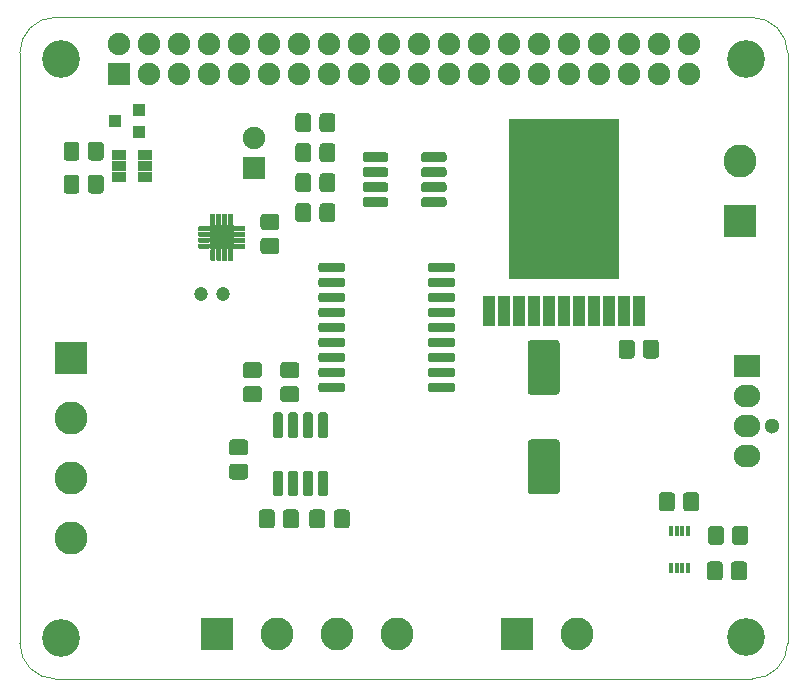
<source format=gbr>
G04 #@! TF.GenerationSoftware,KiCad,Pcbnew,(5.1.5-0-10_14)*
G04 #@! TF.CreationDate,2020-08-14T15:05:08-04:00*
G04 #@! TF.ProjectId,Raspberry-Pi-Hat,52617370-6265-4727-9279-2d50692d4861,rev?*
G04 #@! TF.SameCoordinates,Original*
G04 #@! TF.FileFunction,Soldermask,Top*
G04 #@! TF.FilePolarity,Negative*
%FSLAX46Y46*%
G04 Gerber Fmt 4.6, Leading zero omitted, Abs format (unit mm)*
G04 Created by KiCad (PCBNEW (5.1.5-0-10_14)) date 2020-08-14 15:05:08*
%MOMM*%
%LPD*%
G04 APERTURE LIST*
%ADD10C,0.100000*%
%ADD11C,2.800000*%
%ADD12R,2.800000X2.800000*%
%ADD13C,1.200000*%
%ADD14R,0.450000X0.950000*%
%ADD15R,2.000000X2.000000*%
%ADD16C,1.300000*%
%ADD17O,2.230000X1.930000*%
%ADD18R,2.230000X1.930000*%
%ADD19R,9.326000X13.570000*%
%ADD20R,1.060000X2.610000*%
%ADD21O,1.900000X1.900000*%
%ADD22R,1.900000X1.900000*%
%ADD23R,1.100000X1.000000*%
%ADD24R,1.260000X0.850000*%
%ADD25C,3.200000*%
G04 APERTURE END LIST*
D10*
X78546356Y-63817611D02*
X78546356Y-113817611D01*
X78546356Y-63817611D02*
G75*
G02X81546356Y-60817611I3000000J0D01*
G01*
X140546356Y-60817611D02*
X81546356Y-60817611D01*
X140546356Y-60817611D02*
G75*
G02X143546356Y-63817611I0J-3000000D01*
G01*
X143546351Y-113822847D02*
X143546356Y-63817611D01*
X81546356Y-116817611D02*
G75*
G02X78546356Y-113817611I0J3000000D01*
G01*
X81546356Y-116817611D02*
X140546356Y-116817611D01*
X143546351Y-113822847D02*
G75*
G02X140546356Y-116817611I-2999995J5236D01*
G01*
G36*
X124006465Y-96551300D02*
G01*
X124032674Y-96555188D01*
X124058377Y-96561626D01*
X124083325Y-96570553D01*
X124107277Y-96581881D01*
X124130004Y-96595503D01*
X124151286Y-96611287D01*
X124170919Y-96629081D01*
X124188713Y-96648714D01*
X124204497Y-96669996D01*
X124218119Y-96692723D01*
X124229447Y-96716675D01*
X124238374Y-96741623D01*
X124244812Y-96767326D01*
X124248700Y-96793535D01*
X124250000Y-96820000D01*
X124250000Y-100880000D01*
X124248700Y-100906465D01*
X124244812Y-100932674D01*
X124238374Y-100958377D01*
X124229447Y-100983325D01*
X124218119Y-101007277D01*
X124204497Y-101030004D01*
X124188713Y-101051286D01*
X124170919Y-101070919D01*
X124151286Y-101088713D01*
X124130004Y-101104497D01*
X124107277Y-101118119D01*
X124083325Y-101129447D01*
X124058377Y-101138374D01*
X124032674Y-101144812D01*
X124006465Y-101148700D01*
X123980000Y-101150000D01*
X121820000Y-101150000D01*
X121793535Y-101148700D01*
X121767326Y-101144812D01*
X121741623Y-101138374D01*
X121716675Y-101129447D01*
X121692723Y-101118119D01*
X121669996Y-101104497D01*
X121648714Y-101088713D01*
X121629081Y-101070919D01*
X121611287Y-101051286D01*
X121595503Y-101030004D01*
X121581881Y-101007277D01*
X121570553Y-100983325D01*
X121561626Y-100958377D01*
X121555188Y-100932674D01*
X121551300Y-100906465D01*
X121550000Y-100880000D01*
X121550000Y-96820000D01*
X121551300Y-96793535D01*
X121555188Y-96767326D01*
X121561626Y-96741623D01*
X121570553Y-96716675D01*
X121581881Y-96692723D01*
X121595503Y-96669996D01*
X121611287Y-96648714D01*
X121629081Y-96629081D01*
X121648714Y-96611287D01*
X121669996Y-96595503D01*
X121692723Y-96581881D01*
X121716675Y-96570553D01*
X121741623Y-96561626D01*
X121767326Y-96555188D01*
X121793535Y-96551300D01*
X121820000Y-96550000D01*
X123980000Y-96550000D01*
X124006465Y-96551300D01*
G37*
G36*
X124006465Y-88151300D02*
G01*
X124032674Y-88155188D01*
X124058377Y-88161626D01*
X124083325Y-88170553D01*
X124107277Y-88181881D01*
X124130004Y-88195503D01*
X124151286Y-88211287D01*
X124170919Y-88229081D01*
X124188713Y-88248714D01*
X124204497Y-88269996D01*
X124218119Y-88292723D01*
X124229447Y-88316675D01*
X124238374Y-88341623D01*
X124244812Y-88367326D01*
X124248700Y-88393535D01*
X124250000Y-88420000D01*
X124250000Y-92480000D01*
X124248700Y-92506465D01*
X124244812Y-92532674D01*
X124238374Y-92558377D01*
X124229447Y-92583325D01*
X124218119Y-92607277D01*
X124204497Y-92630004D01*
X124188713Y-92651286D01*
X124170919Y-92670919D01*
X124151286Y-92688713D01*
X124130004Y-92704497D01*
X124107277Y-92718119D01*
X124083325Y-92729447D01*
X124058377Y-92738374D01*
X124032674Y-92744812D01*
X124006465Y-92748700D01*
X123980000Y-92750000D01*
X121820000Y-92750000D01*
X121793535Y-92748700D01*
X121767326Y-92744812D01*
X121741623Y-92738374D01*
X121716675Y-92729447D01*
X121692723Y-92718119D01*
X121669996Y-92704497D01*
X121648714Y-92688713D01*
X121629081Y-92670919D01*
X121611287Y-92651286D01*
X121595503Y-92630004D01*
X121581881Y-92607277D01*
X121570553Y-92583325D01*
X121561626Y-92558377D01*
X121555188Y-92532674D01*
X121551300Y-92506465D01*
X121550000Y-92480000D01*
X121550000Y-88420000D01*
X121551300Y-88393535D01*
X121555188Y-88367326D01*
X121561626Y-88341623D01*
X121570553Y-88316675D01*
X121581881Y-88292723D01*
X121595503Y-88269996D01*
X121611287Y-88248714D01*
X121629081Y-88229081D01*
X121648714Y-88211287D01*
X121669996Y-88195503D01*
X121692723Y-88181881D01*
X121716675Y-88170553D01*
X121741623Y-88161626D01*
X121767326Y-88155188D01*
X121793535Y-88151300D01*
X121820000Y-88150000D01*
X123980000Y-88150000D01*
X124006465Y-88151300D01*
G37*
G36*
X109544603Y-76054963D02*
G01*
X109564018Y-76057843D01*
X109583057Y-76062612D01*
X109601537Y-76069224D01*
X109619279Y-76077616D01*
X109636114Y-76087706D01*
X109651879Y-76099398D01*
X109666421Y-76112579D01*
X109679602Y-76127121D01*
X109691294Y-76142886D01*
X109701384Y-76159721D01*
X109709776Y-76177463D01*
X109716388Y-76195943D01*
X109721157Y-76214982D01*
X109724037Y-76234397D01*
X109725000Y-76254000D01*
X109725000Y-76654000D01*
X109724037Y-76673603D01*
X109721157Y-76693018D01*
X109716388Y-76712057D01*
X109709776Y-76730537D01*
X109701384Y-76748279D01*
X109691294Y-76765114D01*
X109679602Y-76780879D01*
X109666421Y-76795421D01*
X109651879Y-76808602D01*
X109636114Y-76820294D01*
X109619279Y-76830384D01*
X109601537Y-76838776D01*
X109583057Y-76845388D01*
X109564018Y-76850157D01*
X109544603Y-76853037D01*
X109525000Y-76854000D01*
X107775000Y-76854000D01*
X107755397Y-76853037D01*
X107735982Y-76850157D01*
X107716943Y-76845388D01*
X107698463Y-76838776D01*
X107680721Y-76830384D01*
X107663886Y-76820294D01*
X107648121Y-76808602D01*
X107633579Y-76795421D01*
X107620398Y-76780879D01*
X107608706Y-76765114D01*
X107598616Y-76748279D01*
X107590224Y-76730537D01*
X107583612Y-76712057D01*
X107578843Y-76693018D01*
X107575963Y-76673603D01*
X107575000Y-76654000D01*
X107575000Y-76254000D01*
X107575963Y-76234397D01*
X107578843Y-76214982D01*
X107583612Y-76195943D01*
X107590224Y-76177463D01*
X107598616Y-76159721D01*
X107608706Y-76142886D01*
X107620398Y-76127121D01*
X107633579Y-76112579D01*
X107648121Y-76099398D01*
X107663886Y-76087706D01*
X107680721Y-76077616D01*
X107698463Y-76069224D01*
X107716943Y-76062612D01*
X107735982Y-76057843D01*
X107755397Y-76054963D01*
X107775000Y-76054000D01*
X109525000Y-76054000D01*
X109544603Y-76054963D01*
G37*
G36*
X109544603Y-74784963D02*
G01*
X109564018Y-74787843D01*
X109583057Y-74792612D01*
X109601537Y-74799224D01*
X109619279Y-74807616D01*
X109636114Y-74817706D01*
X109651879Y-74829398D01*
X109666421Y-74842579D01*
X109679602Y-74857121D01*
X109691294Y-74872886D01*
X109701384Y-74889721D01*
X109709776Y-74907463D01*
X109716388Y-74925943D01*
X109721157Y-74944982D01*
X109724037Y-74964397D01*
X109725000Y-74984000D01*
X109725000Y-75384000D01*
X109724037Y-75403603D01*
X109721157Y-75423018D01*
X109716388Y-75442057D01*
X109709776Y-75460537D01*
X109701384Y-75478279D01*
X109691294Y-75495114D01*
X109679602Y-75510879D01*
X109666421Y-75525421D01*
X109651879Y-75538602D01*
X109636114Y-75550294D01*
X109619279Y-75560384D01*
X109601537Y-75568776D01*
X109583057Y-75575388D01*
X109564018Y-75580157D01*
X109544603Y-75583037D01*
X109525000Y-75584000D01*
X107775000Y-75584000D01*
X107755397Y-75583037D01*
X107735982Y-75580157D01*
X107716943Y-75575388D01*
X107698463Y-75568776D01*
X107680721Y-75560384D01*
X107663886Y-75550294D01*
X107648121Y-75538602D01*
X107633579Y-75525421D01*
X107620398Y-75510879D01*
X107608706Y-75495114D01*
X107598616Y-75478279D01*
X107590224Y-75460537D01*
X107583612Y-75442057D01*
X107578843Y-75423018D01*
X107575963Y-75403603D01*
X107575000Y-75384000D01*
X107575000Y-74984000D01*
X107575963Y-74964397D01*
X107578843Y-74944982D01*
X107583612Y-74925943D01*
X107590224Y-74907463D01*
X107598616Y-74889721D01*
X107608706Y-74872886D01*
X107620398Y-74857121D01*
X107633579Y-74842579D01*
X107648121Y-74829398D01*
X107663886Y-74817706D01*
X107680721Y-74807616D01*
X107698463Y-74799224D01*
X107716943Y-74792612D01*
X107735982Y-74787843D01*
X107755397Y-74784963D01*
X107775000Y-74784000D01*
X109525000Y-74784000D01*
X109544603Y-74784963D01*
G37*
G36*
X109544603Y-73514963D02*
G01*
X109564018Y-73517843D01*
X109583057Y-73522612D01*
X109601537Y-73529224D01*
X109619279Y-73537616D01*
X109636114Y-73547706D01*
X109651879Y-73559398D01*
X109666421Y-73572579D01*
X109679602Y-73587121D01*
X109691294Y-73602886D01*
X109701384Y-73619721D01*
X109709776Y-73637463D01*
X109716388Y-73655943D01*
X109721157Y-73674982D01*
X109724037Y-73694397D01*
X109725000Y-73714000D01*
X109725000Y-74114000D01*
X109724037Y-74133603D01*
X109721157Y-74153018D01*
X109716388Y-74172057D01*
X109709776Y-74190537D01*
X109701384Y-74208279D01*
X109691294Y-74225114D01*
X109679602Y-74240879D01*
X109666421Y-74255421D01*
X109651879Y-74268602D01*
X109636114Y-74280294D01*
X109619279Y-74290384D01*
X109601537Y-74298776D01*
X109583057Y-74305388D01*
X109564018Y-74310157D01*
X109544603Y-74313037D01*
X109525000Y-74314000D01*
X107775000Y-74314000D01*
X107755397Y-74313037D01*
X107735982Y-74310157D01*
X107716943Y-74305388D01*
X107698463Y-74298776D01*
X107680721Y-74290384D01*
X107663886Y-74280294D01*
X107648121Y-74268602D01*
X107633579Y-74255421D01*
X107620398Y-74240879D01*
X107608706Y-74225114D01*
X107598616Y-74208279D01*
X107590224Y-74190537D01*
X107583612Y-74172057D01*
X107578843Y-74153018D01*
X107575963Y-74133603D01*
X107575000Y-74114000D01*
X107575000Y-73714000D01*
X107575963Y-73694397D01*
X107578843Y-73674982D01*
X107583612Y-73655943D01*
X107590224Y-73637463D01*
X107598616Y-73619721D01*
X107608706Y-73602886D01*
X107620398Y-73587121D01*
X107633579Y-73572579D01*
X107648121Y-73559398D01*
X107663886Y-73547706D01*
X107680721Y-73537616D01*
X107698463Y-73529224D01*
X107716943Y-73522612D01*
X107735982Y-73517843D01*
X107755397Y-73514963D01*
X107775000Y-73514000D01*
X109525000Y-73514000D01*
X109544603Y-73514963D01*
G37*
G36*
X109544603Y-72244963D02*
G01*
X109564018Y-72247843D01*
X109583057Y-72252612D01*
X109601537Y-72259224D01*
X109619279Y-72267616D01*
X109636114Y-72277706D01*
X109651879Y-72289398D01*
X109666421Y-72302579D01*
X109679602Y-72317121D01*
X109691294Y-72332886D01*
X109701384Y-72349721D01*
X109709776Y-72367463D01*
X109716388Y-72385943D01*
X109721157Y-72404982D01*
X109724037Y-72424397D01*
X109725000Y-72444000D01*
X109725000Y-72844000D01*
X109724037Y-72863603D01*
X109721157Y-72883018D01*
X109716388Y-72902057D01*
X109709776Y-72920537D01*
X109701384Y-72938279D01*
X109691294Y-72955114D01*
X109679602Y-72970879D01*
X109666421Y-72985421D01*
X109651879Y-72998602D01*
X109636114Y-73010294D01*
X109619279Y-73020384D01*
X109601537Y-73028776D01*
X109583057Y-73035388D01*
X109564018Y-73040157D01*
X109544603Y-73043037D01*
X109525000Y-73044000D01*
X107775000Y-73044000D01*
X107755397Y-73043037D01*
X107735982Y-73040157D01*
X107716943Y-73035388D01*
X107698463Y-73028776D01*
X107680721Y-73020384D01*
X107663886Y-73010294D01*
X107648121Y-72998602D01*
X107633579Y-72985421D01*
X107620398Y-72970879D01*
X107608706Y-72955114D01*
X107598616Y-72938279D01*
X107590224Y-72920537D01*
X107583612Y-72902057D01*
X107578843Y-72883018D01*
X107575963Y-72863603D01*
X107575000Y-72844000D01*
X107575000Y-72444000D01*
X107575963Y-72424397D01*
X107578843Y-72404982D01*
X107583612Y-72385943D01*
X107590224Y-72367463D01*
X107598616Y-72349721D01*
X107608706Y-72332886D01*
X107620398Y-72317121D01*
X107633579Y-72302579D01*
X107648121Y-72289398D01*
X107663886Y-72277706D01*
X107680721Y-72267616D01*
X107698463Y-72259224D01*
X107716943Y-72252612D01*
X107735982Y-72247843D01*
X107755397Y-72244963D01*
X107775000Y-72244000D01*
X109525000Y-72244000D01*
X109544603Y-72244963D01*
G37*
G36*
X114494603Y-72244963D02*
G01*
X114514018Y-72247843D01*
X114533057Y-72252612D01*
X114551537Y-72259224D01*
X114569279Y-72267616D01*
X114586114Y-72277706D01*
X114601879Y-72289398D01*
X114616421Y-72302579D01*
X114629602Y-72317121D01*
X114641294Y-72332886D01*
X114651384Y-72349721D01*
X114659776Y-72367463D01*
X114666388Y-72385943D01*
X114671157Y-72404982D01*
X114674037Y-72424397D01*
X114675000Y-72444000D01*
X114675000Y-72844000D01*
X114674037Y-72863603D01*
X114671157Y-72883018D01*
X114666388Y-72902057D01*
X114659776Y-72920537D01*
X114651384Y-72938279D01*
X114641294Y-72955114D01*
X114629602Y-72970879D01*
X114616421Y-72985421D01*
X114601879Y-72998602D01*
X114586114Y-73010294D01*
X114569279Y-73020384D01*
X114551537Y-73028776D01*
X114533057Y-73035388D01*
X114514018Y-73040157D01*
X114494603Y-73043037D01*
X114475000Y-73044000D01*
X112725000Y-73044000D01*
X112705397Y-73043037D01*
X112685982Y-73040157D01*
X112666943Y-73035388D01*
X112648463Y-73028776D01*
X112630721Y-73020384D01*
X112613886Y-73010294D01*
X112598121Y-72998602D01*
X112583579Y-72985421D01*
X112570398Y-72970879D01*
X112558706Y-72955114D01*
X112548616Y-72938279D01*
X112540224Y-72920537D01*
X112533612Y-72902057D01*
X112528843Y-72883018D01*
X112525963Y-72863603D01*
X112525000Y-72844000D01*
X112525000Y-72444000D01*
X112525963Y-72424397D01*
X112528843Y-72404982D01*
X112533612Y-72385943D01*
X112540224Y-72367463D01*
X112548616Y-72349721D01*
X112558706Y-72332886D01*
X112570398Y-72317121D01*
X112583579Y-72302579D01*
X112598121Y-72289398D01*
X112613886Y-72277706D01*
X112630721Y-72267616D01*
X112648463Y-72259224D01*
X112666943Y-72252612D01*
X112685982Y-72247843D01*
X112705397Y-72244963D01*
X112725000Y-72244000D01*
X114475000Y-72244000D01*
X114494603Y-72244963D01*
G37*
G36*
X114494603Y-73514963D02*
G01*
X114514018Y-73517843D01*
X114533057Y-73522612D01*
X114551537Y-73529224D01*
X114569279Y-73537616D01*
X114586114Y-73547706D01*
X114601879Y-73559398D01*
X114616421Y-73572579D01*
X114629602Y-73587121D01*
X114641294Y-73602886D01*
X114651384Y-73619721D01*
X114659776Y-73637463D01*
X114666388Y-73655943D01*
X114671157Y-73674982D01*
X114674037Y-73694397D01*
X114675000Y-73714000D01*
X114675000Y-74114000D01*
X114674037Y-74133603D01*
X114671157Y-74153018D01*
X114666388Y-74172057D01*
X114659776Y-74190537D01*
X114651384Y-74208279D01*
X114641294Y-74225114D01*
X114629602Y-74240879D01*
X114616421Y-74255421D01*
X114601879Y-74268602D01*
X114586114Y-74280294D01*
X114569279Y-74290384D01*
X114551537Y-74298776D01*
X114533057Y-74305388D01*
X114514018Y-74310157D01*
X114494603Y-74313037D01*
X114475000Y-74314000D01*
X112725000Y-74314000D01*
X112705397Y-74313037D01*
X112685982Y-74310157D01*
X112666943Y-74305388D01*
X112648463Y-74298776D01*
X112630721Y-74290384D01*
X112613886Y-74280294D01*
X112598121Y-74268602D01*
X112583579Y-74255421D01*
X112570398Y-74240879D01*
X112558706Y-74225114D01*
X112548616Y-74208279D01*
X112540224Y-74190537D01*
X112533612Y-74172057D01*
X112528843Y-74153018D01*
X112525963Y-74133603D01*
X112525000Y-74114000D01*
X112525000Y-73714000D01*
X112525963Y-73694397D01*
X112528843Y-73674982D01*
X112533612Y-73655943D01*
X112540224Y-73637463D01*
X112548616Y-73619721D01*
X112558706Y-73602886D01*
X112570398Y-73587121D01*
X112583579Y-73572579D01*
X112598121Y-73559398D01*
X112613886Y-73547706D01*
X112630721Y-73537616D01*
X112648463Y-73529224D01*
X112666943Y-73522612D01*
X112685982Y-73517843D01*
X112705397Y-73514963D01*
X112725000Y-73514000D01*
X114475000Y-73514000D01*
X114494603Y-73514963D01*
G37*
G36*
X114494603Y-74784963D02*
G01*
X114514018Y-74787843D01*
X114533057Y-74792612D01*
X114551537Y-74799224D01*
X114569279Y-74807616D01*
X114586114Y-74817706D01*
X114601879Y-74829398D01*
X114616421Y-74842579D01*
X114629602Y-74857121D01*
X114641294Y-74872886D01*
X114651384Y-74889721D01*
X114659776Y-74907463D01*
X114666388Y-74925943D01*
X114671157Y-74944982D01*
X114674037Y-74964397D01*
X114675000Y-74984000D01*
X114675000Y-75384000D01*
X114674037Y-75403603D01*
X114671157Y-75423018D01*
X114666388Y-75442057D01*
X114659776Y-75460537D01*
X114651384Y-75478279D01*
X114641294Y-75495114D01*
X114629602Y-75510879D01*
X114616421Y-75525421D01*
X114601879Y-75538602D01*
X114586114Y-75550294D01*
X114569279Y-75560384D01*
X114551537Y-75568776D01*
X114533057Y-75575388D01*
X114514018Y-75580157D01*
X114494603Y-75583037D01*
X114475000Y-75584000D01*
X112725000Y-75584000D01*
X112705397Y-75583037D01*
X112685982Y-75580157D01*
X112666943Y-75575388D01*
X112648463Y-75568776D01*
X112630721Y-75560384D01*
X112613886Y-75550294D01*
X112598121Y-75538602D01*
X112583579Y-75525421D01*
X112570398Y-75510879D01*
X112558706Y-75495114D01*
X112548616Y-75478279D01*
X112540224Y-75460537D01*
X112533612Y-75442057D01*
X112528843Y-75423018D01*
X112525963Y-75403603D01*
X112525000Y-75384000D01*
X112525000Y-74984000D01*
X112525963Y-74964397D01*
X112528843Y-74944982D01*
X112533612Y-74925943D01*
X112540224Y-74907463D01*
X112548616Y-74889721D01*
X112558706Y-74872886D01*
X112570398Y-74857121D01*
X112583579Y-74842579D01*
X112598121Y-74829398D01*
X112613886Y-74817706D01*
X112630721Y-74807616D01*
X112648463Y-74799224D01*
X112666943Y-74792612D01*
X112685982Y-74787843D01*
X112705397Y-74784963D01*
X112725000Y-74784000D01*
X114475000Y-74784000D01*
X114494603Y-74784963D01*
G37*
G36*
X114494603Y-76054963D02*
G01*
X114514018Y-76057843D01*
X114533057Y-76062612D01*
X114551537Y-76069224D01*
X114569279Y-76077616D01*
X114586114Y-76087706D01*
X114601879Y-76099398D01*
X114616421Y-76112579D01*
X114629602Y-76127121D01*
X114641294Y-76142886D01*
X114651384Y-76159721D01*
X114659776Y-76177463D01*
X114666388Y-76195943D01*
X114671157Y-76214982D01*
X114674037Y-76234397D01*
X114675000Y-76254000D01*
X114675000Y-76654000D01*
X114674037Y-76673603D01*
X114671157Y-76693018D01*
X114666388Y-76712057D01*
X114659776Y-76730537D01*
X114651384Y-76748279D01*
X114641294Y-76765114D01*
X114629602Y-76780879D01*
X114616421Y-76795421D01*
X114601879Y-76808602D01*
X114586114Y-76820294D01*
X114569279Y-76830384D01*
X114551537Y-76838776D01*
X114533057Y-76845388D01*
X114514018Y-76850157D01*
X114494603Y-76853037D01*
X114475000Y-76854000D01*
X112725000Y-76854000D01*
X112705397Y-76853037D01*
X112685982Y-76850157D01*
X112666943Y-76845388D01*
X112648463Y-76838776D01*
X112630721Y-76830384D01*
X112613886Y-76820294D01*
X112598121Y-76808602D01*
X112583579Y-76795421D01*
X112570398Y-76780879D01*
X112558706Y-76765114D01*
X112548616Y-76748279D01*
X112540224Y-76730537D01*
X112533612Y-76712057D01*
X112528843Y-76693018D01*
X112525963Y-76673603D01*
X112525000Y-76654000D01*
X112525000Y-76254000D01*
X112525963Y-76234397D01*
X112528843Y-76214982D01*
X112533612Y-76195943D01*
X112540224Y-76177463D01*
X112548616Y-76159721D01*
X112558706Y-76142886D01*
X112570398Y-76127121D01*
X112583579Y-76112579D01*
X112598121Y-76099398D01*
X112613886Y-76087706D01*
X112630721Y-76077616D01*
X112648463Y-76069224D01*
X112666943Y-76062612D01*
X112685982Y-76057843D01*
X112705397Y-76054963D01*
X112725000Y-76054000D01*
X114475000Y-76054000D01*
X114494603Y-76054963D01*
G37*
D11*
X82905600Y-104851200D03*
X82905600Y-99771200D03*
X82905600Y-94691200D03*
D12*
X82905600Y-89611200D03*
D11*
X139532360Y-72943720D03*
D12*
X139532360Y-78023720D03*
D11*
X125730000Y-113030000D03*
D12*
X120650000Y-113030000D03*
D11*
X110490000Y-113030000D03*
X105410000Y-113030000D03*
X100330000Y-113030000D03*
D12*
X95250000Y-113030000D03*
D13*
X93883400Y-84251800D03*
X95783400Y-84251800D03*
D14*
X133649020Y-104340060D03*
X134149020Y-104340060D03*
X134649020Y-104340060D03*
X135149020Y-104340060D03*
X135149020Y-107440060D03*
X134649020Y-107440060D03*
X134149020Y-107440060D03*
X133649020Y-107440060D03*
D10*
G36*
X137904189Y-103862113D02*
G01*
X137932678Y-103866339D01*
X137960615Y-103873337D01*
X137987732Y-103883040D01*
X138013767Y-103895353D01*
X138038470Y-103910160D01*
X138061603Y-103927316D01*
X138082943Y-103946657D01*
X138102284Y-103967997D01*
X138119440Y-103991130D01*
X138134247Y-104015833D01*
X138146560Y-104041868D01*
X138156263Y-104068985D01*
X138163261Y-104096922D01*
X138167487Y-104125411D01*
X138168900Y-104154177D01*
X138168900Y-105167223D01*
X138167487Y-105195989D01*
X138163261Y-105224478D01*
X138156263Y-105252415D01*
X138146560Y-105279532D01*
X138134247Y-105305567D01*
X138119440Y-105330270D01*
X138102284Y-105353403D01*
X138082943Y-105374743D01*
X138061603Y-105394084D01*
X138038470Y-105411240D01*
X138013767Y-105426047D01*
X137987732Y-105438360D01*
X137960615Y-105448063D01*
X137932678Y-105455061D01*
X137904189Y-105459287D01*
X137875423Y-105460700D01*
X137112377Y-105460700D01*
X137083611Y-105459287D01*
X137055122Y-105455061D01*
X137027185Y-105448063D01*
X137000068Y-105438360D01*
X136974033Y-105426047D01*
X136949330Y-105411240D01*
X136926197Y-105394084D01*
X136904857Y-105374743D01*
X136885516Y-105353403D01*
X136868360Y-105330270D01*
X136853553Y-105305567D01*
X136841240Y-105279532D01*
X136831537Y-105252415D01*
X136824539Y-105224478D01*
X136820313Y-105195989D01*
X136818900Y-105167223D01*
X136818900Y-104154177D01*
X136820313Y-104125411D01*
X136824539Y-104096922D01*
X136831537Y-104068985D01*
X136841240Y-104041868D01*
X136853553Y-104015833D01*
X136868360Y-103991130D01*
X136885516Y-103967997D01*
X136904857Y-103946657D01*
X136926197Y-103927316D01*
X136949330Y-103910160D01*
X136974033Y-103895353D01*
X137000068Y-103883040D01*
X137027185Y-103873337D01*
X137055122Y-103866339D01*
X137083611Y-103862113D01*
X137112377Y-103860700D01*
X137875423Y-103860700D01*
X137904189Y-103862113D01*
G37*
G36*
X139954189Y-103862113D02*
G01*
X139982678Y-103866339D01*
X140010615Y-103873337D01*
X140037732Y-103883040D01*
X140063767Y-103895353D01*
X140088470Y-103910160D01*
X140111603Y-103927316D01*
X140132943Y-103946657D01*
X140152284Y-103967997D01*
X140169440Y-103991130D01*
X140184247Y-104015833D01*
X140196560Y-104041868D01*
X140206263Y-104068985D01*
X140213261Y-104096922D01*
X140217487Y-104125411D01*
X140218900Y-104154177D01*
X140218900Y-105167223D01*
X140217487Y-105195989D01*
X140213261Y-105224478D01*
X140206263Y-105252415D01*
X140196560Y-105279532D01*
X140184247Y-105305567D01*
X140169440Y-105330270D01*
X140152284Y-105353403D01*
X140132943Y-105374743D01*
X140111603Y-105394084D01*
X140088470Y-105411240D01*
X140063767Y-105426047D01*
X140037732Y-105438360D01*
X140010615Y-105448063D01*
X139982678Y-105455061D01*
X139954189Y-105459287D01*
X139925423Y-105460700D01*
X139162377Y-105460700D01*
X139133611Y-105459287D01*
X139105122Y-105455061D01*
X139077185Y-105448063D01*
X139050068Y-105438360D01*
X139024033Y-105426047D01*
X138999330Y-105411240D01*
X138976197Y-105394084D01*
X138954857Y-105374743D01*
X138935516Y-105353403D01*
X138918360Y-105330270D01*
X138903553Y-105305567D01*
X138891240Y-105279532D01*
X138881537Y-105252415D01*
X138874539Y-105224478D01*
X138870313Y-105195989D01*
X138868900Y-105167223D01*
X138868900Y-104154177D01*
X138870313Y-104125411D01*
X138874539Y-104096922D01*
X138881537Y-104068985D01*
X138891240Y-104041868D01*
X138903553Y-104015833D01*
X138918360Y-103991130D01*
X138935516Y-103967997D01*
X138954857Y-103946657D01*
X138976197Y-103927316D01*
X138999330Y-103910160D01*
X139024033Y-103895353D01*
X139050068Y-103883040D01*
X139077185Y-103873337D01*
X139105122Y-103866339D01*
X139133611Y-103862113D01*
X139162377Y-103860700D01*
X139925423Y-103860700D01*
X139954189Y-103862113D01*
G37*
G36*
X133741129Y-101027473D02*
G01*
X133769618Y-101031699D01*
X133797555Y-101038697D01*
X133824672Y-101048400D01*
X133850707Y-101060713D01*
X133875410Y-101075520D01*
X133898543Y-101092676D01*
X133919883Y-101112017D01*
X133939224Y-101133357D01*
X133956380Y-101156490D01*
X133971187Y-101181193D01*
X133983500Y-101207228D01*
X133993203Y-101234345D01*
X134000201Y-101262282D01*
X134004427Y-101290771D01*
X134005840Y-101319537D01*
X134005840Y-102332583D01*
X134004427Y-102361349D01*
X134000201Y-102389838D01*
X133993203Y-102417775D01*
X133983500Y-102444892D01*
X133971187Y-102470927D01*
X133956380Y-102495630D01*
X133939224Y-102518763D01*
X133919883Y-102540103D01*
X133898543Y-102559444D01*
X133875410Y-102576600D01*
X133850707Y-102591407D01*
X133824672Y-102603720D01*
X133797555Y-102613423D01*
X133769618Y-102620421D01*
X133741129Y-102624647D01*
X133712363Y-102626060D01*
X132949317Y-102626060D01*
X132920551Y-102624647D01*
X132892062Y-102620421D01*
X132864125Y-102613423D01*
X132837008Y-102603720D01*
X132810973Y-102591407D01*
X132786270Y-102576600D01*
X132763137Y-102559444D01*
X132741797Y-102540103D01*
X132722456Y-102518763D01*
X132705300Y-102495630D01*
X132690493Y-102470927D01*
X132678180Y-102444892D01*
X132668477Y-102417775D01*
X132661479Y-102389838D01*
X132657253Y-102361349D01*
X132655840Y-102332583D01*
X132655840Y-101319537D01*
X132657253Y-101290771D01*
X132661479Y-101262282D01*
X132668477Y-101234345D01*
X132678180Y-101207228D01*
X132690493Y-101181193D01*
X132705300Y-101156490D01*
X132722456Y-101133357D01*
X132741797Y-101112017D01*
X132763137Y-101092676D01*
X132786270Y-101075520D01*
X132810973Y-101060713D01*
X132837008Y-101048400D01*
X132864125Y-101038697D01*
X132892062Y-101031699D01*
X132920551Y-101027473D01*
X132949317Y-101026060D01*
X133712363Y-101026060D01*
X133741129Y-101027473D01*
G37*
G36*
X135791129Y-101027473D02*
G01*
X135819618Y-101031699D01*
X135847555Y-101038697D01*
X135874672Y-101048400D01*
X135900707Y-101060713D01*
X135925410Y-101075520D01*
X135948543Y-101092676D01*
X135969883Y-101112017D01*
X135989224Y-101133357D01*
X136006380Y-101156490D01*
X136021187Y-101181193D01*
X136033500Y-101207228D01*
X136043203Y-101234345D01*
X136050201Y-101262282D01*
X136054427Y-101290771D01*
X136055840Y-101319537D01*
X136055840Y-102332583D01*
X136054427Y-102361349D01*
X136050201Y-102389838D01*
X136043203Y-102417775D01*
X136033500Y-102444892D01*
X136021187Y-102470927D01*
X136006380Y-102495630D01*
X135989224Y-102518763D01*
X135969883Y-102540103D01*
X135948543Y-102559444D01*
X135925410Y-102576600D01*
X135900707Y-102591407D01*
X135874672Y-102603720D01*
X135847555Y-102613423D01*
X135819618Y-102620421D01*
X135791129Y-102624647D01*
X135762363Y-102626060D01*
X134999317Y-102626060D01*
X134970551Y-102624647D01*
X134942062Y-102620421D01*
X134914125Y-102613423D01*
X134887008Y-102603720D01*
X134860973Y-102591407D01*
X134836270Y-102576600D01*
X134813137Y-102559444D01*
X134791797Y-102540103D01*
X134772456Y-102518763D01*
X134755300Y-102495630D01*
X134740493Y-102470927D01*
X134728180Y-102444892D01*
X134718477Y-102417775D01*
X134711479Y-102389838D01*
X134707253Y-102361349D01*
X134705840Y-102332583D01*
X134705840Y-101319537D01*
X134707253Y-101290771D01*
X134711479Y-101262282D01*
X134718477Y-101234345D01*
X134728180Y-101207228D01*
X134740493Y-101181193D01*
X134755300Y-101156490D01*
X134772456Y-101133357D01*
X134791797Y-101112017D01*
X134813137Y-101092676D01*
X134836270Y-101075520D01*
X134860973Y-101060713D01*
X134887008Y-101048400D01*
X134914125Y-101038697D01*
X134942062Y-101031699D01*
X134970551Y-101027473D01*
X134999317Y-101026060D01*
X135762363Y-101026060D01*
X135791129Y-101027473D01*
G37*
G36*
X137797509Y-106882173D02*
G01*
X137825998Y-106886399D01*
X137853935Y-106893397D01*
X137881052Y-106903100D01*
X137907087Y-106915413D01*
X137931790Y-106930220D01*
X137954923Y-106947376D01*
X137976263Y-106966717D01*
X137995604Y-106988057D01*
X138012760Y-107011190D01*
X138027567Y-107035893D01*
X138039880Y-107061928D01*
X138049583Y-107089045D01*
X138056581Y-107116982D01*
X138060807Y-107145471D01*
X138062220Y-107174237D01*
X138062220Y-108187283D01*
X138060807Y-108216049D01*
X138056581Y-108244538D01*
X138049583Y-108272475D01*
X138039880Y-108299592D01*
X138027567Y-108325627D01*
X138012760Y-108350330D01*
X137995604Y-108373463D01*
X137976263Y-108394803D01*
X137954923Y-108414144D01*
X137931790Y-108431300D01*
X137907087Y-108446107D01*
X137881052Y-108458420D01*
X137853935Y-108468123D01*
X137825998Y-108475121D01*
X137797509Y-108479347D01*
X137768743Y-108480760D01*
X137005697Y-108480760D01*
X136976931Y-108479347D01*
X136948442Y-108475121D01*
X136920505Y-108468123D01*
X136893388Y-108458420D01*
X136867353Y-108446107D01*
X136842650Y-108431300D01*
X136819517Y-108414144D01*
X136798177Y-108394803D01*
X136778836Y-108373463D01*
X136761680Y-108350330D01*
X136746873Y-108325627D01*
X136734560Y-108299592D01*
X136724857Y-108272475D01*
X136717859Y-108244538D01*
X136713633Y-108216049D01*
X136712220Y-108187283D01*
X136712220Y-107174237D01*
X136713633Y-107145471D01*
X136717859Y-107116982D01*
X136724857Y-107089045D01*
X136734560Y-107061928D01*
X136746873Y-107035893D01*
X136761680Y-107011190D01*
X136778836Y-106988057D01*
X136798177Y-106966717D01*
X136819517Y-106947376D01*
X136842650Y-106930220D01*
X136867353Y-106915413D01*
X136893388Y-106903100D01*
X136920505Y-106893397D01*
X136948442Y-106886399D01*
X136976931Y-106882173D01*
X137005697Y-106880760D01*
X137768743Y-106880760D01*
X137797509Y-106882173D01*
G37*
G36*
X139847509Y-106882173D02*
G01*
X139875998Y-106886399D01*
X139903935Y-106893397D01*
X139931052Y-106903100D01*
X139957087Y-106915413D01*
X139981790Y-106930220D01*
X140004923Y-106947376D01*
X140026263Y-106966717D01*
X140045604Y-106988057D01*
X140062760Y-107011190D01*
X140077567Y-107035893D01*
X140089880Y-107061928D01*
X140099583Y-107089045D01*
X140106581Y-107116982D01*
X140110807Y-107145471D01*
X140112220Y-107174237D01*
X140112220Y-108187283D01*
X140110807Y-108216049D01*
X140106581Y-108244538D01*
X140099583Y-108272475D01*
X140089880Y-108299592D01*
X140077567Y-108325627D01*
X140062760Y-108350330D01*
X140045604Y-108373463D01*
X140026263Y-108394803D01*
X140004923Y-108414144D01*
X139981790Y-108431300D01*
X139957087Y-108446107D01*
X139931052Y-108458420D01*
X139903935Y-108468123D01*
X139875998Y-108475121D01*
X139847509Y-108479347D01*
X139818743Y-108480760D01*
X139055697Y-108480760D01*
X139026931Y-108479347D01*
X138998442Y-108475121D01*
X138970505Y-108468123D01*
X138943388Y-108458420D01*
X138917353Y-108446107D01*
X138892650Y-108431300D01*
X138869517Y-108414144D01*
X138848177Y-108394803D01*
X138828836Y-108373463D01*
X138811680Y-108350330D01*
X138796873Y-108325627D01*
X138784560Y-108299592D01*
X138774857Y-108272475D01*
X138767859Y-108244538D01*
X138763633Y-108216049D01*
X138762220Y-108187283D01*
X138762220Y-107174237D01*
X138763633Y-107145471D01*
X138767859Y-107116982D01*
X138774857Y-107089045D01*
X138784560Y-107061928D01*
X138796873Y-107035893D01*
X138811680Y-107011190D01*
X138828836Y-106988057D01*
X138848177Y-106966717D01*
X138869517Y-106947376D01*
X138892650Y-106930220D01*
X138917353Y-106915413D01*
X138943388Y-106903100D01*
X138970505Y-106893397D01*
X138998442Y-106886399D01*
X139026931Y-106882173D01*
X139055697Y-106880760D01*
X139818743Y-106880760D01*
X139847509Y-106882173D01*
G37*
G36*
X102953789Y-76544413D02*
G01*
X102982278Y-76548639D01*
X103010215Y-76555637D01*
X103037332Y-76565340D01*
X103063367Y-76577653D01*
X103088070Y-76592460D01*
X103111203Y-76609616D01*
X103132543Y-76628957D01*
X103151884Y-76650297D01*
X103169040Y-76673430D01*
X103183847Y-76698133D01*
X103196160Y-76724168D01*
X103205863Y-76751285D01*
X103212861Y-76779222D01*
X103217087Y-76807711D01*
X103218500Y-76836477D01*
X103218500Y-77849523D01*
X103217087Y-77878289D01*
X103212861Y-77906778D01*
X103205863Y-77934715D01*
X103196160Y-77961832D01*
X103183847Y-77987867D01*
X103169040Y-78012570D01*
X103151884Y-78035703D01*
X103132543Y-78057043D01*
X103111203Y-78076384D01*
X103088070Y-78093540D01*
X103063367Y-78108347D01*
X103037332Y-78120660D01*
X103010215Y-78130363D01*
X102982278Y-78137361D01*
X102953789Y-78141587D01*
X102925023Y-78143000D01*
X102161977Y-78143000D01*
X102133211Y-78141587D01*
X102104722Y-78137361D01*
X102076785Y-78130363D01*
X102049668Y-78120660D01*
X102023633Y-78108347D01*
X101998930Y-78093540D01*
X101975797Y-78076384D01*
X101954457Y-78057043D01*
X101935116Y-78035703D01*
X101917960Y-78012570D01*
X101903153Y-77987867D01*
X101890840Y-77961832D01*
X101881137Y-77934715D01*
X101874139Y-77906778D01*
X101869913Y-77878289D01*
X101868500Y-77849523D01*
X101868500Y-76836477D01*
X101869913Y-76807711D01*
X101874139Y-76779222D01*
X101881137Y-76751285D01*
X101890840Y-76724168D01*
X101903153Y-76698133D01*
X101917960Y-76673430D01*
X101935116Y-76650297D01*
X101954457Y-76628957D01*
X101975797Y-76609616D01*
X101998930Y-76592460D01*
X102023633Y-76577653D01*
X102049668Y-76565340D01*
X102076785Y-76555637D01*
X102104722Y-76548639D01*
X102133211Y-76544413D01*
X102161977Y-76543000D01*
X102925023Y-76543000D01*
X102953789Y-76544413D01*
G37*
G36*
X105003789Y-76544413D02*
G01*
X105032278Y-76548639D01*
X105060215Y-76555637D01*
X105087332Y-76565340D01*
X105113367Y-76577653D01*
X105138070Y-76592460D01*
X105161203Y-76609616D01*
X105182543Y-76628957D01*
X105201884Y-76650297D01*
X105219040Y-76673430D01*
X105233847Y-76698133D01*
X105246160Y-76724168D01*
X105255863Y-76751285D01*
X105262861Y-76779222D01*
X105267087Y-76807711D01*
X105268500Y-76836477D01*
X105268500Y-77849523D01*
X105267087Y-77878289D01*
X105262861Y-77906778D01*
X105255863Y-77934715D01*
X105246160Y-77961832D01*
X105233847Y-77987867D01*
X105219040Y-78012570D01*
X105201884Y-78035703D01*
X105182543Y-78057043D01*
X105161203Y-78076384D01*
X105138070Y-78093540D01*
X105113367Y-78108347D01*
X105087332Y-78120660D01*
X105060215Y-78130363D01*
X105032278Y-78137361D01*
X105003789Y-78141587D01*
X104975023Y-78143000D01*
X104211977Y-78143000D01*
X104183211Y-78141587D01*
X104154722Y-78137361D01*
X104126785Y-78130363D01*
X104099668Y-78120660D01*
X104073633Y-78108347D01*
X104048930Y-78093540D01*
X104025797Y-78076384D01*
X104004457Y-78057043D01*
X103985116Y-78035703D01*
X103967960Y-78012570D01*
X103953153Y-77987867D01*
X103940840Y-77961832D01*
X103931137Y-77934715D01*
X103924139Y-77906778D01*
X103919913Y-77878289D01*
X103918500Y-77849523D01*
X103918500Y-76836477D01*
X103919913Y-76807711D01*
X103924139Y-76779222D01*
X103931137Y-76751285D01*
X103940840Y-76724168D01*
X103953153Y-76698133D01*
X103967960Y-76673430D01*
X103985116Y-76650297D01*
X104004457Y-76628957D01*
X104025797Y-76609616D01*
X104048930Y-76592460D01*
X104073633Y-76577653D01*
X104099668Y-76565340D01*
X104126785Y-76555637D01*
X104154722Y-76548639D01*
X104183211Y-76544413D01*
X104211977Y-76543000D01*
X104975023Y-76543000D01*
X105003789Y-76544413D01*
G37*
G36*
X100628343Y-94261283D02*
G01*
X100647758Y-94264163D01*
X100666797Y-94268932D01*
X100685277Y-94275544D01*
X100703019Y-94283936D01*
X100719854Y-94294026D01*
X100735619Y-94305718D01*
X100750161Y-94318899D01*
X100763342Y-94333441D01*
X100775034Y-94349206D01*
X100785124Y-94366041D01*
X100793516Y-94383783D01*
X100800128Y-94402263D01*
X100804897Y-94421302D01*
X100807777Y-94440717D01*
X100808740Y-94460320D01*
X100808740Y-96210320D01*
X100807777Y-96229923D01*
X100804897Y-96249338D01*
X100800128Y-96268377D01*
X100793516Y-96286857D01*
X100785124Y-96304599D01*
X100775034Y-96321434D01*
X100763342Y-96337199D01*
X100750161Y-96351741D01*
X100735619Y-96364922D01*
X100719854Y-96376614D01*
X100703019Y-96386704D01*
X100685277Y-96395096D01*
X100666797Y-96401708D01*
X100647758Y-96406477D01*
X100628343Y-96409357D01*
X100608740Y-96410320D01*
X100208740Y-96410320D01*
X100189137Y-96409357D01*
X100169722Y-96406477D01*
X100150683Y-96401708D01*
X100132203Y-96395096D01*
X100114461Y-96386704D01*
X100097626Y-96376614D01*
X100081861Y-96364922D01*
X100067319Y-96351741D01*
X100054138Y-96337199D01*
X100042446Y-96321434D01*
X100032356Y-96304599D01*
X100023964Y-96286857D01*
X100017352Y-96268377D01*
X100012583Y-96249338D01*
X100009703Y-96229923D01*
X100008740Y-96210320D01*
X100008740Y-94460320D01*
X100009703Y-94440717D01*
X100012583Y-94421302D01*
X100017352Y-94402263D01*
X100023964Y-94383783D01*
X100032356Y-94366041D01*
X100042446Y-94349206D01*
X100054138Y-94333441D01*
X100067319Y-94318899D01*
X100081861Y-94305718D01*
X100097626Y-94294026D01*
X100114461Y-94283936D01*
X100132203Y-94275544D01*
X100150683Y-94268932D01*
X100169722Y-94264163D01*
X100189137Y-94261283D01*
X100208740Y-94260320D01*
X100608740Y-94260320D01*
X100628343Y-94261283D01*
G37*
G36*
X101898343Y-94261283D02*
G01*
X101917758Y-94264163D01*
X101936797Y-94268932D01*
X101955277Y-94275544D01*
X101973019Y-94283936D01*
X101989854Y-94294026D01*
X102005619Y-94305718D01*
X102020161Y-94318899D01*
X102033342Y-94333441D01*
X102045034Y-94349206D01*
X102055124Y-94366041D01*
X102063516Y-94383783D01*
X102070128Y-94402263D01*
X102074897Y-94421302D01*
X102077777Y-94440717D01*
X102078740Y-94460320D01*
X102078740Y-96210320D01*
X102077777Y-96229923D01*
X102074897Y-96249338D01*
X102070128Y-96268377D01*
X102063516Y-96286857D01*
X102055124Y-96304599D01*
X102045034Y-96321434D01*
X102033342Y-96337199D01*
X102020161Y-96351741D01*
X102005619Y-96364922D01*
X101989854Y-96376614D01*
X101973019Y-96386704D01*
X101955277Y-96395096D01*
X101936797Y-96401708D01*
X101917758Y-96406477D01*
X101898343Y-96409357D01*
X101878740Y-96410320D01*
X101478740Y-96410320D01*
X101459137Y-96409357D01*
X101439722Y-96406477D01*
X101420683Y-96401708D01*
X101402203Y-96395096D01*
X101384461Y-96386704D01*
X101367626Y-96376614D01*
X101351861Y-96364922D01*
X101337319Y-96351741D01*
X101324138Y-96337199D01*
X101312446Y-96321434D01*
X101302356Y-96304599D01*
X101293964Y-96286857D01*
X101287352Y-96268377D01*
X101282583Y-96249338D01*
X101279703Y-96229923D01*
X101278740Y-96210320D01*
X101278740Y-94460320D01*
X101279703Y-94440717D01*
X101282583Y-94421302D01*
X101287352Y-94402263D01*
X101293964Y-94383783D01*
X101302356Y-94366041D01*
X101312446Y-94349206D01*
X101324138Y-94333441D01*
X101337319Y-94318899D01*
X101351861Y-94305718D01*
X101367626Y-94294026D01*
X101384461Y-94283936D01*
X101402203Y-94275544D01*
X101420683Y-94268932D01*
X101439722Y-94264163D01*
X101459137Y-94261283D01*
X101478740Y-94260320D01*
X101878740Y-94260320D01*
X101898343Y-94261283D01*
G37*
G36*
X103168343Y-94261283D02*
G01*
X103187758Y-94264163D01*
X103206797Y-94268932D01*
X103225277Y-94275544D01*
X103243019Y-94283936D01*
X103259854Y-94294026D01*
X103275619Y-94305718D01*
X103290161Y-94318899D01*
X103303342Y-94333441D01*
X103315034Y-94349206D01*
X103325124Y-94366041D01*
X103333516Y-94383783D01*
X103340128Y-94402263D01*
X103344897Y-94421302D01*
X103347777Y-94440717D01*
X103348740Y-94460320D01*
X103348740Y-96210320D01*
X103347777Y-96229923D01*
X103344897Y-96249338D01*
X103340128Y-96268377D01*
X103333516Y-96286857D01*
X103325124Y-96304599D01*
X103315034Y-96321434D01*
X103303342Y-96337199D01*
X103290161Y-96351741D01*
X103275619Y-96364922D01*
X103259854Y-96376614D01*
X103243019Y-96386704D01*
X103225277Y-96395096D01*
X103206797Y-96401708D01*
X103187758Y-96406477D01*
X103168343Y-96409357D01*
X103148740Y-96410320D01*
X102748740Y-96410320D01*
X102729137Y-96409357D01*
X102709722Y-96406477D01*
X102690683Y-96401708D01*
X102672203Y-96395096D01*
X102654461Y-96386704D01*
X102637626Y-96376614D01*
X102621861Y-96364922D01*
X102607319Y-96351741D01*
X102594138Y-96337199D01*
X102582446Y-96321434D01*
X102572356Y-96304599D01*
X102563964Y-96286857D01*
X102557352Y-96268377D01*
X102552583Y-96249338D01*
X102549703Y-96229923D01*
X102548740Y-96210320D01*
X102548740Y-94460320D01*
X102549703Y-94440717D01*
X102552583Y-94421302D01*
X102557352Y-94402263D01*
X102563964Y-94383783D01*
X102572356Y-94366041D01*
X102582446Y-94349206D01*
X102594138Y-94333441D01*
X102607319Y-94318899D01*
X102621861Y-94305718D01*
X102637626Y-94294026D01*
X102654461Y-94283936D01*
X102672203Y-94275544D01*
X102690683Y-94268932D01*
X102709722Y-94264163D01*
X102729137Y-94261283D01*
X102748740Y-94260320D01*
X103148740Y-94260320D01*
X103168343Y-94261283D01*
G37*
G36*
X104438343Y-94261283D02*
G01*
X104457758Y-94264163D01*
X104476797Y-94268932D01*
X104495277Y-94275544D01*
X104513019Y-94283936D01*
X104529854Y-94294026D01*
X104545619Y-94305718D01*
X104560161Y-94318899D01*
X104573342Y-94333441D01*
X104585034Y-94349206D01*
X104595124Y-94366041D01*
X104603516Y-94383783D01*
X104610128Y-94402263D01*
X104614897Y-94421302D01*
X104617777Y-94440717D01*
X104618740Y-94460320D01*
X104618740Y-96210320D01*
X104617777Y-96229923D01*
X104614897Y-96249338D01*
X104610128Y-96268377D01*
X104603516Y-96286857D01*
X104595124Y-96304599D01*
X104585034Y-96321434D01*
X104573342Y-96337199D01*
X104560161Y-96351741D01*
X104545619Y-96364922D01*
X104529854Y-96376614D01*
X104513019Y-96386704D01*
X104495277Y-96395096D01*
X104476797Y-96401708D01*
X104457758Y-96406477D01*
X104438343Y-96409357D01*
X104418740Y-96410320D01*
X104018740Y-96410320D01*
X103999137Y-96409357D01*
X103979722Y-96406477D01*
X103960683Y-96401708D01*
X103942203Y-96395096D01*
X103924461Y-96386704D01*
X103907626Y-96376614D01*
X103891861Y-96364922D01*
X103877319Y-96351741D01*
X103864138Y-96337199D01*
X103852446Y-96321434D01*
X103842356Y-96304599D01*
X103833964Y-96286857D01*
X103827352Y-96268377D01*
X103822583Y-96249338D01*
X103819703Y-96229923D01*
X103818740Y-96210320D01*
X103818740Y-94460320D01*
X103819703Y-94440717D01*
X103822583Y-94421302D01*
X103827352Y-94402263D01*
X103833964Y-94383783D01*
X103842356Y-94366041D01*
X103852446Y-94349206D01*
X103864138Y-94333441D01*
X103877319Y-94318899D01*
X103891861Y-94305718D01*
X103907626Y-94294026D01*
X103924461Y-94283936D01*
X103942203Y-94275544D01*
X103960683Y-94268932D01*
X103979722Y-94264163D01*
X103999137Y-94261283D01*
X104018740Y-94260320D01*
X104418740Y-94260320D01*
X104438343Y-94261283D01*
G37*
G36*
X104438343Y-99211283D02*
G01*
X104457758Y-99214163D01*
X104476797Y-99218932D01*
X104495277Y-99225544D01*
X104513019Y-99233936D01*
X104529854Y-99244026D01*
X104545619Y-99255718D01*
X104560161Y-99268899D01*
X104573342Y-99283441D01*
X104585034Y-99299206D01*
X104595124Y-99316041D01*
X104603516Y-99333783D01*
X104610128Y-99352263D01*
X104614897Y-99371302D01*
X104617777Y-99390717D01*
X104618740Y-99410320D01*
X104618740Y-101160320D01*
X104617777Y-101179923D01*
X104614897Y-101199338D01*
X104610128Y-101218377D01*
X104603516Y-101236857D01*
X104595124Y-101254599D01*
X104585034Y-101271434D01*
X104573342Y-101287199D01*
X104560161Y-101301741D01*
X104545619Y-101314922D01*
X104529854Y-101326614D01*
X104513019Y-101336704D01*
X104495277Y-101345096D01*
X104476797Y-101351708D01*
X104457758Y-101356477D01*
X104438343Y-101359357D01*
X104418740Y-101360320D01*
X104018740Y-101360320D01*
X103999137Y-101359357D01*
X103979722Y-101356477D01*
X103960683Y-101351708D01*
X103942203Y-101345096D01*
X103924461Y-101336704D01*
X103907626Y-101326614D01*
X103891861Y-101314922D01*
X103877319Y-101301741D01*
X103864138Y-101287199D01*
X103852446Y-101271434D01*
X103842356Y-101254599D01*
X103833964Y-101236857D01*
X103827352Y-101218377D01*
X103822583Y-101199338D01*
X103819703Y-101179923D01*
X103818740Y-101160320D01*
X103818740Y-99410320D01*
X103819703Y-99390717D01*
X103822583Y-99371302D01*
X103827352Y-99352263D01*
X103833964Y-99333783D01*
X103842356Y-99316041D01*
X103852446Y-99299206D01*
X103864138Y-99283441D01*
X103877319Y-99268899D01*
X103891861Y-99255718D01*
X103907626Y-99244026D01*
X103924461Y-99233936D01*
X103942203Y-99225544D01*
X103960683Y-99218932D01*
X103979722Y-99214163D01*
X103999137Y-99211283D01*
X104018740Y-99210320D01*
X104418740Y-99210320D01*
X104438343Y-99211283D01*
G37*
G36*
X103168343Y-99211283D02*
G01*
X103187758Y-99214163D01*
X103206797Y-99218932D01*
X103225277Y-99225544D01*
X103243019Y-99233936D01*
X103259854Y-99244026D01*
X103275619Y-99255718D01*
X103290161Y-99268899D01*
X103303342Y-99283441D01*
X103315034Y-99299206D01*
X103325124Y-99316041D01*
X103333516Y-99333783D01*
X103340128Y-99352263D01*
X103344897Y-99371302D01*
X103347777Y-99390717D01*
X103348740Y-99410320D01*
X103348740Y-101160320D01*
X103347777Y-101179923D01*
X103344897Y-101199338D01*
X103340128Y-101218377D01*
X103333516Y-101236857D01*
X103325124Y-101254599D01*
X103315034Y-101271434D01*
X103303342Y-101287199D01*
X103290161Y-101301741D01*
X103275619Y-101314922D01*
X103259854Y-101326614D01*
X103243019Y-101336704D01*
X103225277Y-101345096D01*
X103206797Y-101351708D01*
X103187758Y-101356477D01*
X103168343Y-101359357D01*
X103148740Y-101360320D01*
X102748740Y-101360320D01*
X102729137Y-101359357D01*
X102709722Y-101356477D01*
X102690683Y-101351708D01*
X102672203Y-101345096D01*
X102654461Y-101336704D01*
X102637626Y-101326614D01*
X102621861Y-101314922D01*
X102607319Y-101301741D01*
X102594138Y-101287199D01*
X102582446Y-101271434D01*
X102572356Y-101254599D01*
X102563964Y-101236857D01*
X102557352Y-101218377D01*
X102552583Y-101199338D01*
X102549703Y-101179923D01*
X102548740Y-101160320D01*
X102548740Y-99410320D01*
X102549703Y-99390717D01*
X102552583Y-99371302D01*
X102557352Y-99352263D01*
X102563964Y-99333783D01*
X102572356Y-99316041D01*
X102582446Y-99299206D01*
X102594138Y-99283441D01*
X102607319Y-99268899D01*
X102621861Y-99255718D01*
X102637626Y-99244026D01*
X102654461Y-99233936D01*
X102672203Y-99225544D01*
X102690683Y-99218932D01*
X102709722Y-99214163D01*
X102729137Y-99211283D01*
X102748740Y-99210320D01*
X103148740Y-99210320D01*
X103168343Y-99211283D01*
G37*
G36*
X101898343Y-99211283D02*
G01*
X101917758Y-99214163D01*
X101936797Y-99218932D01*
X101955277Y-99225544D01*
X101973019Y-99233936D01*
X101989854Y-99244026D01*
X102005619Y-99255718D01*
X102020161Y-99268899D01*
X102033342Y-99283441D01*
X102045034Y-99299206D01*
X102055124Y-99316041D01*
X102063516Y-99333783D01*
X102070128Y-99352263D01*
X102074897Y-99371302D01*
X102077777Y-99390717D01*
X102078740Y-99410320D01*
X102078740Y-101160320D01*
X102077777Y-101179923D01*
X102074897Y-101199338D01*
X102070128Y-101218377D01*
X102063516Y-101236857D01*
X102055124Y-101254599D01*
X102045034Y-101271434D01*
X102033342Y-101287199D01*
X102020161Y-101301741D01*
X102005619Y-101314922D01*
X101989854Y-101326614D01*
X101973019Y-101336704D01*
X101955277Y-101345096D01*
X101936797Y-101351708D01*
X101917758Y-101356477D01*
X101898343Y-101359357D01*
X101878740Y-101360320D01*
X101478740Y-101360320D01*
X101459137Y-101359357D01*
X101439722Y-101356477D01*
X101420683Y-101351708D01*
X101402203Y-101345096D01*
X101384461Y-101336704D01*
X101367626Y-101326614D01*
X101351861Y-101314922D01*
X101337319Y-101301741D01*
X101324138Y-101287199D01*
X101312446Y-101271434D01*
X101302356Y-101254599D01*
X101293964Y-101236857D01*
X101287352Y-101218377D01*
X101282583Y-101199338D01*
X101279703Y-101179923D01*
X101278740Y-101160320D01*
X101278740Y-99410320D01*
X101279703Y-99390717D01*
X101282583Y-99371302D01*
X101287352Y-99352263D01*
X101293964Y-99333783D01*
X101302356Y-99316041D01*
X101312446Y-99299206D01*
X101324138Y-99283441D01*
X101337319Y-99268899D01*
X101351861Y-99255718D01*
X101367626Y-99244026D01*
X101384461Y-99233936D01*
X101402203Y-99225544D01*
X101420683Y-99218932D01*
X101439722Y-99214163D01*
X101459137Y-99211283D01*
X101478740Y-99210320D01*
X101878740Y-99210320D01*
X101898343Y-99211283D01*
G37*
G36*
X100628343Y-99211283D02*
G01*
X100647758Y-99214163D01*
X100666797Y-99218932D01*
X100685277Y-99225544D01*
X100703019Y-99233936D01*
X100719854Y-99244026D01*
X100735619Y-99255718D01*
X100750161Y-99268899D01*
X100763342Y-99283441D01*
X100775034Y-99299206D01*
X100785124Y-99316041D01*
X100793516Y-99333783D01*
X100800128Y-99352263D01*
X100804897Y-99371302D01*
X100807777Y-99390717D01*
X100808740Y-99410320D01*
X100808740Y-101160320D01*
X100807777Y-101179923D01*
X100804897Y-101199338D01*
X100800128Y-101218377D01*
X100793516Y-101236857D01*
X100785124Y-101254599D01*
X100775034Y-101271434D01*
X100763342Y-101287199D01*
X100750161Y-101301741D01*
X100735619Y-101314922D01*
X100719854Y-101326614D01*
X100703019Y-101336704D01*
X100685277Y-101345096D01*
X100666797Y-101351708D01*
X100647758Y-101356477D01*
X100628343Y-101359357D01*
X100608740Y-101360320D01*
X100208740Y-101360320D01*
X100189137Y-101359357D01*
X100169722Y-101356477D01*
X100150683Y-101351708D01*
X100132203Y-101345096D01*
X100114461Y-101336704D01*
X100097626Y-101326614D01*
X100081861Y-101314922D01*
X100067319Y-101301741D01*
X100054138Y-101287199D01*
X100042446Y-101271434D01*
X100032356Y-101254599D01*
X100023964Y-101236857D01*
X100017352Y-101218377D01*
X100012583Y-101199338D01*
X100009703Y-101179923D01*
X100008740Y-101160320D01*
X100008740Y-99410320D01*
X100009703Y-99390717D01*
X100012583Y-99371302D01*
X100017352Y-99352263D01*
X100023964Y-99333783D01*
X100032356Y-99316041D01*
X100042446Y-99299206D01*
X100054138Y-99283441D01*
X100067319Y-99268899D01*
X100081861Y-99255718D01*
X100097626Y-99244026D01*
X100114461Y-99233936D01*
X100132203Y-99225544D01*
X100150683Y-99218932D01*
X100169722Y-99214163D01*
X100189137Y-99211283D01*
X100208740Y-99210320D01*
X100608740Y-99210320D01*
X100628343Y-99211283D01*
G37*
G36*
X105003789Y-74004413D02*
G01*
X105032278Y-74008639D01*
X105060215Y-74015637D01*
X105087332Y-74025340D01*
X105113367Y-74037653D01*
X105138070Y-74052460D01*
X105161203Y-74069616D01*
X105182543Y-74088957D01*
X105201884Y-74110297D01*
X105219040Y-74133430D01*
X105233847Y-74158133D01*
X105246160Y-74184168D01*
X105255863Y-74211285D01*
X105262861Y-74239222D01*
X105267087Y-74267711D01*
X105268500Y-74296477D01*
X105268500Y-75309523D01*
X105267087Y-75338289D01*
X105262861Y-75366778D01*
X105255863Y-75394715D01*
X105246160Y-75421832D01*
X105233847Y-75447867D01*
X105219040Y-75472570D01*
X105201884Y-75495703D01*
X105182543Y-75517043D01*
X105161203Y-75536384D01*
X105138070Y-75553540D01*
X105113367Y-75568347D01*
X105087332Y-75580660D01*
X105060215Y-75590363D01*
X105032278Y-75597361D01*
X105003789Y-75601587D01*
X104975023Y-75603000D01*
X104211977Y-75603000D01*
X104183211Y-75601587D01*
X104154722Y-75597361D01*
X104126785Y-75590363D01*
X104099668Y-75580660D01*
X104073633Y-75568347D01*
X104048930Y-75553540D01*
X104025797Y-75536384D01*
X104004457Y-75517043D01*
X103985116Y-75495703D01*
X103967960Y-75472570D01*
X103953153Y-75447867D01*
X103940840Y-75421832D01*
X103931137Y-75394715D01*
X103924139Y-75366778D01*
X103919913Y-75338289D01*
X103918500Y-75309523D01*
X103918500Y-74296477D01*
X103919913Y-74267711D01*
X103924139Y-74239222D01*
X103931137Y-74211285D01*
X103940840Y-74184168D01*
X103953153Y-74158133D01*
X103967960Y-74133430D01*
X103985116Y-74110297D01*
X104004457Y-74088957D01*
X104025797Y-74069616D01*
X104048930Y-74052460D01*
X104073633Y-74037653D01*
X104099668Y-74025340D01*
X104126785Y-74015637D01*
X104154722Y-74008639D01*
X104183211Y-74004413D01*
X104211977Y-74003000D01*
X104975023Y-74003000D01*
X105003789Y-74004413D01*
G37*
G36*
X102953789Y-74004413D02*
G01*
X102982278Y-74008639D01*
X103010215Y-74015637D01*
X103037332Y-74025340D01*
X103063367Y-74037653D01*
X103088070Y-74052460D01*
X103111203Y-74069616D01*
X103132543Y-74088957D01*
X103151884Y-74110297D01*
X103169040Y-74133430D01*
X103183847Y-74158133D01*
X103196160Y-74184168D01*
X103205863Y-74211285D01*
X103212861Y-74239222D01*
X103217087Y-74267711D01*
X103218500Y-74296477D01*
X103218500Y-75309523D01*
X103217087Y-75338289D01*
X103212861Y-75366778D01*
X103205863Y-75394715D01*
X103196160Y-75421832D01*
X103183847Y-75447867D01*
X103169040Y-75472570D01*
X103151884Y-75495703D01*
X103132543Y-75517043D01*
X103111203Y-75536384D01*
X103088070Y-75553540D01*
X103063367Y-75568347D01*
X103037332Y-75580660D01*
X103010215Y-75590363D01*
X102982278Y-75597361D01*
X102953789Y-75601587D01*
X102925023Y-75603000D01*
X102161977Y-75603000D01*
X102133211Y-75601587D01*
X102104722Y-75597361D01*
X102076785Y-75590363D01*
X102049668Y-75580660D01*
X102023633Y-75568347D01*
X101998930Y-75553540D01*
X101975797Y-75536384D01*
X101954457Y-75517043D01*
X101935116Y-75495703D01*
X101917960Y-75472570D01*
X101903153Y-75447867D01*
X101890840Y-75421832D01*
X101881137Y-75394715D01*
X101874139Y-75366778D01*
X101869913Y-75338289D01*
X101868500Y-75309523D01*
X101868500Y-74296477D01*
X101869913Y-74267711D01*
X101874139Y-74239222D01*
X101881137Y-74211285D01*
X101890840Y-74184168D01*
X101903153Y-74158133D01*
X101917960Y-74133430D01*
X101935116Y-74110297D01*
X101954457Y-74088957D01*
X101975797Y-74069616D01*
X101998930Y-74052460D01*
X102023633Y-74037653D01*
X102049668Y-74025340D01*
X102076785Y-74015637D01*
X102104722Y-74008639D01*
X102133211Y-74004413D01*
X102161977Y-74003000D01*
X102925023Y-74003000D01*
X102953789Y-74004413D01*
G37*
G36*
X83332289Y-74131413D02*
G01*
X83360778Y-74135639D01*
X83388715Y-74142637D01*
X83415832Y-74152340D01*
X83441867Y-74164653D01*
X83466570Y-74179460D01*
X83489703Y-74196616D01*
X83511043Y-74215957D01*
X83530384Y-74237297D01*
X83547540Y-74260430D01*
X83562347Y-74285133D01*
X83574660Y-74311168D01*
X83584363Y-74338285D01*
X83591361Y-74366222D01*
X83595587Y-74394711D01*
X83597000Y-74423477D01*
X83597000Y-75436523D01*
X83595587Y-75465289D01*
X83591361Y-75493778D01*
X83584363Y-75521715D01*
X83574660Y-75548832D01*
X83562347Y-75574867D01*
X83547540Y-75599570D01*
X83530384Y-75622703D01*
X83511043Y-75644043D01*
X83489703Y-75663384D01*
X83466570Y-75680540D01*
X83441867Y-75695347D01*
X83415832Y-75707660D01*
X83388715Y-75717363D01*
X83360778Y-75724361D01*
X83332289Y-75728587D01*
X83303523Y-75730000D01*
X82540477Y-75730000D01*
X82511711Y-75728587D01*
X82483222Y-75724361D01*
X82455285Y-75717363D01*
X82428168Y-75707660D01*
X82402133Y-75695347D01*
X82377430Y-75680540D01*
X82354297Y-75663384D01*
X82332957Y-75644043D01*
X82313616Y-75622703D01*
X82296460Y-75599570D01*
X82281653Y-75574867D01*
X82269340Y-75548832D01*
X82259637Y-75521715D01*
X82252639Y-75493778D01*
X82248413Y-75465289D01*
X82247000Y-75436523D01*
X82247000Y-74423477D01*
X82248413Y-74394711D01*
X82252639Y-74366222D01*
X82259637Y-74338285D01*
X82269340Y-74311168D01*
X82281653Y-74285133D01*
X82296460Y-74260430D01*
X82313616Y-74237297D01*
X82332957Y-74215957D01*
X82354297Y-74196616D01*
X82377430Y-74179460D01*
X82402133Y-74164653D01*
X82428168Y-74152340D01*
X82455285Y-74142637D01*
X82483222Y-74135639D01*
X82511711Y-74131413D01*
X82540477Y-74130000D01*
X83303523Y-74130000D01*
X83332289Y-74131413D01*
G37*
G36*
X85382289Y-74131413D02*
G01*
X85410778Y-74135639D01*
X85438715Y-74142637D01*
X85465832Y-74152340D01*
X85491867Y-74164653D01*
X85516570Y-74179460D01*
X85539703Y-74196616D01*
X85561043Y-74215957D01*
X85580384Y-74237297D01*
X85597540Y-74260430D01*
X85612347Y-74285133D01*
X85624660Y-74311168D01*
X85634363Y-74338285D01*
X85641361Y-74366222D01*
X85645587Y-74394711D01*
X85647000Y-74423477D01*
X85647000Y-75436523D01*
X85645587Y-75465289D01*
X85641361Y-75493778D01*
X85634363Y-75521715D01*
X85624660Y-75548832D01*
X85612347Y-75574867D01*
X85597540Y-75599570D01*
X85580384Y-75622703D01*
X85561043Y-75644043D01*
X85539703Y-75663384D01*
X85516570Y-75680540D01*
X85491867Y-75695347D01*
X85465832Y-75707660D01*
X85438715Y-75717363D01*
X85410778Y-75724361D01*
X85382289Y-75728587D01*
X85353523Y-75730000D01*
X84590477Y-75730000D01*
X84561711Y-75728587D01*
X84533222Y-75724361D01*
X84505285Y-75717363D01*
X84478168Y-75707660D01*
X84452133Y-75695347D01*
X84427430Y-75680540D01*
X84404297Y-75663384D01*
X84382957Y-75644043D01*
X84363616Y-75622703D01*
X84346460Y-75599570D01*
X84331653Y-75574867D01*
X84319340Y-75548832D01*
X84309637Y-75521715D01*
X84302639Y-75493778D01*
X84298413Y-75465289D01*
X84297000Y-75436523D01*
X84297000Y-74423477D01*
X84298413Y-74394711D01*
X84302639Y-74366222D01*
X84309637Y-74338285D01*
X84319340Y-74311168D01*
X84331653Y-74285133D01*
X84346460Y-74260430D01*
X84363616Y-74237297D01*
X84382957Y-74215957D01*
X84404297Y-74196616D01*
X84427430Y-74179460D01*
X84452133Y-74164653D01*
X84478168Y-74152340D01*
X84505285Y-74142637D01*
X84533222Y-74135639D01*
X84561711Y-74131413D01*
X84590477Y-74130000D01*
X85353523Y-74130000D01*
X85382289Y-74131413D01*
G37*
G36*
X83332289Y-71337413D02*
G01*
X83360778Y-71341639D01*
X83388715Y-71348637D01*
X83415832Y-71358340D01*
X83441867Y-71370653D01*
X83466570Y-71385460D01*
X83489703Y-71402616D01*
X83511043Y-71421957D01*
X83530384Y-71443297D01*
X83547540Y-71466430D01*
X83562347Y-71491133D01*
X83574660Y-71517168D01*
X83584363Y-71544285D01*
X83591361Y-71572222D01*
X83595587Y-71600711D01*
X83597000Y-71629477D01*
X83597000Y-72642523D01*
X83595587Y-72671289D01*
X83591361Y-72699778D01*
X83584363Y-72727715D01*
X83574660Y-72754832D01*
X83562347Y-72780867D01*
X83547540Y-72805570D01*
X83530384Y-72828703D01*
X83511043Y-72850043D01*
X83489703Y-72869384D01*
X83466570Y-72886540D01*
X83441867Y-72901347D01*
X83415832Y-72913660D01*
X83388715Y-72923363D01*
X83360778Y-72930361D01*
X83332289Y-72934587D01*
X83303523Y-72936000D01*
X82540477Y-72936000D01*
X82511711Y-72934587D01*
X82483222Y-72930361D01*
X82455285Y-72923363D01*
X82428168Y-72913660D01*
X82402133Y-72901347D01*
X82377430Y-72886540D01*
X82354297Y-72869384D01*
X82332957Y-72850043D01*
X82313616Y-72828703D01*
X82296460Y-72805570D01*
X82281653Y-72780867D01*
X82269340Y-72754832D01*
X82259637Y-72727715D01*
X82252639Y-72699778D01*
X82248413Y-72671289D01*
X82247000Y-72642523D01*
X82247000Y-71629477D01*
X82248413Y-71600711D01*
X82252639Y-71572222D01*
X82259637Y-71544285D01*
X82269340Y-71517168D01*
X82281653Y-71491133D01*
X82296460Y-71466430D01*
X82313616Y-71443297D01*
X82332957Y-71421957D01*
X82354297Y-71402616D01*
X82377430Y-71385460D01*
X82402133Y-71370653D01*
X82428168Y-71358340D01*
X82455285Y-71348637D01*
X82483222Y-71341639D01*
X82511711Y-71337413D01*
X82540477Y-71336000D01*
X83303523Y-71336000D01*
X83332289Y-71337413D01*
G37*
G36*
X85382289Y-71337413D02*
G01*
X85410778Y-71341639D01*
X85438715Y-71348637D01*
X85465832Y-71358340D01*
X85491867Y-71370653D01*
X85516570Y-71385460D01*
X85539703Y-71402616D01*
X85561043Y-71421957D01*
X85580384Y-71443297D01*
X85597540Y-71466430D01*
X85612347Y-71491133D01*
X85624660Y-71517168D01*
X85634363Y-71544285D01*
X85641361Y-71572222D01*
X85645587Y-71600711D01*
X85647000Y-71629477D01*
X85647000Y-72642523D01*
X85645587Y-72671289D01*
X85641361Y-72699778D01*
X85634363Y-72727715D01*
X85624660Y-72754832D01*
X85612347Y-72780867D01*
X85597540Y-72805570D01*
X85580384Y-72828703D01*
X85561043Y-72850043D01*
X85539703Y-72869384D01*
X85516570Y-72886540D01*
X85491867Y-72901347D01*
X85465832Y-72913660D01*
X85438715Y-72923363D01*
X85410778Y-72930361D01*
X85382289Y-72934587D01*
X85353523Y-72936000D01*
X84590477Y-72936000D01*
X84561711Y-72934587D01*
X84533222Y-72930361D01*
X84505285Y-72923363D01*
X84478168Y-72913660D01*
X84452133Y-72901347D01*
X84427430Y-72886540D01*
X84404297Y-72869384D01*
X84382957Y-72850043D01*
X84363616Y-72828703D01*
X84346460Y-72805570D01*
X84331653Y-72780867D01*
X84319340Y-72754832D01*
X84309637Y-72727715D01*
X84302639Y-72699778D01*
X84298413Y-72671289D01*
X84297000Y-72642523D01*
X84297000Y-71629477D01*
X84298413Y-71600711D01*
X84302639Y-71572222D01*
X84309637Y-71544285D01*
X84319340Y-71517168D01*
X84331653Y-71491133D01*
X84346460Y-71466430D01*
X84363616Y-71443297D01*
X84382957Y-71421957D01*
X84404297Y-71402616D01*
X84427430Y-71385460D01*
X84452133Y-71370653D01*
X84478168Y-71358340D01*
X84505285Y-71348637D01*
X84533222Y-71341639D01*
X84561711Y-71337413D01*
X84590477Y-71336000D01*
X85353523Y-71336000D01*
X85382289Y-71337413D01*
G37*
G36*
X101944789Y-92045413D02*
G01*
X101973278Y-92049639D01*
X102001215Y-92056637D01*
X102028332Y-92066340D01*
X102054367Y-92078653D01*
X102079070Y-92093460D01*
X102102203Y-92110616D01*
X102123543Y-92129957D01*
X102142884Y-92151297D01*
X102160040Y-92174430D01*
X102174847Y-92199133D01*
X102187160Y-92225168D01*
X102196863Y-92252285D01*
X102203861Y-92280222D01*
X102208087Y-92308711D01*
X102209500Y-92337477D01*
X102209500Y-93100523D01*
X102208087Y-93129289D01*
X102203861Y-93157778D01*
X102196863Y-93185715D01*
X102187160Y-93212832D01*
X102174847Y-93238867D01*
X102160040Y-93263570D01*
X102142884Y-93286703D01*
X102123543Y-93308043D01*
X102102203Y-93327384D01*
X102079070Y-93344540D01*
X102054367Y-93359347D01*
X102028332Y-93371660D01*
X102001215Y-93381363D01*
X101973278Y-93388361D01*
X101944789Y-93392587D01*
X101916023Y-93394000D01*
X100902977Y-93394000D01*
X100874211Y-93392587D01*
X100845722Y-93388361D01*
X100817785Y-93381363D01*
X100790668Y-93371660D01*
X100764633Y-93359347D01*
X100739930Y-93344540D01*
X100716797Y-93327384D01*
X100695457Y-93308043D01*
X100676116Y-93286703D01*
X100658960Y-93263570D01*
X100644153Y-93238867D01*
X100631840Y-93212832D01*
X100622137Y-93185715D01*
X100615139Y-93157778D01*
X100610913Y-93129289D01*
X100609500Y-93100523D01*
X100609500Y-92337477D01*
X100610913Y-92308711D01*
X100615139Y-92280222D01*
X100622137Y-92252285D01*
X100631840Y-92225168D01*
X100644153Y-92199133D01*
X100658960Y-92174430D01*
X100676116Y-92151297D01*
X100695457Y-92129957D01*
X100716797Y-92110616D01*
X100739930Y-92093460D01*
X100764633Y-92078653D01*
X100790668Y-92066340D01*
X100817785Y-92056637D01*
X100845722Y-92049639D01*
X100874211Y-92045413D01*
X100902977Y-92044000D01*
X101916023Y-92044000D01*
X101944789Y-92045413D01*
G37*
G36*
X101944789Y-89995413D02*
G01*
X101973278Y-89999639D01*
X102001215Y-90006637D01*
X102028332Y-90016340D01*
X102054367Y-90028653D01*
X102079070Y-90043460D01*
X102102203Y-90060616D01*
X102123543Y-90079957D01*
X102142884Y-90101297D01*
X102160040Y-90124430D01*
X102174847Y-90149133D01*
X102187160Y-90175168D01*
X102196863Y-90202285D01*
X102203861Y-90230222D01*
X102208087Y-90258711D01*
X102209500Y-90287477D01*
X102209500Y-91050523D01*
X102208087Y-91079289D01*
X102203861Y-91107778D01*
X102196863Y-91135715D01*
X102187160Y-91162832D01*
X102174847Y-91188867D01*
X102160040Y-91213570D01*
X102142884Y-91236703D01*
X102123543Y-91258043D01*
X102102203Y-91277384D01*
X102079070Y-91294540D01*
X102054367Y-91309347D01*
X102028332Y-91321660D01*
X102001215Y-91331363D01*
X101973278Y-91338361D01*
X101944789Y-91342587D01*
X101916023Y-91344000D01*
X100902977Y-91344000D01*
X100874211Y-91342587D01*
X100845722Y-91338361D01*
X100817785Y-91331363D01*
X100790668Y-91321660D01*
X100764633Y-91309347D01*
X100739930Y-91294540D01*
X100716797Y-91277384D01*
X100695457Y-91258043D01*
X100676116Y-91236703D01*
X100658960Y-91213570D01*
X100644153Y-91188867D01*
X100631840Y-91162832D01*
X100622137Y-91135715D01*
X100615139Y-91107778D01*
X100610913Y-91079289D01*
X100609500Y-91050523D01*
X100609500Y-90287477D01*
X100610913Y-90258711D01*
X100615139Y-90230222D01*
X100622137Y-90202285D01*
X100631840Y-90175168D01*
X100644153Y-90149133D01*
X100658960Y-90124430D01*
X100676116Y-90101297D01*
X100695457Y-90079957D01*
X100716797Y-90060616D01*
X100739930Y-90043460D01*
X100764633Y-90028653D01*
X100790668Y-90016340D01*
X100817785Y-90006637D01*
X100845722Y-89999639D01*
X100874211Y-89995413D01*
X100902977Y-89994000D01*
X101916023Y-89994000D01*
X101944789Y-89995413D01*
G37*
G36*
X130335289Y-88101413D02*
G01*
X130363778Y-88105639D01*
X130391715Y-88112637D01*
X130418832Y-88122340D01*
X130444867Y-88134653D01*
X130469570Y-88149460D01*
X130492703Y-88166616D01*
X130514043Y-88185957D01*
X130533384Y-88207297D01*
X130550540Y-88230430D01*
X130565347Y-88255133D01*
X130577660Y-88281168D01*
X130587363Y-88308285D01*
X130594361Y-88336222D01*
X130598587Y-88364711D01*
X130600000Y-88393477D01*
X130600000Y-89406523D01*
X130598587Y-89435289D01*
X130594361Y-89463778D01*
X130587363Y-89491715D01*
X130577660Y-89518832D01*
X130565347Y-89544867D01*
X130550540Y-89569570D01*
X130533384Y-89592703D01*
X130514043Y-89614043D01*
X130492703Y-89633384D01*
X130469570Y-89650540D01*
X130444867Y-89665347D01*
X130418832Y-89677660D01*
X130391715Y-89687363D01*
X130363778Y-89694361D01*
X130335289Y-89698587D01*
X130306523Y-89700000D01*
X129543477Y-89700000D01*
X129514711Y-89698587D01*
X129486222Y-89694361D01*
X129458285Y-89687363D01*
X129431168Y-89677660D01*
X129405133Y-89665347D01*
X129380430Y-89650540D01*
X129357297Y-89633384D01*
X129335957Y-89614043D01*
X129316616Y-89592703D01*
X129299460Y-89569570D01*
X129284653Y-89544867D01*
X129272340Y-89518832D01*
X129262637Y-89491715D01*
X129255639Y-89463778D01*
X129251413Y-89435289D01*
X129250000Y-89406523D01*
X129250000Y-88393477D01*
X129251413Y-88364711D01*
X129255639Y-88336222D01*
X129262637Y-88308285D01*
X129272340Y-88281168D01*
X129284653Y-88255133D01*
X129299460Y-88230430D01*
X129316616Y-88207297D01*
X129335957Y-88185957D01*
X129357297Y-88166616D01*
X129380430Y-88149460D01*
X129405133Y-88134653D01*
X129431168Y-88122340D01*
X129458285Y-88112637D01*
X129486222Y-88105639D01*
X129514711Y-88101413D01*
X129543477Y-88100000D01*
X130306523Y-88100000D01*
X130335289Y-88101413D01*
G37*
G36*
X132385289Y-88101413D02*
G01*
X132413778Y-88105639D01*
X132441715Y-88112637D01*
X132468832Y-88122340D01*
X132494867Y-88134653D01*
X132519570Y-88149460D01*
X132542703Y-88166616D01*
X132564043Y-88185957D01*
X132583384Y-88207297D01*
X132600540Y-88230430D01*
X132615347Y-88255133D01*
X132627660Y-88281168D01*
X132637363Y-88308285D01*
X132644361Y-88336222D01*
X132648587Y-88364711D01*
X132650000Y-88393477D01*
X132650000Y-89406523D01*
X132648587Y-89435289D01*
X132644361Y-89463778D01*
X132637363Y-89491715D01*
X132627660Y-89518832D01*
X132615347Y-89544867D01*
X132600540Y-89569570D01*
X132583384Y-89592703D01*
X132564043Y-89614043D01*
X132542703Y-89633384D01*
X132519570Y-89650540D01*
X132494867Y-89665347D01*
X132468832Y-89677660D01*
X132441715Y-89687363D01*
X132413778Y-89694361D01*
X132385289Y-89698587D01*
X132356523Y-89700000D01*
X131593477Y-89700000D01*
X131564711Y-89698587D01*
X131536222Y-89694361D01*
X131508285Y-89687363D01*
X131481168Y-89677660D01*
X131455133Y-89665347D01*
X131430430Y-89650540D01*
X131407297Y-89633384D01*
X131385957Y-89614043D01*
X131366616Y-89592703D01*
X131349460Y-89569570D01*
X131334653Y-89544867D01*
X131322340Y-89518832D01*
X131312637Y-89491715D01*
X131305639Y-89463778D01*
X131301413Y-89435289D01*
X131300000Y-89406523D01*
X131300000Y-88393477D01*
X131301413Y-88364711D01*
X131305639Y-88336222D01*
X131312637Y-88308285D01*
X131322340Y-88281168D01*
X131334653Y-88255133D01*
X131349460Y-88230430D01*
X131366616Y-88207297D01*
X131385957Y-88185957D01*
X131407297Y-88166616D01*
X131430430Y-88149460D01*
X131455133Y-88134653D01*
X131481168Y-88122340D01*
X131508285Y-88112637D01*
X131536222Y-88105639D01*
X131564711Y-88101413D01*
X131593477Y-88100000D01*
X132356523Y-88100000D01*
X132385289Y-88101413D01*
G37*
G36*
X105003789Y-71464413D02*
G01*
X105032278Y-71468639D01*
X105060215Y-71475637D01*
X105087332Y-71485340D01*
X105113367Y-71497653D01*
X105138070Y-71512460D01*
X105161203Y-71529616D01*
X105182543Y-71548957D01*
X105201884Y-71570297D01*
X105219040Y-71593430D01*
X105233847Y-71618133D01*
X105246160Y-71644168D01*
X105255863Y-71671285D01*
X105262861Y-71699222D01*
X105267087Y-71727711D01*
X105268500Y-71756477D01*
X105268500Y-72769523D01*
X105267087Y-72798289D01*
X105262861Y-72826778D01*
X105255863Y-72854715D01*
X105246160Y-72881832D01*
X105233847Y-72907867D01*
X105219040Y-72932570D01*
X105201884Y-72955703D01*
X105182543Y-72977043D01*
X105161203Y-72996384D01*
X105138070Y-73013540D01*
X105113367Y-73028347D01*
X105087332Y-73040660D01*
X105060215Y-73050363D01*
X105032278Y-73057361D01*
X105003789Y-73061587D01*
X104975023Y-73063000D01*
X104211977Y-73063000D01*
X104183211Y-73061587D01*
X104154722Y-73057361D01*
X104126785Y-73050363D01*
X104099668Y-73040660D01*
X104073633Y-73028347D01*
X104048930Y-73013540D01*
X104025797Y-72996384D01*
X104004457Y-72977043D01*
X103985116Y-72955703D01*
X103967960Y-72932570D01*
X103953153Y-72907867D01*
X103940840Y-72881832D01*
X103931137Y-72854715D01*
X103924139Y-72826778D01*
X103919913Y-72798289D01*
X103918500Y-72769523D01*
X103918500Y-71756477D01*
X103919913Y-71727711D01*
X103924139Y-71699222D01*
X103931137Y-71671285D01*
X103940840Y-71644168D01*
X103953153Y-71618133D01*
X103967960Y-71593430D01*
X103985116Y-71570297D01*
X104004457Y-71548957D01*
X104025797Y-71529616D01*
X104048930Y-71512460D01*
X104073633Y-71497653D01*
X104099668Y-71485340D01*
X104126785Y-71475637D01*
X104154722Y-71468639D01*
X104183211Y-71464413D01*
X104211977Y-71463000D01*
X104975023Y-71463000D01*
X105003789Y-71464413D01*
G37*
G36*
X102953789Y-71464413D02*
G01*
X102982278Y-71468639D01*
X103010215Y-71475637D01*
X103037332Y-71485340D01*
X103063367Y-71497653D01*
X103088070Y-71512460D01*
X103111203Y-71529616D01*
X103132543Y-71548957D01*
X103151884Y-71570297D01*
X103169040Y-71593430D01*
X103183847Y-71618133D01*
X103196160Y-71644168D01*
X103205863Y-71671285D01*
X103212861Y-71699222D01*
X103217087Y-71727711D01*
X103218500Y-71756477D01*
X103218500Y-72769523D01*
X103217087Y-72798289D01*
X103212861Y-72826778D01*
X103205863Y-72854715D01*
X103196160Y-72881832D01*
X103183847Y-72907867D01*
X103169040Y-72932570D01*
X103151884Y-72955703D01*
X103132543Y-72977043D01*
X103111203Y-72996384D01*
X103088070Y-73013540D01*
X103063367Y-73028347D01*
X103037332Y-73040660D01*
X103010215Y-73050363D01*
X102982278Y-73057361D01*
X102953789Y-73061587D01*
X102925023Y-73063000D01*
X102161977Y-73063000D01*
X102133211Y-73061587D01*
X102104722Y-73057361D01*
X102076785Y-73050363D01*
X102049668Y-73040660D01*
X102023633Y-73028347D01*
X101998930Y-73013540D01*
X101975797Y-72996384D01*
X101954457Y-72977043D01*
X101935116Y-72955703D01*
X101917960Y-72932570D01*
X101903153Y-72907867D01*
X101890840Y-72881832D01*
X101881137Y-72854715D01*
X101874139Y-72826778D01*
X101869913Y-72798289D01*
X101868500Y-72769523D01*
X101868500Y-71756477D01*
X101869913Y-71727711D01*
X101874139Y-71699222D01*
X101881137Y-71671285D01*
X101890840Y-71644168D01*
X101903153Y-71618133D01*
X101917960Y-71593430D01*
X101935116Y-71570297D01*
X101954457Y-71548957D01*
X101975797Y-71529616D01*
X101998930Y-71512460D01*
X102023633Y-71497653D01*
X102049668Y-71485340D01*
X102076785Y-71475637D01*
X102104722Y-71468639D01*
X102133211Y-71464413D01*
X102161977Y-71463000D01*
X102925023Y-71463000D01*
X102953789Y-71464413D01*
G37*
G36*
X100255689Y-77447813D02*
G01*
X100284178Y-77452039D01*
X100312115Y-77459037D01*
X100339232Y-77468740D01*
X100365267Y-77481053D01*
X100389970Y-77495860D01*
X100413103Y-77513016D01*
X100434443Y-77532357D01*
X100453784Y-77553697D01*
X100470940Y-77576830D01*
X100485747Y-77601533D01*
X100498060Y-77627568D01*
X100507763Y-77654685D01*
X100514761Y-77682622D01*
X100518987Y-77711111D01*
X100520400Y-77739877D01*
X100520400Y-78502923D01*
X100518987Y-78531689D01*
X100514761Y-78560178D01*
X100507763Y-78588115D01*
X100498060Y-78615232D01*
X100485747Y-78641267D01*
X100470940Y-78665970D01*
X100453784Y-78689103D01*
X100434443Y-78710443D01*
X100413103Y-78729784D01*
X100389970Y-78746940D01*
X100365267Y-78761747D01*
X100339232Y-78774060D01*
X100312115Y-78783763D01*
X100284178Y-78790761D01*
X100255689Y-78794987D01*
X100226923Y-78796400D01*
X99213877Y-78796400D01*
X99185111Y-78794987D01*
X99156622Y-78790761D01*
X99128685Y-78783763D01*
X99101568Y-78774060D01*
X99075533Y-78761747D01*
X99050830Y-78746940D01*
X99027697Y-78729784D01*
X99006357Y-78710443D01*
X98987016Y-78689103D01*
X98969860Y-78665970D01*
X98955053Y-78641267D01*
X98942740Y-78615232D01*
X98933037Y-78588115D01*
X98926039Y-78560178D01*
X98921813Y-78531689D01*
X98920400Y-78502923D01*
X98920400Y-77739877D01*
X98921813Y-77711111D01*
X98926039Y-77682622D01*
X98933037Y-77654685D01*
X98942740Y-77627568D01*
X98955053Y-77601533D01*
X98969860Y-77576830D01*
X98987016Y-77553697D01*
X99006357Y-77532357D01*
X99027697Y-77513016D01*
X99050830Y-77495860D01*
X99075533Y-77481053D01*
X99101568Y-77468740D01*
X99128685Y-77459037D01*
X99156622Y-77452039D01*
X99185111Y-77447813D01*
X99213877Y-77446400D01*
X100226923Y-77446400D01*
X100255689Y-77447813D01*
G37*
G36*
X100255689Y-79497813D02*
G01*
X100284178Y-79502039D01*
X100312115Y-79509037D01*
X100339232Y-79518740D01*
X100365267Y-79531053D01*
X100389970Y-79545860D01*
X100413103Y-79563016D01*
X100434443Y-79582357D01*
X100453784Y-79603697D01*
X100470940Y-79626830D01*
X100485747Y-79651533D01*
X100498060Y-79677568D01*
X100507763Y-79704685D01*
X100514761Y-79732622D01*
X100518987Y-79761111D01*
X100520400Y-79789877D01*
X100520400Y-80552923D01*
X100518987Y-80581689D01*
X100514761Y-80610178D01*
X100507763Y-80638115D01*
X100498060Y-80665232D01*
X100485747Y-80691267D01*
X100470940Y-80715970D01*
X100453784Y-80739103D01*
X100434443Y-80760443D01*
X100413103Y-80779784D01*
X100389970Y-80796940D01*
X100365267Y-80811747D01*
X100339232Y-80824060D01*
X100312115Y-80833763D01*
X100284178Y-80840761D01*
X100255689Y-80844987D01*
X100226923Y-80846400D01*
X99213877Y-80846400D01*
X99185111Y-80844987D01*
X99156622Y-80840761D01*
X99128685Y-80833763D01*
X99101568Y-80824060D01*
X99075533Y-80811747D01*
X99050830Y-80796940D01*
X99027697Y-80779784D01*
X99006357Y-80760443D01*
X98987016Y-80739103D01*
X98969860Y-80715970D01*
X98955053Y-80691267D01*
X98942740Y-80665232D01*
X98933037Y-80638115D01*
X98926039Y-80610178D01*
X98921813Y-80581689D01*
X98920400Y-80552923D01*
X98920400Y-79789877D01*
X98921813Y-79761111D01*
X98926039Y-79732622D01*
X98933037Y-79704685D01*
X98942740Y-79677568D01*
X98955053Y-79651533D01*
X98969860Y-79626830D01*
X98987016Y-79603697D01*
X99006357Y-79582357D01*
X99027697Y-79563016D01*
X99050830Y-79545860D01*
X99075533Y-79531053D01*
X99101568Y-79518740D01*
X99128685Y-79509037D01*
X99156622Y-79502039D01*
X99185111Y-79497813D01*
X99213877Y-79496400D01*
X100226923Y-79496400D01*
X100255689Y-79497813D01*
G37*
G36*
X105003789Y-68924413D02*
G01*
X105032278Y-68928639D01*
X105060215Y-68935637D01*
X105087332Y-68945340D01*
X105113367Y-68957653D01*
X105138070Y-68972460D01*
X105161203Y-68989616D01*
X105182543Y-69008957D01*
X105201884Y-69030297D01*
X105219040Y-69053430D01*
X105233847Y-69078133D01*
X105246160Y-69104168D01*
X105255863Y-69131285D01*
X105262861Y-69159222D01*
X105267087Y-69187711D01*
X105268500Y-69216477D01*
X105268500Y-70229523D01*
X105267087Y-70258289D01*
X105262861Y-70286778D01*
X105255863Y-70314715D01*
X105246160Y-70341832D01*
X105233847Y-70367867D01*
X105219040Y-70392570D01*
X105201884Y-70415703D01*
X105182543Y-70437043D01*
X105161203Y-70456384D01*
X105138070Y-70473540D01*
X105113367Y-70488347D01*
X105087332Y-70500660D01*
X105060215Y-70510363D01*
X105032278Y-70517361D01*
X105003789Y-70521587D01*
X104975023Y-70523000D01*
X104211977Y-70523000D01*
X104183211Y-70521587D01*
X104154722Y-70517361D01*
X104126785Y-70510363D01*
X104099668Y-70500660D01*
X104073633Y-70488347D01*
X104048930Y-70473540D01*
X104025797Y-70456384D01*
X104004457Y-70437043D01*
X103985116Y-70415703D01*
X103967960Y-70392570D01*
X103953153Y-70367867D01*
X103940840Y-70341832D01*
X103931137Y-70314715D01*
X103924139Y-70286778D01*
X103919913Y-70258289D01*
X103918500Y-70229523D01*
X103918500Y-69216477D01*
X103919913Y-69187711D01*
X103924139Y-69159222D01*
X103931137Y-69131285D01*
X103940840Y-69104168D01*
X103953153Y-69078133D01*
X103967960Y-69053430D01*
X103985116Y-69030297D01*
X104004457Y-69008957D01*
X104025797Y-68989616D01*
X104048930Y-68972460D01*
X104073633Y-68957653D01*
X104099668Y-68945340D01*
X104126785Y-68935637D01*
X104154722Y-68928639D01*
X104183211Y-68924413D01*
X104211977Y-68923000D01*
X104975023Y-68923000D01*
X105003789Y-68924413D01*
G37*
G36*
X102953789Y-68924413D02*
G01*
X102982278Y-68928639D01*
X103010215Y-68935637D01*
X103037332Y-68945340D01*
X103063367Y-68957653D01*
X103088070Y-68972460D01*
X103111203Y-68989616D01*
X103132543Y-69008957D01*
X103151884Y-69030297D01*
X103169040Y-69053430D01*
X103183847Y-69078133D01*
X103196160Y-69104168D01*
X103205863Y-69131285D01*
X103212861Y-69159222D01*
X103217087Y-69187711D01*
X103218500Y-69216477D01*
X103218500Y-70229523D01*
X103217087Y-70258289D01*
X103212861Y-70286778D01*
X103205863Y-70314715D01*
X103196160Y-70341832D01*
X103183847Y-70367867D01*
X103169040Y-70392570D01*
X103151884Y-70415703D01*
X103132543Y-70437043D01*
X103111203Y-70456384D01*
X103088070Y-70473540D01*
X103063367Y-70488347D01*
X103037332Y-70500660D01*
X103010215Y-70510363D01*
X102982278Y-70517361D01*
X102953789Y-70521587D01*
X102925023Y-70523000D01*
X102161977Y-70523000D01*
X102133211Y-70521587D01*
X102104722Y-70517361D01*
X102076785Y-70510363D01*
X102049668Y-70500660D01*
X102023633Y-70488347D01*
X101998930Y-70473540D01*
X101975797Y-70456384D01*
X101954457Y-70437043D01*
X101935116Y-70415703D01*
X101917960Y-70392570D01*
X101903153Y-70367867D01*
X101890840Y-70341832D01*
X101881137Y-70314715D01*
X101874139Y-70286778D01*
X101869913Y-70258289D01*
X101868500Y-70229523D01*
X101868500Y-69216477D01*
X101869913Y-69187711D01*
X101874139Y-69159222D01*
X101881137Y-69131285D01*
X101890840Y-69104168D01*
X101903153Y-69078133D01*
X101917960Y-69053430D01*
X101935116Y-69030297D01*
X101954457Y-69008957D01*
X101975797Y-68989616D01*
X101998930Y-68972460D01*
X102023633Y-68957653D01*
X102049668Y-68945340D01*
X102076785Y-68935637D01*
X102104722Y-68928639D01*
X102133211Y-68924413D01*
X102161977Y-68923000D01*
X102925023Y-68923000D01*
X102953789Y-68924413D01*
G37*
G36*
X106201509Y-102477813D02*
G01*
X106229998Y-102482039D01*
X106257935Y-102489037D01*
X106285052Y-102498740D01*
X106311087Y-102511053D01*
X106335790Y-102525860D01*
X106358923Y-102543016D01*
X106380263Y-102562357D01*
X106399604Y-102583697D01*
X106416760Y-102606830D01*
X106431567Y-102631533D01*
X106443880Y-102657568D01*
X106453583Y-102684685D01*
X106460581Y-102712622D01*
X106464807Y-102741111D01*
X106466220Y-102769877D01*
X106466220Y-103782923D01*
X106464807Y-103811689D01*
X106460581Y-103840178D01*
X106453583Y-103868115D01*
X106443880Y-103895232D01*
X106431567Y-103921267D01*
X106416760Y-103945970D01*
X106399604Y-103969103D01*
X106380263Y-103990443D01*
X106358923Y-104009784D01*
X106335790Y-104026940D01*
X106311087Y-104041747D01*
X106285052Y-104054060D01*
X106257935Y-104063763D01*
X106229998Y-104070761D01*
X106201509Y-104074987D01*
X106172743Y-104076400D01*
X105409697Y-104076400D01*
X105380931Y-104074987D01*
X105352442Y-104070761D01*
X105324505Y-104063763D01*
X105297388Y-104054060D01*
X105271353Y-104041747D01*
X105246650Y-104026940D01*
X105223517Y-104009784D01*
X105202177Y-103990443D01*
X105182836Y-103969103D01*
X105165680Y-103945970D01*
X105150873Y-103921267D01*
X105138560Y-103895232D01*
X105128857Y-103868115D01*
X105121859Y-103840178D01*
X105117633Y-103811689D01*
X105116220Y-103782923D01*
X105116220Y-102769877D01*
X105117633Y-102741111D01*
X105121859Y-102712622D01*
X105128857Y-102684685D01*
X105138560Y-102657568D01*
X105150873Y-102631533D01*
X105165680Y-102606830D01*
X105182836Y-102583697D01*
X105202177Y-102562357D01*
X105223517Y-102543016D01*
X105246650Y-102525860D01*
X105271353Y-102511053D01*
X105297388Y-102498740D01*
X105324505Y-102489037D01*
X105352442Y-102482039D01*
X105380931Y-102477813D01*
X105409697Y-102476400D01*
X106172743Y-102476400D01*
X106201509Y-102477813D01*
G37*
G36*
X104151509Y-102477813D02*
G01*
X104179998Y-102482039D01*
X104207935Y-102489037D01*
X104235052Y-102498740D01*
X104261087Y-102511053D01*
X104285790Y-102525860D01*
X104308923Y-102543016D01*
X104330263Y-102562357D01*
X104349604Y-102583697D01*
X104366760Y-102606830D01*
X104381567Y-102631533D01*
X104393880Y-102657568D01*
X104403583Y-102684685D01*
X104410581Y-102712622D01*
X104414807Y-102741111D01*
X104416220Y-102769877D01*
X104416220Y-103782923D01*
X104414807Y-103811689D01*
X104410581Y-103840178D01*
X104403583Y-103868115D01*
X104393880Y-103895232D01*
X104381567Y-103921267D01*
X104366760Y-103945970D01*
X104349604Y-103969103D01*
X104330263Y-103990443D01*
X104308923Y-104009784D01*
X104285790Y-104026940D01*
X104261087Y-104041747D01*
X104235052Y-104054060D01*
X104207935Y-104063763D01*
X104179998Y-104070761D01*
X104151509Y-104074987D01*
X104122743Y-104076400D01*
X103359697Y-104076400D01*
X103330931Y-104074987D01*
X103302442Y-104070761D01*
X103274505Y-104063763D01*
X103247388Y-104054060D01*
X103221353Y-104041747D01*
X103196650Y-104026940D01*
X103173517Y-104009784D01*
X103152177Y-103990443D01*
X103132836Y-103969103D01*
X103115680Y-103945970D01*
X103100873Y-103921267D01*
X103088560Y-103895232D01*
X103078857Y-103868115D01*
X103071859Y-103840178D01*
X103067633Y-103811689D01*
X103066220Y-103782923D01*
X103066220Y-102769877D01*
X103067633Y-102741111D01*
X103071859Y-102712622D01*
X103078857Y-102684685D01*
X103088560Y-102657568D01*
X103100873Y-102631533D01*
X103115680Y-102606830D01*
X103132836Y-102583697D01*
X103152177Y-102562357D01*
X103173517Y-102543016D01*
X103196650Y-102525860D01*
X103221353Y-102511053D01*
X103247388Y-102498740D01*
X103274505Y-102489037D01*
X103302442Y-102482039D01*
X103330931Y-102477813D01*
X103359697Y-102476400D01*
X104122743Y-102476400D01*
X104151509Y-102477813D01*
G37*
G36*
X99857529Y-102477813D02*
G01*
X99886018Y-102482039D01*
X99913955Y-102489037D01*
X99941072Y-102498740D01*
X99967107Y-102511053D01*
X99991810Y-102525860D01*
X100014943Y-102543016D01*
X100036283Y-102562357D01*
X100055624Y-102583697D01*
X100072780Y-102606830D01*
X100087587Y-102631533D01*
X100099900Y-102657568D01*
X100109603Y-102684685D01*
X100116601Y-102712622D01*
X100120827Y-102741111D01*
X100122240Y-102769877D01*
X100122240Y-103782923D01*
X100120827Y-103811689D01*
X100116601Y-103840178D01*
X100109603Y-103868115D01*
X100099900Y-103895232D01*
X100087587Y-103921267D01*
X100072780Y-103945970D01*
X100055624Y-103969103D01*
X100036283Y-103990443D01*
X100014943Y-104009784D01*
X99991810Y-104026940D01*
X99967107Y-104041747D01*
X99941072Y-104054060D01*
X99913955Y-104063763D01*
X99886018Y-104070761D01*
X99857529Y-104074987D01*
X99828763Y-104076400D01*
X99065717Y-104076400D01*
X99036951Y-104074987D01*
X99008462Y-104070761D01*
X98980525Y-104063763D01*
X98953408Y-104054060D01*
X98927373Y-104041747D01*
X98902670Y-104026940D01*
X98879537Y-104009784D01*
X98858197Y-103990443D01*
X98838856Y-103969103D01*
X98821700Y-103945970D01*
X98806893Y-103921267D01*
X98794580Y-103895232D01*
X98784877Y-103868115D01*
X98777879Y-103840178D01*
X98773653Y-103811689D01*
X98772240Y-103782923D01*
X98772240Y-102769877D01*
X98773653Y-102741111D01*
X98777879Y-102712622D01*
X98784877Y-102684685D01*
X98794580Y-102657568D01*
X98806893Y-102631533D01*
X98821700Y-102606830D01*
X98838856Y-102583697D01*
X98858197Y-102562357D01*
X98879537Y-102543016D01*
X98902670Y-102525860D01*
X98927373Y-102511053D01*
X98953408Y-102498740D01*
X98980525Y-102489037D01*
X99008462Y-102482039D01*
X99036951Y-102477813D01*
X99065717Y-102476400D01*
X99828763Y-102476400D01*
X99857529Y-102477813D01*
G37*
G36*
X101907529Y-102477813D02*
G01*
X101936018Y-102482039D01*
X101963955Y-102489037D01*
X101991072Y-102498740D01*
X102017107Y-102511053D01*
X102041810Y-102525860D01*
X102064943Y-102543016D01*
X102086283Y-102562357D01*
X102105624Y-102583697D01*
X102122780Y-102606830D01*
X102137587Y-102631533D01*
X102149900Y-102657568D01*
X102159603Y-102684685D01*
X102166601Y-102712622D01*
X102170827Y-102741111D01*
X102172240Y-102769877D01*
X102172240Y-103782923D01*
X102170827Y-103811689D01*
X102166601Y-103840178D01*
X102159603Y-103868115D01*
X102149900Y-103895232D01*
X102137587Y-103921267D01*
X102122780Y-103945970D01*
X102105624Y-103969103D01*
X102086283Y-103990443D01*
X102064943Y-104009784D01*
X102041810Y-104026940D01*
X102017107Y-104041747D01*
X101991072Y-104054060D01*
X101963955Y-104063763D01*
X101936018Y-104070761D01*
X101907529Y-104074987D01*
X101878763Y-104076400D01*
X101115717Y-104076400D01*
X101086951Y-104074987D01*
X101058462Y-104070761D01*
X101030525Y-104063763D01*
X101003408Y-104054060D01*
X100977373Y-104041747D01*
X100952670Y-104026940D01*
X100929537Y-104009784D01*
X100908197Y-103990443D01*
X100888856Y-103969103D01*
X100871700Y-103945970D01*
X100856893Y-103921267D01*
X100844580Y-103895232D01*
X100834877Y-103868115D01*
X100827879Y-103840178D01*
X100823653Y-103811689D01*
X100822240Y-103782923D01*
X100822240Y-102769877D01*
X100823653Y-102741111D01*
X100827879Y-102712622D01*
X100834877Y-102684685D01*
X100844580Y-102657568D01*
X100856893Y-102631533D01*
X100871700Y-102606830D01*
X100888856Y-102583697D01*
X100908197Y-102562357D01*
X100929537Y-102543016D01*
X100952670Y-102525860D01*
X100977373Y-102511053D01*
X101003408Y-102498740D01*
X101030525Y-102489037D01*
X101058462Y-102482039D01*
X101086951Y-102477813D01*
X101115717Y-102476400D01*
X101878763Y-102476400D01*
X101907529Y-102477813D01*
G37*
G36*
X98769789Y-92045413D02*
G01*
X98798278Y-92049639D01*
X98826215Y-92056637D01*
X98853332Y-92066340D01*
X98879367Y-92078653D01*
X98904070Y-92093460D01*
X98927203Y-92110616D01*
X98948543Y-92129957D01*
X98967884Y-92151297D01*
X98985040Y-92174430D01*
X98999847Y-92199133D01*
X99012160Y-92225168D01*
X99021863Y-92252285D01*
X99028861Y-92280222D01*
X99033087Y-92308711D01*
X99034500Y-92337477D01*
X99034500Y-93100523D01*
X99033087Y-93129289D01*
X99028861Y-93157778D01*
X99021863Y-93185715D01*
X99012160Y-93212832D01*
X98999847Y-93238867D01*
X98985040Y-93263570D01*
X98967884Y-93286703D01*
X98948543Y-93308043D01*
X98927203Y-93327384D01*
X98904070Y-93344540D01*
X98879367Y-93359347D01*
X98853332Y-93371660D01*
X98826215Y-93381363D01*
X98798278Y-93388361D01*
X98769789Y-93392587D01*
X98741023Y-93394000D01*
X97727977Y-93394000D01*
X97699211Y-93392587D01*
X97670722Y-93388361D01*
X97642785Y-93381363D01*
X97615668Y-93371660D01*
X97589633Y-93359347D01*
X97564930Y-93344540D01*
X97541797Y-93327384D01*
X97520457Y-93308043D01*
X97501116Y-93286703D01*
X97483960Y-93263570D01*
X97469153Y-93238867D01*
X97456840Y-93212832D01*
X97447137Y-93185715D01*
X97440139Y-93157778D01*
X97435913Y-93129289D01*
X97434500Y-93100523D01*
X97434500Y-92337477D01*
X97435913Y-92308711D01*
X97440139Y-92280222D01*
X97447137Y-92252285D01*
X97456840Y-92225168D01*
X97469153Y-92199133D01*
X97483960Y-92174430D01*
X97501116Y-92151297D01*
X97520457Y-92129957D01*
X97541797Y-92110616D01*
X97564930Y-92093460D01*
X97589633Y-92078653D01*
X97615668Y-92066340D01*
X97642785Y-92056637D01*
X97670722Y-92049639D01*
X97699211Y-92045413D01*
X97727977Y-92044000D01*
X98741023Y-92044000D01*
X98769789Y-92045413D01*
G37*
G36*
X98769789Y-89995413D02*
G01*
X98798278Y-89999639D01*
X98826215Y-90006637D01*
X98853332Y-90016340D01*
X98879367Y-90028653D01*
X98904070Y-90043460D01*
X98927203Y-90060616D01*
X98948543Y-90079957D01*
X98967884Y-90101297D01*
X98985040Y-90124430D01*
X98999847Y-90149133D01*
X99012160Y-90175168D01*
X99021863Y-90202285D01*
X99028861Y-90230222D01*
X99033087Y-90258711D01*
X99034500Y-90287477D01*
X99034500Y-91050523D01*
X99033087Y-91079289D01*
X99028861Y-91107778D01*
X99021863Y-91135715D01*
X99012160Y-91162832D01*
X98999847Y-91188867D01*
X98985040Y-91213570D01*
X98967884Y-91236703D01*
X98948543Y-91258043D01*
X98927203Y-91277384D01*
X98904070Y-91294540D01*
X98879367Y-91309347D01*
X98853332Y-91321660D01*
X98826215Y-91331363D01*
X98798278Y-91338361D01*
X98769789Y-91342587D01*
X98741023Y-91344000D01*
X97727977Y-91344000D01*
X97699211Y-91342587D01*
X97670722Y-91338361D01*
X97642785Y-91331363D01*
X97615668Y-91321660D01*
X97589633Y-91309347D01*
X97564930Y-91294540D01*
X97541797Y-91277384D01*
X97520457Y-91258043D01*
X97501116Y-91236703D01*
X97483960Y-91213570D01*
X97469153Y-91188867D01*
X97456840Y-91162832D01*
X97447137Y-91135715D01*
X97440139Y-91107778D01*
X97435913Y-91079289D01*
X97434500Y-91050523D01*
X97434500Y-90287477D01*
X97435913Y-90258711D01*
X97440139Y-90230222D01*
X97447137Y-90202285D01*
X97456840Y-90175168D01*
X97469153Y-90149133D01*
X97483960Y-90124430D01*
X97501116Y-90101297D01*
X97520457Y-90079957D01*
X97541797Y-90060616D01*
X97564930Y-90043460D01*
X97589633Y-90028653D01*
X97615668Y-90016340D01*
X97642785Y-90006637D01*
X97670722Y-89999639D01*
X97699211Y-89995413D01*
X97727977Y-89994000D01*
X98741023Y-89994000D01*
X98769789Y-89995413D01*
G37*
G36*
X97611549Y-96546073D02*
G01*
X97640038Y-96550299D01*
X97667975Y-96557297D01*
X97695092Y-96567000D01*
X97721127Y-96579313D01*
X97745830Y-96594120D01*
X97768963Y-96611276D01*
X97790303Y-96630617D01*
X97809644Y-96651957D01*
X97826800Y-96675090D01*
X97841607Y-96699793D01*
X97853920Y-96725828D01*
X97863623Y-96752945D01*
X97870621Y-96780882D01*
X97874847Y-96809371D01*
X97876260Y-96838137D01*
X97876260Y-97601183D01*
X97874847Y-97629949D01*
X97870621Y-97658438D01*
X97863623Y-97686375D01*
X97853920Y-97713492D01*
X97841607Y-97739527D01*
X97826800Y-97764230D01*
X97809644Y-97787363D01*
X97790303Y-97808703D01*
X97768963Y-97828044D01*
X97745830Y-97845200D01*
X97721127Y-97860007D01*
X97695092Y-97872320D01*
X97667975Y-97882023D01*
X97640038Y-97889021D01*
X97611549Y-97893247D01*
X97582783Y-97894660D01*
X96569737Y-97894660D01*
X96540971Y-97893247D01*
X96512482Y-97889021D01*
X96484545Y-97882023D01*
X96457428Y-97872320D01*
X96431393Y-97860007D01*
X96406690Y-97845200D01*
X96383557Y-97828044D01*
X96362217Y-97808703D01*
X96342876Y-97787363D01*
X96325720Y-97764230D01*
X96310913Y-97739527D01*
X96298600Y-97713492D01*
X96288897Y-97686375D01*
X96281899Y-97658438D01*
X96277673Y-97629949D01*
X96276260Y-97601183D01*
X96276260Y-96838137D01*
X96277673Y-96809371D01*
X96281899Y-96780882D01*
X96288897Y-96752945D01*
X96298600Y-96725828D01*
X96310913Y-96699793D01*
X96325720Y-96675090D01*
X96342876Y-96651957D01*
X96362217Y-96630617D01*
X96383557Y-96611276D01*
X96406690Y-96594120D01*
X96431393Y-96579313D01*
X96457428Y-96567000D01*
X96484545Y-96557297D01*
X96512482Y-96550299D01*
X96540971Y-96546073D01*
X96569737Y-96544660D01*
X97582783Y-96544660D01*
X97611549Y-96546073D01*
G37*
G36*
X97611549Y-98596073D02*
G01*
X97640038Y-98600299D01*
X97667975Y-98607297D01*
X97695092Y-98617000D01*
X97721127Y-98629313D01*
X97745830Y-98644120D01*
X97768963Y-98661276D01*
X97790303Y-98680617D01*
X97809644Y-98701957D01*
X97826800Y-98725090D01*
X97841607Y-98749793D01*
X97853920Y-98775828D01*
X97863623Y-98802945D01*
X97870621Y-98830882D01*
X97874847Y-98859371D01*
X97876260Y-98888137D01*
X97876260Y-99651183D01*
X97874847Y-99679949D01*
X97870621Y-99708438D01*
X97863623Y-99736375D01*
X97853920Y-99763492D01*
X97841607Y-99789527D01*
X97826800Y-99814230D01*
X97809644Y-99837363D01*
X97790303Y-99858703D01*
X97768963Y-99878044D01*
X97745830Y-99895200D01*
X97721127Y-99910007D01*
X97695092Y-99922320D01*
X97667975Y-99932023D01*
X97640038Y-99939021D01*
X97611549Y-99943247D01*
X97582783Y-99944660D01*
X96569737Y-99944660D01*
X96540971Y-99943247D01*
X96512482Y-99939021D01*
X96484545Y-99932023D01*
X96457428Y-99922320D01*
X96431393Y-99910007D01*
X96406690Y-99895200D01*
X96383557Y-99878044D01*
X96362217Y-99858703D01*
X96342876Y-99837363D01*
X96325720Y-99814230D01*
X96310913Y-99789527D01*
X96298600Y-99763492D01*
X96288897Y-99736375D01*
X96281899Y-99708438D01*
X96277673Y-99679949D01*
X96276260Y-99651183D01*
X96276260Y-98888137D01*
X96277673Y-98859371D01*
X96281899Y-98830882D01*
X96288897Y-98802945D01*
X96298600Y-98775828D01*
X96310913Y-98749793D01*
X96325720Y-98725090D01*
X96342876Y-98701957D01*
X96362217Y-98680617D01*
X96383557Y-98661276D01*
X96406690Y-98644120D01*
X96431393Y-98629313D01*
X96457428Y-98617000D01*
X96484545Y-98607297D01*
X96512482Y-98600299D01*
X96540971Y-98596073D01*
X96569737Y-98594660D01*
X97582783Y-98594660D01*
X97611549Y-98596073D01*
G37*
G36*
X105895603Y-91739463D02*
G01*
X105915018Y-91742343D01*
X105934057Y-91747112D01*
X105952537Y-91753724D01*
X105970279Y-91762116D01*
X105987114Y-91772206D01*
X106002879Y-91783898D01*
X106017421Y-91797079D01*
X106030602Y-91811621D01*
X106042294Y-91827386D01*
X106052384Y-91844221D01*
X106060776Y-91861963D01*
X106067388Y-91880443D01*
X106072157Y-91899482D01*
X106075037Y-91918897D01*
X106076000Y-91938500D01*
X106076000Y-92338500D01*
X106075037Y-92358103D01*
X106072157Y-92377518D01*
X106067388Y-92396557D01*
X106060776Y-92415037D01*
X106052384Y-92432779D01*
X106042294Y-92449614D01*
X106030602Y-92465379D01*
X106017421Y-92479921D01*
X106002879Y-92493102D01*
X105987114Y-92504794D01*
X105970279Y-92514884D01*
X105952537Y-92523276D01*
X105934057Y-92529888D01*
X105915018Y-92534657D01*
X105895603Y-92537537D01*
X105876000Y-92538500D01*
X104026000Y-92538500D01*
X104006397Y-92537537D01*
X103986982Y-92534657D01*
X103967943Y-92529888D01*
X103949463Y-92523276D01*
X103931721Y-92514884D01*
X103914886Y-92504794D01*
X103899121Y-92493102D01*
X103884579Y-92479921D01*
X103871398Y-92465379D01*
X103859706Y-92449614D01*
X103849616Y-92432779D01*
X103841224Y-92415037D01*
X103834612Y-92396557D01*
X103829843Y-92377518D01*
X103826963Y-92358103D01*
X103826000Y-92338500D01*
X103826000Y-91938500D01*
X103826963Y-91918897D01*
X103829843Y-91899482D01*
X103834612Y-91880443D01*
X103841224Y-91861963D01*
X103849616Y-91844221D01*
X103859706Y-91827386D01*
X103871398Y-91811621D01*
X103884579Y-91797079D01*
X103899121Y-91783898D01*
X103914886Y-91772206D01*
X103931721Y-91762116D01*
X103949463Y-91753724D01*
X103967943Y-91747112D01*
X103986982Y-91742343D01*
X104006397Y-91739463D01*
X104026000Y-91738500D01*
X105876000Y-91738500D01*
X105895603Y-91739463D01*
G37*
G36*
X105895603Y-90469463D02*
G01*
X105915018Y-90472343D01*
X105934057Y-90477112D01*
X105952537Y-90483724D01*
X105970279Y-90492116D01*
X105987114Y-90502206D01*
X106002879Y-90513898D01*
X106017421Y-90527079D01*
X106030602Y-90541621D01*
X106042294Y-90557386D01*
X106052384Y-90574221D01*
X106060776Y-90591963D01*
X106067388Y-90610443D01*
X106072157Y-90629482D01*
X106075037Y-90648897D01*
X106076000Y-90668500D01*
X106076000Y-91068500D01*
X106075037Y-91088103D01*
X106072157Y-91107518D01*
X106067388Y-91126557D01*
X106060776Y-91145037D01*
X106052384Y-91162779D01*
X106042294Y-91179614D01*
X106030602Y-91195379D01*
X106017421Y-91209921D01*
X106002879Y-91223102D01*
X105987114Y-91234794D01*
X105970279Y-91244884D01*
X105952537Y-91253276D01*
X105934057Y-91259888D01*
X105915018Y-91264657D01*
X105895603Y-91267537D01*
X105876000Y-91268500D01*
X104026000Y-91268500D01*
X104006397Y-91267537D01*
X103986982Y-91264657D01*
X103967943Y-91259888D01*
X103949463Y-91253276D01*
X103931721Y-91244884D01*
X103914886Y-91234794D01*
X103899121Y-91223102D01*
X103884579Y-91209921D01*
X103871398Y-91195379D01*
X103859706Y-91179614D01*
X103849616Y-91162779D01*
X103841224Y-91145037D01*
X103834612Y-91126557D01*
X103829843Y-91107518D01*
X103826963Y-91088103D01*
X103826000Y-91068500D01*
X103826000Y-90668500D01*
X103826963Y-90648897D01*
X103829843Y-90629482D01*
X103834612Y-90610443D01*
X103841224Y-90591963D01*
X103849616Y-90574221D01*
X103859706Y-90557386D01*
X103871398Y-90541621D01*
X103884579Y-90527079D01*
X103899121Y-90513898D01*
X103914886Y-90502206D01*
X103931721Y-90492116D01*
X103949463Y-90483724D01*
X103967943Y-90477112D01*
X103986982Y-90472343D01*
X104006397Y-90469463D01*
X104026000Y-90468500D01*
X105876000Y-90468500D01*
X105895603Y-90469463D01*
G37*
G36*
X105895603Y-89199463D02*
G01*
X105915018Y-89202343D01*
X105934057Y-89207112D01*
X105952537Y-89213724D01*
X105970279Y-89222116D01*
X105987114Y-89232206D01*
X106002879Y-89243898D01*
X106017421Y-89257079D01*
X106030602Y-89271621D01*
X106042294Y-89287386D01*
X106052384Y-89304221D01*
X106060776Y-89321963D01*
X106067388Y-89340443D01*
X106072157Y-89359482D01*
X106075037Y-89378897D01*
X106076000Y-89398500D01*
X106076000Y-89798500D01*
X106075037Y-89818103D01*
X106072157Y-89837518D01*
X106067388Y-89856557D01*
X106060776Y-89875037D01*
X106052384Y-89892779D01*
X106042294Y-89909614D01*
X106030602Y-89925379D01*
X106017421Y-89939921D01*
X106002879Y-89953102D01*
X105987114Y-89964794D01*
X105970279Y-89974884D01*
X105952537Y-89983276D01*
X105934057Y-89989888D01*
X105915018Y-89994657D01*
X105895603Y-89997537D01*
X105876000Y-89998500D01*
X104026000Y-89998500D01*
X104006397Y-89997537D01*
X103986982Y-89994657D01*
X103967943Y-89989888D01*
X103949463Y-89983276D01*
X103931721Y-89974884D01*
X103914886Y-89964794D01*
X103899121Y-89953102D01*
X103884579Y-89939921D01*
X103871398Y-89925379D01*
X103859706Y-89909614D01*
X103849616Y-89892779D01*
X103841224Y-89875037D01*
X103834612Y-89856557D01*
X103829843Y-89837518D01*
X103826963Y-89818103D01*
X103826000Y-89798500D01*
X103826000Y-89398500D01*
X103826963Y-89378897D01*
X103829843Y-89359482D01*
X103834612Y-89340443D01*
X103841224Y-89321963D01*
X103849616Y-89304221D01*
X103859706Y-89287386D01*
X103871398Y-89271621D01*
X103884579Y-89257079D01*
X103899121Y-89243898D01*
X103914886Y-89232206D01*
X103931721Y-89222116D01*
X103949463Y-89213724D01*
X103967943Y-89207112D01*
X103986982Y-89202343D01*
X104006397Y-89199463D01*
X104026000Y-89198500D01*
X105876000Y-89198500D01*
X105895603Y-89199463D01*
G37*
G36*
X105895603Y-87929463D02*
G01*
X105915018Y-87932343D01*
X105934057Y-87937112D01*
X105952537Y-87943724D01*
X105970279Y-87952116D01*
X105987114Y-87962206D01*
X106002879Y-87973898D01*
X106017421Y-87987079D01*
X106030602Y-88001621D01*
X106042294Y-88017386D01*
X106052384Y-88034221D01*
X106060776Y-88051963D01*
X106067388Y-88070443D01*
X106072157Y-88089482D01*
X106075037Y-88108897D01*
X106076000Y-88128500D01*
X106076000Y-88528500D01*
X106075037Y-88548103D01*
X106072157Y-88567518D01*
X106067388Y-88586557D01*
X106060776Y-88605037D01*
X106052384Y-88622779D01*
X106042294Y-88639614D01*
X106030602Y-88655379D01*
X106017421Y-88669921D01*
X106002879Y-88683102D01*
X105987114Y-88694794D01*
X105970279Y-88704884D01*
X105952537Y-88713276D01*
X105934057Y-88719888D01*
X105915018Y-88724657D01*
X105895603Y-88727537D01*
X105876000Y-88728500D01*
X104026000Y-88728500D01*
X104006397Y-88727537D01*
X103986982Y-88724657D01*
X103967943Y-88719888D01*
X103949463Y-88713276D01*
X103931721Y-88704884D01*
X103914886Y-88694794D01*
X103899121Y-88683102D01*
X103884579Y-88669921D01*
X103871398Y-88655379D01*
X103859706Y-88639614D01*
X103849616Y-88622779D01*
X103841224Y-88605037D01*
X103834612Y-88586557D01*
X103829843Y-88567518D01*
X103826963Y-88548103D01*
X103826000Y-88528500D01*
X103826000Y-88128500D01*
X103826963Y-88108897D01*
X103829843Y-88089482D01*
X103834612Y-88070443D01*
X103841224Y-88051963D01*
X103849616Y-88034221D01*
X103859706Y-88017386D01*
X103871398Y-88001621D01*
X103884579Y-87987079D01*
X103899121Y-87973898D01*
X103914886Y-87962206D01*
X103931721Y-87952116D01*
X103949463Y-87943724D01*
X103967943Y-87937112D01*
X103986982Y-87932343D01*
X104006397Y-87929463D01*
X104026000Y-87928500D01*
X105876000Y-87928500D01*
X105895603Y-87929463D01*
G37*
G36*
X105895603Y-86659463D02*
G01*
X105915018Y-86662343D01*
X105934057Y-86667112D01*
X105952537Y-86673724D01*
X105970279Y-86682116D01*
X105987114Y-86692206D01*
X106002879Y-86703898D01*
X106017421Y-86717079D01*
X106030602Y-86731621D01*
X106042294Y-86747386D01*
X106052384Y-86764221D01*
X106060776Y-86781963D01*
X106067388Y-86800443D01*
X106072157Y-86819482D01*
X106075037Y-86838897D01*
X106076000Y-86858500D01*
X106076000Y-87258500D01*
X106075037Y-87278103D01*
X106072157Y-87297518D01*
X106067388Y-87316557D01*
X106060776Y-87335037D01*
X106052384Y-87352779D01*
X106042294Y-87369614D01*
X106030602Y-87385379D01*
X106017421Y-87399921D01*
X106002879Y-87413102D01*
X105987114Y-87424794D01*
X105970279Y-87434884D01*
X105952537Y-87443276D01*
X105934057Y-87449888D01*
X105915018Y-87454657D01*
X105895603Y-87457537D01*
X105876000Y-87458500D01*
X104026000Y-87458500D01*
X104006397Y-87457537D01*
X103986982Y-87454657D01*
X103967943Y-87449888D01*
X103949463Y-87443276D01*
X103931721Y-87434884D01*
X103914886Y-87424794D01*
X103899121Y-87413102D01*
X103884579Y-87399921D01*
X103871398Y-87385379D01*
X103859706Y-87369614D01*
X103849616Y-87352779D01*
X103841224Y-87335037D01*
X103834612Y-87316557D01*
X103829843Y-87297518D01*
X103826963Y-87278103D01*
X103826000Y-87258500D01*
X103826000Y-86858500D01*
X103826963Y-86838897D01*
X103829843Y-86819482D01*
X103834612Y-86800443D01*
X103841224Y-86781963D01*
X103849616Y-86764221D01*
X103859706Y-86747386D01*
X103871398Y-86731621D01*
X103884579Y-86717079D01*
X103899121Y-86703898D01*
X103914886Y-86692206D01*
X103931721Y-86682116D01*
X103949463Y-86673724D01*
X103967943Y-86667112D01*
X103986982Y-86662343D01*
X104006397Y-86659463D01*
X104026000Y-86658500D01*
X105876000Y-86658500D01*
X105895603Y-86659463D01*
G37*
G36*
X105895603Y-85389463D02*
G01*
X105915018Y-85392343D01*
X105934057Y-85397112D01*
X105952537Y-85403724D01*
X105970279Y-85412116D01*
X105987114Y-85422206D01*
X106002879Y-85433898D01*
X106017421Y-85447079D01*
X106030602Y-85461621D01*
X106042294Y-85477386D01*
X106052384Y-85494221D01*
X106060776Y-85511963D01*
X106067388Y-85530443D01*
X106072157Y-85549482D01*
X106075037Y-85568897D01*
X106076000Y-85588500D01*
X106076000Y-85988500D01*
X106075037Y-86008103D01*
X106072157Y-86027518D01*
X106067388Y-86046557D01*
X106060776Y-86065037D01*
X106052384Y-86082779D01*
X106042294Y-86099614D01*
X106030602Y-86115379D01*
X106017421Y-86129921D01*
X106002879Y-86143102D01*
X105987114Y-86154794D01*
X105970279Y-86164884D01*
X105952537Y-86173276D01*
X105934057Y-86179888D01*
X105915018Y-86184657D01*
X105895603Y-86187537D01*
X105876000Y-86188500D01*
X104026000Y-86188500D01*
X104006397Y-86187537D01*
X103986982Y-86184657D01*
X103967943Y-86179888D01*
X103949463Y-86173276D01*
X103931721Y-86164884D01*
X103914886Y-86154794D01*
X103899121Y-86143102D01*
X103884579Y-86129921D01*
X103871398Y-86115379D01*
X103859706Y-86099614D01*
X103849616Y-86082779D01*
X103841224Y-86065037D01*
X103834612Y-86046557D01*
X103829843Y-86027518D01*
X103826963Y-86008103D01*
X103826000Y-85988500D01*
X103826000Y-85588500D01*
X103826963Y-85568897D01*
X103829843Y-85549482D01*
X103834612Y-85530443D01*
X103841224Y-85511963D01*
X103849616Y-85494221D01*
X103859706Y-85477386D01*
X103871398Y-85461621D01*
X103884579Y-85447079D01*
X103899121Y-85433898D01*
X103914886Y-85422206D01*
X103931721Y-85412116D01*
X103949463Y-85403724D01*
X103967943Y-85397112D01*
X103986982Y-85392343D01*
X104006397Y-85389463D01*
X104026000Y-85388500D01*
X105876000Y-85388500D01*
X105895603Y-85389463D01*
G37*
G36*
X105895603Y-84119463D02*
G01*
X105915018Y-84122343D01*
X105934057Y-84127112D01*
X105952537Y-84133724D01*
X105970279Y-84142116D01*
X105987114Y-84152206D01*
X106002879Y-84163898D01*
X106017421Y-84177079D01*
X106030602Y-84191621D01*
X106042294Y-84207386D01*
X106052384Y-84224221D01*
X106060776Y-84241963D01*
X106067388Y-84260443D01*
X106072157Y-84279482D01*
X106075037Y-84298897D01*
X106076000Y-84318500D01*
X106076000Y-84718500D01*
X106075037Y-84738103D01*
X106072157Y-84757518D01*
X106067388Y-84776557D01*
X106060776Y-84795037D01*
X106052384Y-84812779D01*
X106042294Y-84829614D01*
X106030602Y-84845379D01*
X106017421Y-84859921D01*
X106002879Y-84873102D01*
X105987114Y-84884794D01*
X105970279Y-84894884D01*
X105952537Y-84903276D01*
X105934057Y-84909888D01*
X105915018Y-84914657D01*
X105895603Y-84917537D01*
X105876000Y-84918500D01*
X104026000Y-84918500D01*
X104006397Y-84917537D01*
X103986982Y-84914657D01*
X103967943Y-84909888D01*
X103949463Y-84903276D01*
X103931721Y-84894884D01*
X103914886Y-84884794D01*
X103899121Y-84873102D01*
X103884579Y-84859921D01*
X103871398Y-84845379D01*
X103859706Y-84829614D01*
X103849616Y-84812779D01*
X103841224Y-84795037D01*
X103834612Y-84776557D01*
X103829843Y-84757518D01*
X103826963Y-84738103D01*
X103826000Y-84718500D01*
X103826000Y-84318500D01*
X103826963Y-84298897D01*
X103829843Y-84279482D01*
X103834612Y-84260443D01*
X103841224Y-84241963D01*
X103849616Y-84224221D01*
X103859706Y-84207386D01*
X103871398Y-84191621D01*
X103884579Y-84177079D01*
X103899121Y-84163898D01*
X103914886Y-84152206D01*
X103931721Y-84142116D01*
X103949463Y-84133724D01*
X103967943Y-84127112D01*
X103986982Y-84122343D01*
X104006397Y-84119463D01*
X104026000Y-84118500D01*
X105876000Y-84118500D01*
X105895603Y-84119463D01*
G37*
G36*
X105895603Y-82849463D02*
G01*
X105915018Y-82852343D01*
X105934057Y-82857112D01*
X105952537Y-82863724D01*
X105970279Y-82872116D01*
X105987114Y-82882206D01*
X106002879Y-82893898D01*
X106017421Y-82907079D01*
X106030602Y-82921621D01*
X106042294Y-82937386D01*
X106052384Y-82954221D01*
X106060776Y-82971963D01*
X106067388Y-82990443D01*
X106072157Y-83009482D01*
X106075037Y-83028897D01*
X106076000Y-83048500D01*
X106076000Y-83448500D01*
X106075037Y-83468103D01*
X106072157Y-83487518D01*
X106067388Y-83506557D01*
X106060776Y-83525037D01*
X106052384Y-83542779D01*
X106042294Y-83559614D01*
X106030602Y-83575379D01*
X106017421Y-83589921D01*
X106002879Y-83603102D01*
X105987114Y-83614794D01*
X105970279Y-83624884D01*
X105952537Y-83633276D01*
X105934057Y-83639888D01*
X105915018Y-83644657D01*
X105895603Y-83647537D01*
X105876000Y-83648500D01*
X104026000Y-83648500D01*
X104006397Y-83647537D01*
X103986982Y-83644657D01*
X103967943Y-83639888D01*
X103949463Y-83633276D01*
X103931721Y-83624884D01*
X103914886Y-83614794D01*
X103899121Y-83603102D01*
X103884579Y-83589921D01*
X103871398Y-83575379D01*
X103859706Y-83559614D01*
X103849616Y-83542779D01*
X103841224Y-83525037D01*
X103834612Y-83506557D01*
X103829843Y-83487518D01*
X103826963Y-83468103D01*
X103826000Y-83448500D01*
X103826000Y-83048500D01*
X103826963Y-83028897D01*
X103829843Y-83009482D01*
X103834612Y-82990443D01*
X103841224Y-82971963D01*
X103849616Y-82954221D01*
X103859706Y-82937386D01*
X103871398Y-82921621D01*
X103884579Y-82907079D01*
X103899121Y-82893898D01*
X103914886Y-82882206D01*
X103931721Y-82872116D01*
X103949463Y-82863724D01*
X103967943Y-82857112D01*
X103986982Y-82852343D01*
X104006397Y-82849463D01*
X104026000Y-82848500D01*
X105876000Y-82848500D01*
X105895603Y-82849463D01*
G37*
G36*
X105895603Y-81579463D02*
G01*
X105915018Y-81582343D01*
X105934057Y-81587112D01*
X105952537Y-81593724D01*
X105970279Y-81602116D01*
X105987114Y-81612206D01*
X106002879Y-81623898D01*
X106017421Y-81637079D01*
X106030602Y-81651621D01*
X106042294Y-81667386D01*
X106052384Y-81684221D01*
X106060776Y-81701963D01*
X106067388Y-81720443D01*
X106072157Y-81739482D01*
X106075037Y-81758897D01*
X106076000Y-81778500D01*
X106076000Y-82178500D01*
X106075037Y-82198103D01*
X106072157Y-82217518D01*
X106067388Y-82236557D01*
X106060776Y-82255037D01*
X106052384Y-82272779D01*
X106042294Y-82289614D01*
X106030602Y-82305379D01*
X106017421Y-82319921D01*
X106002879Y-82333102D01*
X105987114Y-82344794D01*
X105970279Y-82354884D01*
X105952537Y-82363276D01*
X105934057Y-82369888D01*
X105915018Y-82374657D01*
X105895603Y-82377537D01*
X105876000Y-82378500D01*
X104026000Y-82378500D01*
X104006397Y-82377537D01*
X103986982Y-82374657D01*
X103967943Y-82369888D01*
X103949463Y-82363276D01*
X103931721Y-82354884D01*
X103914886Y-82344794D01*
X103899121Y-82333102D01*
X103884579Y-82319921D01*
X103871398Y-82305379D01*
X103859706Y-82289614D01*
X103849616Y-82272779D01*
X103841224Y-82255037D01*
X103834612Y-82236557D01*
X103829843Y-82217518D01*
X103826963Y-82198103D01*
X103826000Y-82178500D01*
X103826000Y-81778500D01*
X103826963Y-81758897D01*
X103829843Y-81739482D01*
X103834612Y-81720443D01*
X103841224Y-81701963D01*
X103849616Y-81684221D01*
X103859706Y-81667386D01*
X103871398Y-81651621D01*
X103884579Y-81637079D01*
X103899121Y-81623898D01*
X103914886Y-81612206D01*
X103931721Y-81602116D01*
X103949463Y-81593724D01*
X103967943Y-81587112D01*
X103986982Y-81582343D01*
X104006397Y-81579463D01*
X104026000Y-81578500D01*
X105876000Y-81578500D01*
X105895603Y-81579463D01*
G37*
G36*
X115195603Y-81579463D02*
G01*
X115215018Y-81582343D01*
X115234057Y-81587112D01*
X115252537Y-81593724D01*
X115270279Y-81602116D01*
X115287114Y-81612206D01*
X115302879Y-81623898D01*
X115317421Y-81637079D01*
X115330602Y-81651621D01*
X115342294Y-81667386D01*
X115352384Y-81684221D01*
X115360776Y-81701963D01*
X115367388Y-81720443D01*
X115372157Y-81739482D01*
X115375037Y-81758897D01*
X115376000Y-81778500D01*
X115376000Y-82178500D01*
X115375037Y-82198103D01*
X115372157Y-82217518D01*
X115367388Y-82236557D01*
X115360776Y-82255037D01*
X115352384Y-82272779D01*
X115342294Y-82289614D01*
X115330602Y-82305379D01*
X115317421Y-82319921D01*
X115302879Y-82333102D01*
X115287114Y-82344794D01*
X115270279Y-82354884D01*
X115252537Y-82363276D01*
X115234057Y-82369888D01*
X115215018Y-82374657D01*
X115195603Y-82377537D01*
X115176000Y-82378500D01*
X113326000Y-82378500D01*
X113306397Y-82377537D01*
X113286982Y-82374657D01*
X113267943Y-82369888D01*
X113249463Y-82363276D01*
X113231721Y-82354884D01*
X113214886Y-82344794D01*
X113199121Y-82333102D01*
X113184579Y-82319921D01*
X113171398Y-82305379D01*
X113159706Y-82289614D01*
X113149616Y-82272779D01*
X113141224Y-82255037D01*
X113134612Y-82236557D01*
X113129843Y-82217518D01*
X113126963Y-82198103D01*
X113126000Y-82178500D01*
X113126000Y-81778500D01*
X113126963Y-81758897D01*
X113129843Y-81739482D01*
X113134612Y-81720443D01*
X113141224Y-81701963D01*
X113149616Y-81684221D01*
X113159706Y-81667386D01*
X113171398Y-81651621D01*
X113184579Y-81637079D01*
X113199121Y-81623898D01*
X113214886Y-81612206D01*
X113231721Y-81602116D01*
X113249463Y-81593724D01*
X113267943Y-81587112D01*
X113286982Y-81582343D01*
X113306397Y-81579463D01*
X113326000Y-81578500D01*
X115176000Y-81578500D01*
X115195603Y-81579463D01*
G37*
G36*
X115195603Y-82849463D02*
G01*
X115215018Y-82852343D01*
X115234057Y-82857112D01*
X115252537Y-82863724D01*
X115270279Y-82872116D01*
X115287114Y-82882206D01*
X115302879Y-82893898D01*
X115317421Y-82907079D01*
X115330602Y-82921621D01*
X115342294Y-82937386D01*
X115352384Y-82954221D01*
X115360776Y-82971963D01*
X115367388Y-82990443D01*
X115372157Y-83009482D01*
X115375037Y-83028897D01*
X115376000Y-83048500D01*
X115376000Y-83448500D01*
X115375037Y-83468103D01*
X115372157Y-83487518D01*
X115367388Y-83506557D01*
X115360776Y-83525037D01*
X115352384Y-83542779D01*
X115342294Y-83559614D01*
X115330602Y-83575379D01*
X115317421Y-83589921D01*
X115302879Y-83603102D01*
X115287114Y-83614794D01*
X115270279Y-83624884D01*
X115252537Y-83633276D01*
X115234057Y-83639888D01*
X115215018Y-83644657D01*
X115195603Y-83647537D01*
X115176000Y-83648500D01*
X113326000Y-83648500D01*
X113306397Y-83647537D01*
X113286982Y-83644657D01*
X113267943Y-83639888D01*
X113249463Y-83633276D01*
X113231721Y-83624884D01*
X113214886Y-83614794D01*
X113199121Y-83603102D01*
X113184579Y-83589921D01*
X113171398Y-83575379D01*
X113159706Y-83559614D01*
X113149616Y-83542779D01*
X113141224Y-83525037D01*
X113134612Y-83506557D01*
X113129843Y-83487518D01*
X113126963Y-83468103D01*
X113126000Y-83448500D01*
X113126000Y-83048500D01*
X113126963Y-83028897D01*
X113129843Y-83009482D01*
X113134612Y-82990443D01*
X113141224Y-82971963D01*
X113149616Y-82954221D01*
X113159706Y-82937386D01*
X113171398Y-82921621D01*
X113184579Y-82907079D01*
X113199121Y-82893898D01*
X113214886Y-82882206D01*
X113231721Y-82872116D01*
X113249463Y-82863724D01*
X113267943Y-82857112D01*
X113286982Y-82852343D01*
X113306397Y-82849463D01*
X113326000Y-82848500D01*
X115176000Y-82848500D01*
X115195603Y-82849463D01*
G37*
G36*
X115195603Y-84119463D02*
G01*
X115215018Y-84122343D01*
X115234057Y-84127112D01*
X115252537Y-84133724D01*
X115270279Y-84142116D01*
X115287114Y-84152206D01*
X115302879Y-84163898D01*
X115317421Y-84177079D01*
X115330602Y-84191621D01*
X115342294Y-84207386D01*
X115352384Y-84224221D01*
X115360776Y-84241963D01*
X115367388Y-84260443D01*
X115372157Y-84279482D01*
X115375037Y-84298897D01*
X115376000Y-84318500D01*
X115376000Y-84718500D01*
X115375037Y-84738103D01*
X115372157Y-84757518D01*
X115367388Y-84776557D01*
X115360776Y-84795037D01*
X115352384Y-84812779D01*
X115342294Y-84829614D01*
X115330602Y-84845379D01*
X115317421Y-84859921D01*
X115302879Y-84873102D01*
X115287114Y-84884794D01*
X115270279Y-84894884D01*
X115252537Y-84903276D01*
X115234057Y-84909888D01*
X115215018Y-84914657D01*
X115195603Y-84917537D01*
X115176000Y-84918500D01*
X113326000Y-84918500D01*
X113306397Y-84917537D01*
X113286982Y-84914657D01*
X113267943Y-84909888D01*
X113249463Y-84903276D01*
X113231721Y-84894884D01*
X113214886Y-84884794D01*
X113199121Y-84873102D01*
X113184579Y-84859921D01*
X113171398Y-84845379D01*
X113159706Y-84829614D01*
X113149616Y-84812779D01*
X113141224Y-84795037D01*
X113134612Y-84776557D01*
X113129843Y-84757518D01*
X113126963Y-84738103D01*
X113126000Y-84718500D01*
X113126000Y-84318500D01*
X113126963Y-84298897D01*
X113129843Y-84279482D01*
X113134612Y-84260443D01*
X113141224Y-84241963D01*
X113149616Y-84224221D01*
X113159706Y-84207386D01*
X113171398Y-84191621D01*
X113184579Y-84177079D01*
X113199121Y-84163898D01*
X113214886Y-84152206D01*
X113231721Y-84142116D01*
X113249463Y-84133724D01*
X113267943Y-84127112D01*
X113286982Y-84122343D01*
X113306397Y-84119463D01*
X113326000Y-84118500D01*
X115176000Y-84118500D01*
X115195603Y-84119463D01*
G37*
G36*
X115195603Y-85389463D02*
G01*
X115215018Y-85392343D01*
X115234057Y-85397112D01*
X115252537Y-85403724D01*
X115270279Y-85412116D01*
X115287114Y-85422206D01*
X115302879Y-85433898D01*
X115317421Y-85447079D01*
X115330602Y-85461621D01*
X115342294Y-85477386D01*
X115352384Y-85494221D01*
X115360776Y-85511963D01*
X115367388Y-85530443D01*
X115372157Y-85549482D01*
X115375037Y-85568897D01*
X115376000Y-85588500D01*
X115376000Y-85988500D01*
X115375037Y-86008103D01*
X115372157Y-86027518D01*
X115367388Y-86046557D01*
X115360776Y-86065037D01*
X115352384Y-86082779D01*
X115342294Y-86099614D01*
X115330602Y-86115379D01*
X115317421Y-86129921D01*
X115302879Y-86143102D01*
X115287114Y-86154794D01*
X115270279Y-86164884D01*
X115252537Y-86173276D01*
X115234057Y-86179888D01*
X115215018Y-86184657D01*
X115195603Y-86187537D01*
X115176000Y-86188500D01*
X113326000Y-86188500D01*
X113306397Y-86187537D01*
X113286982Y-86184657D01*
X113267943Y-86179888D01*
X113249463Y-86173276D01*
X113231721Y-86164884D01*
X113214886Y-86154794D01*
X113199121Y-86143102D01*
X113184579Y-86129921D01*
X113171398Y-86115379D01*
X113159706Y-86099614D01*
X113149616Y-86082779D01*
X113141224Y-86065037D01*
X113134612Y-86046557D01*
X113129843Y-86027518D01*
X113126963Y-86008103D01*
X113126000Y-85988500D01*
X113126000Y-85588500D01*
X113126963Y-85568897D01*
X113129843Y-85549482D01*
X113134612Y-85530443D01*
X113141224Y-85511963D01*
X113149616Y-85494221D01*
X113159706Y-85477386D01*
X113171398Y-85461621D01*
X113184579Y-85447079D01*
X113199121Y-85433898D01*
X113214886Y-85422206D01*
X113231721Y-85412116D01*
X113249463Y-85403724D01*
X113267943Y-85397112D01*
X113286982Y-85392343D01*
X113306397Y-85389463D01*
X113326000Y-85388500D01*
X115176000Y-85388500D01*
X115195603Y-85389463D01*
G37*
G36*
X115195603Y-86659463D02*
G01*
X115215018Y-86662343D01*
X115234057Y-86667112D01*
X115252537Y-86673724D01*
X115270279Y-86682116D01*
X115287114Y-86692206D01*
X115302879Y-86703898D01*
X115317421Y-86717079D01*
X115330602Y-86731621D01*
X115342294Y-86747386D01*
X115352384Y-86764221D01*
X115360776Y-86781963D01*
X115367388Y-86800443D01*
X115372157Y-86819482D01*
X115375037Y-86838897D01*
X115376000Y-86858500D01*
X115376000Y-87258500D01*
X115375037Y-87278103D01*
X115372157Y-87297518D01*
X115367388Y-87316557D01*
X115360776Y-87335037D01*
X115352384Y-87352779D01*
X115342294Y-87369614D01*
X115330602Y-87385379D01*
X115317421Y-87399921D01*
X115302879Y-87413102D01*
X115287114Y-87424794D01*
X115270279Y-87434884D01*
X115252537Y-87443276D01*
X115234057Y-87449888D01*
X115215018Y-87454657D01*
X115195603Y-87457537D01*
X115176000Y-87458500D01*
X113326000Y-87458500D01*
X113306397Y-87457537D01*
X113286982Y-87454657D01*
X113267943Y-87449888D01*
X113249463Y-87443276D01*
X113231721Y-87434884D01*
X113214886Y-87424794D01*
X113199121Y-87413102D01*
X113184579Y-87399921D01*
X113171398Y-87385379D01*
X113159706Y-87369614D01*
X113149616Y-87352779D01*
X113141224Y-87335037D01*
X113134612Y-87316557D01*
X113129843Y-87297518D01*
X113126963Y-87278103D01*
X113126000Y-87258500D01*
X113126000Y-86858500D01*
X113126963Y-86838897D01*
X113129843Y-86819482D01*
X113134612Y-86800443D01*
X113141224Y-86781963D01*
X113149616Y-86764221D01*
X113159706Y-86747386D01*
X113171398Y-86731621D01*
X113184579Y-86717079D01*
X113199121Y-86703898D01*
X113214886Y-86692206D01*
X113231721Y-86682116D01*
X113249463Y-86673724D01*
X113267943Y-86667112D01*
X113286982Y-86662343D01*
X113306397Y-86659463D01*
X113326000Y-86658500D01*
X115176000Y-86658500D01*
X115195603Y-86659463D01*
G37*
G36*
X115195603Y-87929463D02*
G01*
X115215018Y-87932343D01*
X115234057Y-87937112D01*
X115252537Y-87943724D01*
X115270279Y-87952116D01*
X115287114Y-87962206D01*
X115302879Y-87973898D01*
X115317421Y-87987079D01*
X115330602Y-88001621D01*
X115342294Y-88017386D01*
X115352384Y-88034221D01*
X115360776Y-88051963D01*
X115367388Y-88070443D01*
X115372157Y-88089482D01*
X115375037Y-88108897D01*
X115376000Y-88128500D01*
X115376000Y-88528500D01*
X115375037Y-88548103D01*
X115372157Y-88567518D01*
X115367388Y-88586557D01*
X115360776Y-88605037D01*
X115352384Y-88622779D01*
X115342294Y-88639614D01*
X115330602Y-88655379D01*
X115317421Y-88669921D01*
X115302879Y-88683102D01*
X115287114Y-88694794D01*
X115270279Y-88704884D01*
X115252537Y-88713276D01*
X115234057Y-88719888D01*
X115215018Y-88724657D01*
X115195603Y-88727537D01*
X115176000Y-88728500D01*
X113326000Y-88728500D01*
X113306397Y-88727537D01*
X113286982Y-88724657D01*
X113267943Y-88719888D01*
X113249463Y-88713276D01*
X113231721Y-88704884D01*
X113214886Y-88694794D01*
X113199121Y-88683102D01*
X113184579Y-88669921D01*
X113171398Y-88655379D01*
X113159706Y-88639614D01*
X113149616Y-88622779D01*
X113141224Y-88605037D01*
X113134612Y-88586557D01*
X113129843Y-88567518D01*
X113126963Y-88548103D01*
X113126000Y-88528500D01*
X113126000Y-88128500D01*
X113126963Y-88108897D01*
X113129843Y-88089482D01*
X113134612Y-88070443D01*
X113141224Y-88051963D01*
X113149616Y-88034221D01*
X113159706Y-88017386D01*
X113171398Y-88001621D01*
X113184579Y-87987079D01*
X113199121Y-87973898D01*
X113214886Y-87962206D01*
X113231721Y-87952116D01*
X113249463Y-87943724D01*
X113267943Y-87937112D01*
X113286982Y-87932343D01*
X113306397Y-87929463D01*
X113326000Y-87928500D01*
X115176000Y-87928500D01*
X115195603Y-87929463D01*
G37*
G36*
X115195603Y-89199463D02*
G01*
X115215018Y-89202343D01*
X115234057Y-89207112D01*
X115252537Y-89213724D01*
X115270279Y-89222116D01*
X115287114Y-89232206D01*
X115302879Y-89243898D01*
X115317421Y-89257079D01*
X115330602Y-89271621D01*
X115342294Y-89287386D01*
X115352384Y-89304221D01*
X115360776Y-89321963D01*
X115367388Y-89340443D01*
X115372157Y-89359482D01*
X115375037Y-89378897D01*
X115376000Y-89398500D01*
X115376000Y-89798500D01*
X115375037Y-89818103D01*
X115372157Y-89837518D01*
X115367388Y-89856557D01*
X115360776Y-89875037D01*
X115352384Y-89892779D01*
X115342294Y-89909614D01*
X115330602Y-89925379D01*
X115317421Y-89939921D01*
X115302879Y-89953102D01*
X115287114Y-89964794D01*
X115270279Y-89974884D01*
X115252537Y-89983276D01*
X115234057Y-89989888D01*
X115215018Y-89994657D01*
X115195603Y-89997537D01*
X115176000Y-89998500D01*
X113326000Y-89998500D01*
X113306397Y-89997537D01*
X113286982Y-89994657D01*
X113267943Y-89989888D01*
X113249463Y-89983276D01*
X113231721Y-89974884D01*
X113214886Y-89964794D01*
X113199121Y-89953102D01*
X113184579Y-89939921D01*
X113171398Y-89925379D01*
X113159706Y-89909614D01*
X113149616Y-89892779D01*
X113141224Y-89875037D01*
X113134612Y-89856557D01*
X113129843Y-89837518D01*
X113126963Y-89818103D01*
X113126000Y-89798500D01*
X113126000Y-89398500D01*
X113126963Y-89378897D01*
X113129843Y-89359482D01*
X113134612Y-89340443D01*
X113141224Y-89321963D01*
X113149616Y-89304221D01*
X113159706Y-89287386D01*
X113171398Y-89271621D01*
X113184579Y-89257079D01*
X113199121Y-89243898D01*
X113214886Y-89232206D01*
X113231721Y-89222116D01*
X113249463Y-89213724D01*
X113267943Y-89207112D01*
X113286982Y-89202343D01*
X113306397Y-89199463D01*
X113326000Y-89198500D01*
X115176000Y-89198500D01*
X115195603Y-89199463D01*
G37*
G36*
X115195603Y-90469463D02*
G01*
X115215018Y-90472343D01*
X115234057Y-90477112D01*
X115252537Y-90483724D01*
X115270279Y-90492116D01*
X115287114Y-90502206D01*
X115302879Y-90513898D01*
X115317421Y-90527079D01*
X115330602Y-90541621D01*
X115342294Y-90557386D01*
X115352384Y-90574221D01*
X115360776Y-90591963D01*
X115367388Y-90610443D01*
X115372157Y-90629482D01*
X115375037Y-90648897D01*
X115376000Y-90668500D01*
X115376000Y-91068500D01*
X115375037Y-91088103D01*
X115372157Y-91107518D01*
X115367388Y-91126557D01*
X115360776Y-91145037D01*
X115352384Y-91162779D01*
X115342294Y-91179614D01*
X115330602Y-91195379D01*
X115317421Y-91209921D01*
X115302879Y-91223102D01*
X115287114Y-91234794D01*
X115270279Y-91244884D01*
X115252537Y-91253276D01*
X115234057Y-91259888D01*
X115215018Y-91264657D01*
X115195603Y-91267537D01*
X115176000Y-91268500D01*
X113326000Y-91268500D01*
X113306397Y-91267537D01*
X113286982Y-91264657D01*
X113267943Y-91259888D01*
X113249463Y-91253276D01*
X113231721Y-91244884D01*
X113214886Y-91234794D01*
X113199121Y-91223102D01*
X113184579Y-91209921D01*
X113171398Y-91195379D01*
X113159706Y-91179614D01*
X113149616Y-91162779D01*
X113141224Y-91145037D01*
X113134612Y-91126557D01*
X113129843Y-91107518D01*
X113126963Y-91088103D01*
X113126000Y-91068500D01*
X113126000Y-90668500D01*
X113126963Y-90648897D01*
X113129843Y-90629482D01*
X113134612Y-90610443D01*
X113141224Y-90591963D01*
X113149616Y-90574221D01*
X113159706Y-90557386D01*
X113171398Y-90541621D01*
X113184579Y-90527079D01*
X113199121Y-90513898D01*
X113214886Y-90502206D01*
X113231721Y-90492116D01*
X113249463Y-90483724D01*
X113267943Y-90477112D01*
X113286982Y-90472343D01*
X113306397Y-90469463D01*
X113326000Y-90468500D01*
X115176000Y-90468500D01*
X115195603Y-90469463D01*
G37*
G36*
X115195603Y-91739463D02*
G01*
X115215018Y-91742343D01*
X115234057Y-91747112D01*
X115252537Y-91753724D01*
X115270279Y-91762116D01*
X115287114Y-91772206D01*
X115302879Y-91783898D01*
X115317421Y-91797079D01*
X115330602Y-91811621D01*
X115342294Y-91827386D01*
X115352384Y-91844221D01*
X115360776Y-91861963D01*
X115367388Y-91880443D01*
X115372157Y-91899482D01*
X115375037Y-91918897D01*
X115376000Y-91938500D01*
X115376000Y-92338500D01*
X115375037Y-92358103D01*
X115372157Y-92377518D01*
X115367388Y-92396557D01*
X115360776Y-92415037D01*
X115352384Y-92432779D01*
X115342294Y-92449614D01*
X115330602Y-92465379D01*
X115317421Y-92479921D01*
X115302879Y-92493102D01*
X115287114Y-92504794D01*
X115270279Y-92514884D01*
X115252537Y-92523276D01*
X115234057Y-92529888D01*
X115215018Y-92534657D01*
X115195603Y-92537537D01*
X115176000Y-92538500D01*
X113326000Y-92538500D01*
X113306397Y-92537537D01*
X113286982Y-92534657D01*
X113267943Y-92529888D01*
X113249463Y-92523276D01*
X113231721Y-92514884D01*
X113214886Y-92504794D01*
X113199121Y-92493102D01*
X113184579Y-92479921D01*
X113171398Y-92465379D01*
X113159706Y-92449614D01*
X113149616Y-92432779D01*
X113141224Y-92415037D01*
X113134612Y-92396557D01*
X113129843Y-92377518D01*
X113126963Y-92358103D01*
X113126000Y-92338500D01*
X113126000Y-91938500D01*
X113126963Y-91918897D01*
X113129843Y-91899482D01*
X113134612Y-91880443D01*
X113141224Y-91861963D01*
X113149616Y-91844221D01*
X113159706Y-91827386D01*
X113171398Y-91811621D01*
X113184579Y-91797079D01*
X113199121Y-91783898D01*
X113214886Y-91772206D01*
X113231721Y-91762116D01*
X113249463Y-91753724D01*
X113267943Y-91747112D01*
X113286982Y-91742343D01*
X113306397Y-91739463D01*
X113326000Y-91738500D01*
X115176000Y-91738500D01*
X115195603Y-91739463D01*
G37*
D15*
X95631000Y-79438500D03*
D10*
G36*
X96504527Y-80439042D02*
G01*
X96515448Y-80440662D01*
X96526157Y-80443344D01*
X96536552Y-80447064D01*
X96546532Y-80451784D01*
X96556002Y-80457460D01*
X96564869Y-80464036D01*
X96573050Y-80471450D01*
X96580464Y-80479631D01*
X96587040Y-80488498D01*
X96592716Y-80497968D01*
X96597436Y-80507948D01*
X96601156Y-80518343D01*
X96603838Y-80529052D01*
X96605458Y-80539973D01*
X96606000Y-80551000D01*
X96606000Y-81301000D01*
X96605458Y-81312027D01*
X96603838Y-81322948D01*
X96601156Y-81333657D01*
X96597436Y-81344052D01*
X96592716Y-81354032D01*
X96587040Y-81363502D01*
X96580464Y-81372369D01*
X96573050Y-81380550D01*
X96564869Y-81387964D01*
X96556002Y-81394540D01*
X96546532Y-81400216D01*
X96536552Y-81404936D01*
X96526157Y-81408656D01*
X96515448Y-81411338D01*
X96504527Y-81412958D01*
X96493500Y-81413500D01*
X96268500Y-81413500D01*
X96257473Y-81412958D01*
X96246552Y-81411338D01*
X96235843Y-81408656D01*
X96225448Y-81404936D01*
X96215468Y-81400216D01*
X96205998Y-81394540D01*
X96197131Y-81387964D01*
X96188950Y-81380550D01*
X96181536Y-81372369D01*
X96174960Y-81363502D01*
X96169284Y-81354032D01*
X96164564Y-81344052D01*
X96160844Y-81333657D01*
X96158162Y-81322948D01*
X96156542Y-81312027D01*
X96156000Y-81301000D01*
X96156000Y-80551000D01*
X96156542Y-80539973D01*
X96158162Y-80529052D01*
X96160844Y-80518343D01*
X96164564Y-80507948D01*
X96169284Y-80497968D01*
X96174960Y-80488498D01*
X96181536Y-80479631D01*
X96188950Y-80471450D01*
X96197131Y-80464036D01*
X96205998Y-80457460D01*
X96215468Y-80451784D01*
X96225448Y-80447064D01*
X96235843Y-80443344D01*
X96246552Y-80440662D01*
X96257473Y-80439042D01*
X96268500Y-80438500D01*
X96493500Y-80438500D01*
X96504527Y-80439042D01*
G37*
G36*
X96004527Y-80439042D02*
G01*
X96015448Y-80440662D01*
X96026157Y-80443344D01*
X96036552Y-80447064D01*
X96046532Y-80451784D01*
X96056002Y-80457460D01*
X96064869Y-80464036D01*
X96073050Y-80471450D01*
X96080464Y-80479631D01*
X96087040Y-80488498D01*
X96092716Y-80497968D01*
X96097436Y-80507948D01*
X96101156Y-80518343D01*
X96103838Y-80529052D01*
X96105458Y-80539973D01*
X96106000Y-80551000D01*
X96106000Y-81301000D01*
X96105458Y-81312027D01*
X96103838Y-81322948D01*
X96101156Y-81333657D01*
X96097436Y-81344052D01*
X96092716Y-81354032D01*
X96087040Y-81363502D01*
X96080464Y-81372369D01*
X96073050Y-81380550D01*
X96064869Y-81387964D01*
X96056002Y-81394540D01*
X96046532Y-81400216D01*
X96036552Y-81404936D01*
X96026157Y-81408656D01*
X96015448Y-81411338D01*
X96004527Y-81412958D01*
X95993500Y-81413500D01*
X95768500Y-81413500D01*
X95757473Y-81412958D01*
X95746552Y-81411338D01*
X95735843Y-81408656D01*
X95725448Y-81404936D01*
X95715468Y-81400216D01*
X95705998Y-81394540D01*
X95697131Y-81387964D01*
X95688950Y-81380550D01*
X95681536Y-81372369D01*
X95674960Y-81363502D01*
X95669284Y-81354032D01*
X95664564Y-81344052D01*
X95660844Y-81333657D01*
X95658162Y-81322948D01*
X95656542Y-81312027D01*
X95656000Y-81301000D01*
X95656000Y-80551000D01*
X95656542Y-80539973D01*
X95658162Y-80529052D01*
X95660844Y-80518343D01*
X95664564Y-80507948D01*
X95669284Y-80497968D01*
X95674960Y-80488498D01*
X95681536Y-80479631D01*
X95688950Y-80471450D01*
X95697131Y-80464036D01*
X95705998Y-80457460D01*
X95715468Y-80451784D01*
X95725448Y-80447064D01*
X95735843Y-80443344D01*
X95746552Y-80440662D01*
X95757473Y-80439042D01*
X95768500Y-80438500D01*
X95993500Y-80438500D01*
X96004527Y-80439042D01*
G37*
G36*
X95504527Y-80439042D02*
G01*
X95515448Y-80440662D01*
X95526157Y-80443344D01*
X95536552Y-80447064D01*
X95546532Y-80451784D01*
X95556002Y-80457460D01*
X95564869Y-80464036D01*
X95573050Y-80471450D01*
X95580464Y-80479631D01*
X95587040Y-80488498D01*
X95592716Y-80497968D01*
X95597436Y-80507948D01*
X95601156Y-80518343D01*
X95603838Y-80529052D01*
X95605458Y-80539973D01*
X95606000Y-80551000D01*
X95606000Y-81301000D01*
X95605458Y-81312027D01*
X95603838Y-81322948D01*
X95601156Y-81333657D01*
X95597436Y-81344052D01*
X95592716Y-81354032D01*
X95587040Y-81363502D01*
X95580464Y-81372369D01*
X95573050Y-81380550D01*
X95564869Y-81387964D01*
X95556002Y-81394540D01*
X95546532Y-81400216D01*
X95536552Y-81404936D01*
X95526157Y-81408656D01*
X95515448Y-81411338D01*
X95504527Y-81412958D01*
X95493500Y-81413500D01*
X95268500Y-81413500D01*
X95257473Y-81412958D01*
X95246552Y-81411338D01*
X95235843Y-81408656D01*
X95225448Y-81404936D01*
X95215468Y-81400216D01*
X95205998Y-81394540D01*
X95197131Y-81387964D01*
X95188950Y-81380550D01*
X95181536Y-81372369D01*
X95174960Y-81363502D01*
X95169284Y-81354032D01*
X95164564Y-81344052D01*
X95160844Y-81333657D01*
X95158162Y-81322948D01*
X95156542Y-81312027D01*
X95156000Y-81301000D01*
X95156000Y-80551000D01*
X95156542Y-80539973D01*
X95158162Y-80529052D01*
X95160844Y-80518343D01*
X95164564Y-80507948D01*
X95169284Y-80497968D01*
X95174960Y-80488498D01*
X95181536Y-80479631D01*
X95188950Y-80471450D01*
X95197131Y-80464036D01*
X95205998Y-80457460D01*
X95215468Y-80451784D01*
X95225448Y-80447064D01*
X95235843Y-80443344D01*
X95246552Y-80440662D01*
X95257473Y-80439042D01*
X95268500Y-80438500D01*
X95493500Y-80438500D01*
X95504527Y-80439042D01*
G37*
G36*
X95004527Y-80439042D02*
G01*
X95015448Y-80440662D01*
X95026157Y-80443344D01*
X95036552Y-80447064D01*
X95046532Y-80451784D01*
X95056002Y-80457460D01*
X95064869Y-80464036D01*
X95073050Y-80471450D01*
X95080464Y-80479631D01*
X95087040Y-80488498D01*
X95092716Y-80497968D01*
X95097436Y-80507948D01*
X95101156Y-80518343D01*
X95103838Y-80529052D01*
X95105458Y-80539973D01*
X95106000Y-80551000D01*
X95106000Y-81301000D01*
X95105458Y-81312027D01*
X95103838Y-81322948D01*
X95101156Y-81333657D01*
X95097436Y-81344052D01*
X95092716Y-81354032D01*
X95087040Y-81363502D01*
X95080464Y-81372369D01*
X95073050Y-81380550D01*
X95064869Y-81387964D01*
X95056002Y-81394540D01*
X95046532Y-81400216D01*
X95036552Y-81404936D01*
X95026157Y-81408656D01*
X95015448Y-81411338D01*
X95004527Y-81412958D01*
X94993500Y-81413500D01*
X94768500Y-81413500D01*
X94757473Y-81412958D01*
X94746552Y-81411338D01*
X94735843Y-81408656D01*
X94725448Y-81404936D01*
X94715468Y-81400216D01*
X94705998Y-81394540D01*
X94697131Y-81387964D01*
X94688950Y-81380550D01*
X94681536Y-81372369D01*
X94674960Y-81363502D01*
X94669284Y-81354032D01*
X94664564Y-81344052D01*
X94660844Y-81333657D01*
X94658162Y-81322948D01*
X94656542Y-81312027D01*
X94656000Y-81301000D01*
X94656000Y-80551000D01*
X94656542Y-80539973D01*
X94658162Y-80529052D01*
X94660844Y-80518343D01*
X94664564Y-80507948D01*
X94669284Y-80497968D01*
X94674960Y-80488498D01*
X94681536Y-80479631D01*
X94688950Y-80471450D01*
X94697131Y-80464036D01*
X94705998Y-80457460D01*
X94715468Y-80451784D01*
X94725448Y-80447064D01*
X94735843Y-80443344D01*
X94746552Y-80440662D01*
X94757473Y-80439042D01*
X94768500Y-80438500D01*
X94993500Y-80438500D01*
X95004527Y-80439042D01*
G37*
G36*
X94529527Y-79964042D02*
G01*
X94540448Y-79965662D01*
X94551157Y-79968344D01*
X94561552Y-79972064D01*
X94571532Y-79976784D01*
X94581002Y-79982460D01*
X94589869Y-79989036D01*
X94598050Y-79996450D01*
X94605464Y-80004631D01*
X94612040Y-80013498D01*
X94617716Y-80022968D01*
X94622436Y-80032948D01*
X94626156Y-80043343D01*
X94628838Y-80054052D01*
X94630458Y-80064973D01*
X94631000Y-80076000D01*
X94631000Y-80301000D01*
X94630458Y-80312027D01*
X94628838Y-80322948D01*
X94626156Y-80333657D01*
X94622436Y-80344052D01*
X94617716Y-80354032D01*
X94612040Y-80363502D01*
X94605464Y-80372369D01*
X94598050Y-80380550D01*
X94589869Y-80387964D01*
X94581002Y-80394540D01*
X94571532Y-80400216D01*
X94561552Y-80404936D01*
X94551157Y-80408656D01*
X94540448Y-80411338D01*
X94529527Y-80412958D01*
X94518500Y-80413500D01*
X93768500Y-80413500D01*
X93757473Y-80412958D01*
X93746552Y-80411338D01*
X93735843Y-80408656D01*
X93725448Y-80404936D01*
X93715468Y-80400216D01*
X93705998Y-80394540D01*
X93697131Y-80387964D01*
X93688950Y-80380550D01*
X93681536Y-80372369D01*
X93674960Y-80363502D01*
X93669284Y-80354032D01*
X93664564Y-80344052D01*
X93660844Y-80333657D01*
X93658162Y-80322948D01*
X93656542Y-80312027D01*
X93656000Y-80301000D01*
X93656000Y-80076000D01*
X93656542Y-80064973D01*
X93658162Y-80054052D01*
X93660844Y-80043343D01*
X93664564Y-80032948D01*
X93669284Y-80022968D01*
X93674960Y-80013498D01*
X93681536Y-80004631D01*
X93688950Y-79996450D01*
X93697131Y-79989036D01*
X93705998Y-79982460D01*
X93715468Y-79976784D01*
X93725448Y-79972064D01*
X93735843Y-79968344D01*
X93746552Y-79965662D01*
X93757473Y-79964042D01*
X93768500Y-79963500D01*
X94518500Y-79963500D01*
X94529527Y-79964042D01*
G37*
G36*
X94529527Y-79464042D02*
G01*
X94540448Y-79465662D01*
X94551157Y-79468344D01*
X94561552Y-79472064D01*
X94571532Y-79476784D01*
X94581002Y-79482460D01*
X94589869Y-79489036D01*
X94598050Y-79496450D01*
X94605464Y-79504631D01*
X94612040Y-79513498D01*
X94617716Y-79522968D01*
X94622436Y-79532948D01*
X94626156Y-79543343D01*
X94628838Y-79554052D01*
X94630458Y-79564973D01*
X94631000Y-79576000D01*
X94631000Y-79801000D01*
X94630458Y-79812027D01*
X94628838Y-79822948D01*
X94626156Y-79833657D01*
X94622436Y-79844052D01*
X94617716Y-79854032D01*
X94612040Y-79863502D01*
X94605464Y-79872369D01*
X94598050Y-79880550D01*
X94589869Y-79887964D01*
X94581002Y-79894540D01*
X94571532Y-79900216D01*
X94561552Y-79904936D01*
X94551157Y-79908656D01*
X94540448Y-79911338D01*
X94529527Y-79912958D01*
X94518500Y-79913500D01*
X93768500Y-79913500D01*
X93757473Y-79912958D01*
X93746552Y-79911338D01*
X93735843Y-79908656D01*
X93725448Y-79904936D01*
X93715468Y-79900216D01*
X93705998Y-79894540D01*
X93697131Y-79887964D01*
X93688950Y-79880550D01*
X93681536Y-79872369D01*
X93674960Y-79863502D01*
X93669284Y-79854032D01*
X93664564Y-79844052D01*
X93660844Y-79833657D01*
X93658162Y-79822948D01*
X93656542Y-79812027D01*
X93656000Y-79801000D01*
X93656000Y-79576000D01*
X93656542Y-79564973D01*
X93658162Y-79554052D01*
X93660844Y-79543343D01*
X93664564Y-79532948D01*
X93669284Y-79522968D01*
X93674960Y-79513498D01*
X93681536Y-79504631D01*
X93688950Y-79496450D01*
X93697131Y-79489036D01*
X93705998Y-79482460D01*
X93715468Y-79476784D01*
X93725448Y-79472064D01*
X93735843Y-79468344D01*
X93746552Y-79465662D01*
X93757473Y-79464042D01*
X93768500Y-79463500D01*
X94518500Y-79463500D01*
X94529527Y-79464042D01*
G37*
G36*
X94529527Y-78964042D02*
G01*
X94540448Y-78965662D01*
X94551157Y-78968344D01*
X94561552Y-78972064D01*
X94571532Y-78976784D01*
X94581002Y-78982460D01*
X94589869Y-78989036D01*
X94598050Y-78996450D01*
X94605464Y-79004631D01*
X94612040Y-79013498D01*
X94617716Y-79022968D01*
X94622436Y-79032948D01*
X94626156Y-79043343D01*
X94628838Y-79054052D01*
X94630458Y-79064973D01*
X94631000Y-79076000D01*
X94631000Y-79301000D01*
X94630458Y-79312027D01*
X94628838Y-79322948D01*
X94626156Y-79333657D01*
X94622436Y-79344052D01*
X94617716Y-79354032D01*
X94612040Y-79363502D01*
X94605464Y-79372369D01*
X94598050Y-79380550D01*
X94589869Y-79387964D01*
X94581002Y-79394540D01*
X94571532Y-79400216D01*
X94561552Y-79404936D01*
X94551157Y-79408656D01*
X94540448Y-79411338D01*
X94529527Y-79412958D01*
X94518500Y-79413500D01*
X93768500Y-79413500D01*
X93757473Y-79412958D01*
X93746552Y-79411338D01*
X93735843Y-79408656D01*
X93725448Y-79404936D01*
X93715468Y-79400216D01*
X93705998Y-79394540D01*
X93697131Y-79387964D01*
X93688950Y-79380550D01*
X93681536Y-79372369D01*
X93674960Y-79363502D01*
X93669284Y-79354032D01*
X93664564Y-79344052D01*
X93660844Y-79333657D01*
X93658162Y-79322948D01*
X93656542Y-79312027D01*
X93656000Y-79301000D01*
X93656000Y-79076000D01*
X93656542Y-79064973D01*
X93658162Y-79054052D01*
X93660844Y-79043343D01*
X93664564Y-79032948D01*
X93669284Y-79022968D01*
X93674960Y-79013498D01*
X93681536Y-79004631D01*
X93688950Y-78996450D01*
X93697131Y-78989036D01*
X93705998Y-78982460D01*
X93715468Y-78976784D01*
X93725448Y-78972064D01*
X93735843Y-78968344D01*
X93746552Y-78965662D01*
X93757473Y-78964042D01*
X93768500Y-78963500D01*
X94518500Y-78963500D01*
X94529527Y-78964042D01*
G37*
G36*
X94529527Y-78464042D02*
G01*
X94540448Y-78465662D01*
X94551157Y-78468344D01*
X94561552Y-78472064D01*
X94571532Y-78476784D01*
X94581002Y-78482460D01*
X94589869Y-78489036D01*
X94598050Y-78496450D01*
X94605464Y-78504631D01*
X94612040Y-78513498D01*
X94617716Y-78522968D01*
X94622436Y-78532948D01*
X94626156Y-78543343D01*
X94628838Y-78554052D01*
X94630458Y-78564973D01*
X94631000Y-78576000D01*
X94631000Y-78801000D01*
X94630458Y-78812027D01*
X94628838Y-78822948D01*
X94626156Y-78833657D01*
X94622436Y-78844052D01*
X94617716Y-78854032D01*
X94612040Y-78863502D01*
X94605464Y-78872369D01*
X94598050Y-78880550D01*
X94589869Y-78887964D01*
X94581002Y-78894540D01*
X94571532Y-78900216D01*
X94561552Y-78904936D01*
X94551157Y-78908656D01*
X94540448Y-78911338D01*
X94529527Y-78912958D01*
X94518500Y-78913500D01*
X93768500Y-78913500D01*
X93757473Y-78912958D01*
X93746552Y-78911338D01*
X93735843Y-78908656D01*
X93725448Y-78904936D01*
X93715468Y-78900216D01*
X93705998Y-78894540D01*
X93697131Y-78887964D01*
X93688950Y-78880550D01*
X93681536Y-78872369D01*
X93674960Y-78863502D01*
X93669284Y-78854032D01*
X93664564Y-78844052D01*
X93660844Y-78833657D01*
X93658162Y-78822948D01*
X93656542Y-78812027D01*
X93656000Y-78801000D01*
X93656000Y-78576000D01*
X93656542Y-78564973D01*
X93658162Y-78554052D01*
X93660844Y-78543343D01*
X93664564Y-78532948D01*
X93669284Y-78522968D01*
X93674960Y-78513498D01*
X93681536Y-78504631D01*
X93688950Y-78496450D01*
X93697131Y-78489036D01*
X93705998Y-78482460D01*
X93715468Y-78476784D01*
X93725448Y-78472064D01*
X93735843Y-78468344D01*
X93746552Y-78465662D01*
X93757473Y-78464042D01*
X93768500Y-78463500D01*
X94518500Y-78463500D01*
X94529527Y-78464042D01*
G37*
G36*
X95004527Y-77464042D02*
G01*
X95015448Y-77465662D01*
X95026157Y-77468344D01*
X95036552Y-77472064D01*
X95046532Y-77476784D01*
X95056002Y-77482460D01*
X95064869Y-77489036D01*
X95073050Y-77496450D01*
X95080464Y-77504631D01*
X95087040Y-77513498D01*
X95092716Y-77522968D01*
X95097436Y-77532948D01*
X95101156Y-77543343D01*
X95103838Y-77554052D01*
X95105458Y-77564973D01*
X95106000Y-77576000D01*
X95106000Y-78326000D01*
X95105458Y-78337027D01*
X95103838Y-78347948D01*
X95101156Y-78358657D01*
X95097436Y-78369052D01*
X95092716Y-78379032D01*
X95087040Y-78388502D01*
X95080464Y-78397369D01*
X95073050Y-78405550D01*
X95064869Y-78412964D01*
X95056002Y-78419540D01*
X95046532Y-78425216D01*
X95036552Y-78429936D01*
X95026157Y-78433656D01*
X95015448Y-78436338D01*
X95004527Y-78437958D01*
X94993500Y-78438500D01*
X94768500Y-78438500D01*
X94757473Y-78437958D01*
X94746552Y-78436338D01*
X94735843Y-78433656D01*
X94725448Y-78429936D01*
X94715468Y-78425216D01*
X94705998Y-78419540D01*
X94697131Y-78412964D01*
X94688950Y-78405550D01*
X94681536Y-78397369D01*
X94674960Y-78388502D01*
X94669284Y-78379032D01*
X94664564Y-78369052D01*
X94660844Y-78358657D01*
X94658162Y-78347948D01*
X94656542Y-78337027D01*
X94656000Y-78326000D01*
X94656000Y-77576000D01*
X94656542Y-77564973D01*
X94658162Y-77554052D01*
X94660844Y-77543343D01*
X94664564Y-77532948D01*
X94669284Y-77522968D01*
X94674960Y-77513498D01*
X94681536Y-77504631D01*
X94688950Y-77496450D01*
X94697131Y-77489036D01*
X94705998Y-77482460D01*
X94715468Y-77476784D01*
X94725448Y-77472064D01*
X94735843Y-77468344D01*
X94746552Y-77465662D01*
X94757473Y-77464042D01*
X94768500Y-77463500D01*
X94993500Y-77463500D01*
X95004527Y-77464042D01*
G37*
G36*
X95504527Y-77464042D02*
G01*
X95515448Y-77465662D01*
X95526157Y-77468344D01*
X95536552Y-77472064D01*
X95546532Y-77476784D01*
X95556002Y-77482460D01*
X95564869Y-77489036D01*
X95573050Y-77496450D01*
X95580464Y-77504631D01*
X95587040Y-77513498D01*
X95592716Y-77522968D01*
X95597436Y-77532948D01*
X95601156Y-77543343D01*
X95603838Y-77554052D01*
X95605458Y-77564973D01*
X95606000Y-77576000D01*
X95606000Y-78326000D01*
X95605458Y-78337027D01*
X95603838Y-78347948D01*
X95601156Y-78358657D01*
X95597436Y-78369052D01*
X95592716Y-78379032D01*
X95587040Y-78388502D01*
X95580464Y-78397369D01*
X95573050Y-78405550D01*
X95564869Y-78412964D01*
X95556002Y-78419540D01*
X95546532Y-78425216D01*
X95536552Y-78429936D01*
X95526157Y-78433656D01*
X95515448Y-78436338D01*
X95504527Y-78437958D01*
X95493500Y-78438500D01*
X95268500Y-78438500D01*
X95257473Y-78437958D01*
X95246552Y-78436338D01*
X95235843Y-78433656D01*
X95225448Y-78429936D01*
X95215468Y-78425216D01*
X95205998Y-78419540D01*
X95197131Y-78412964D01*
X95188950Y-78405550D01*
X95181536Y-78397369D01*
X95174960Y-78388502D01*
X95169284Y-78379032D01*
X95164564Y-78369052D01*
X95160844Y-78358657D01*
X95158162Y-78347948D01*
X95156542Y-78337027D01*
X95156000Y-78326000D01*
X95156000Y-77576000D01*
X95156542Y-77564973D01*
X95158162Y-77554052D01*
X95160844Y-77543343D01*
X95164564Y-77532948D01*
X95169284Y-77522968D01*
X95174960Y-77513498D01*
X95181536Y-77504631D01*
X95188950Y-77496450D01*
X95197131Y-77489036D01*
X95205998Y-77482460D01*
X95215468Y-77476784D01*
X95225448Y-77472064D01*
X95235843Y-77468344D01*
X95246552Y-77465662D01*
X95257473Y-77464042D01*
X95268500Y-77463500D01*
X95493500Y-77463500D01*
X95504527Y-77464042D01*
G37*
G36*
X96004527Y-77464042D02*
G01*
X96015448Y-77465662D01*
X96026157Y-77468344D01*
X96036552Y-77472064D01*
X96046532Y-77476784D01*
X96056002Y-77482460D01*
X96064869Y-77489036D01*
X96073050Y-77496450D01*
X96080464Y-77504631D01*
X96087040Y-77513498D01*
X96092716Y-77522968D01*
X96097436Y-77532948D01*
X96101156Y-77543343D01*
X96103838Y-77554052D01*
X96105458Y-77564973D01*
X96106000Y-77576000D01*
X96106000Y-78326000D01*
X96105458Y-78337027D01*
X96103838Y-78347948D01*
X96101156Y-78358657D01*
X96097436Y-78369052D01*
X96092716Y-78379032D01*
X96087040Y-78388502D01*
X96080464Y-78397369D01*
X96073050Y-78405550D01*
X96064869Y-78412964D01*
X96056002Y-78419540D01*
X96046532Y-78425216D01*
X96036552Y-78429936D01*
X96026157Y-78433656D01*
X96015448Y-78436338D01*
X96004527Y-78437958D01*
X95993500Y-78438500D01*
X95768500Y-78438500D01*
X95757473Y-78437958D01*
X95746552Y-78436338D01*
X95735843Y-78433656D01*
X95725448Y-78429936D01*
X95715468Y-78425216D01*
X95705998Y-78419540D01*
X95697131Y-78412964D01*
X95688950Y-78405550D01*
X95681536Y-78397369D01*
X95674960Y-78388502D01*
X95669284Y-78379032D01*
X95664564Y-78369052D01*
X95660844Y-78358657D01*
X95658162Y-78347948D01*
X95656542Y-78337027D01*
X95656000Y-78326000D01*
X95656000Y-77576000D01*
X95656542Y-77564973D01*
X95658162Y-77554052D01*
X95660844Y-77543343D01*
X95664564Y-77532948D01*
X95669284Y-77522968D01*
X95674960Y-77513498D01*
X95681536Y-77504631D01*
X95688950Y-77496450D01*
X95697131Y-77489036D01*
X95705998Y-77482460D01*
X95715468Y-77476784D01*
X95725448Y-77472064D01*
X95735843Y-77468344D01*
X95746552Y-77465662D01*
X95757473Y-77464042D01*
X95768500Y-77463500D01*
X95993500Y-77463500D01*
X96004527Y-77464042D01*
G37*
G36*
X96504527Y-77464042D02*
G01*
X96515448Y-77465662D01*
X96526157Y-77468344D01*
X96536552Y-77472064D01*
X96546532Y-77476784D01*
X96556002Y-77482460D01*
X96564869Y-77489036D01*
X96573050Y-77496450D01*
X96580464Y-77504631D01*
X96587040Y-77513498D01*
X96592716Y-77522968D01*
X96597436Y-77532948D01*
X96601156Y-77543343D01*
X96603838Y-77554052D01*
X96605458Y-77564973D01*
X96606000Y-77576000D01*
X96606000Y-78326000D01*
X96605458Y-78337027D01*
X96603838Y-78347948D01*
X96601156Y-78358657D01*
X96597436Y-78369052D01*
X96592716Y-78379032D01*
X96587040Y-78388502D01*
X96580464Y-78397369D01*
X96573050Y-78405550D01*
X96564869Y-78412964D01*
X96556002Y-78419540D01*
X96546532Y-78425216D01*
X96536552Y-78429936D01*
X96526157Y-78433656D01*
X96515448Y-78436338D01*
X96504527Y-78437958D01*
X96493500Y-78438500D01*
X96268500Y-78438500D01*
X96257473Y-78437958D01*
X96246552Y-78436338D01*
X96235843Y-78433656D01*
X96225448Y-78429936D01*
X96215468Y-78425216D01*
X96205998Y-78419540D01*
X96197131Y-78412964D01*
X96188950Y-78405550D01*
X96181536Y-78397369D01*
X96174960Y-78388502D01*
X96169284Y-78379032D01*
X96164564Y-78369052D01*
X96160844Y-78358657D01*
X96158162Y-78347948D01*
X96156542Y-78337027D01*
X96156000Y-78326000D01*
X96156000Y-77576000D01*
X96156542Y-77564973D01*
X96158162Y-77554052D01*
X96160844Y-77543343D01*
X96164564Y-77532948D01*
X96169284Y-77522968D01*
X96174960Y-77513498D01*
X96181536Y-77504631D01*
X96188950Y-77496450D01*
X96197131Y-77489036D01*
X96205998Y-77482460D01*
X96215468Y-77476784D01*
X96225448Y-77472064D01*
X96235843Y-77468344D01*
X96246552Y-77465662D01*
X96257473Y-77464042D01*
X96268500Y-77463500D01*
X96493500Y-77463500D01*
X96504527Y-77464042D01*
G37*
G36*
X97504527Y-78464042D02*
G01*
X97515448Y-78465662D01*
X97526157Y-78468344D01*
X97536552Y-78472064D01*
X97546532Y-78476784D01*
X97556002Y-78482460D01*
X97564869Y-78489036D01*
X97573050Y-78496450D01*
X97580464Y-78504631D01*
X97587040Y-78513498D01*
X97592716Y-78522968D01*
X97597436Y-78532948D01*
X97601156Y-78543343D01*
X97603838Y-78554052D01*
X97605458Y-78564973D01*
X97606000Y-78576000D01*
X97606000Y-78801000D01*
X97605458Y-78812027D01*
X97603838Y-78822948D01*
X97601156Y-78833657D01*
X97597436Y-78844052D01*
X97592716Y-78854032D01*
X97587040Y-78863502D01*
X97580464Y-78872369D01*
X97573050Y-78880550D01*
X97564869Y-78887964D01*
X97556002Y-78894540D01*
X97546532Y-78900216D01*
X97536552Y-78904936D01*
X97526157Y-78908656D01*
X97515448Y-78911338D01*
X97504527Y-78912958D01*
X97493500Y-78913500D01*
X96743500Y-78913500D01*
X96732473Y-78912958D01*
X96721552Y-78911338D01*
X96710843Y-78908656D01*
X96700448Y-78904936D01*
X96690468Y-78900216D01*
X96680998Y-78894540D01*
X96672131Y-78887964D01*
X96663950Y-78880550D01*
X96656536Y-78872369D01*
X96649960Y-78863502D01*
X96644284Y-78854032D01*
X96639564Y-78844052D01*
X96635844Y-78833657D01*
X96633162Y-78822948D01*
X96631542Y-78812027D01*
X96631000Y-78801000D01*
X96631000Y-78576000D01*
X96631542Y-78564973D01*
X96633162Y-78554052D01*
X96635844Y-78543343D01*
X96639564Y-78532948D01*
X96644284Y-78522968D01*
X96649960Y-78513498D01*
X96656536Y-78504631D01*
X96663950Y-78496450D01*
X96672131Y-78489036D01*
X96680998Y-78482460D01*
X96690468Y-78476784D01*
X96700448Y-78472064D01*
X96710843Y-78468344D01*
X96721552Y-78465662D01*
X96732473Y-78464042D01*
X96743500Y-78463500D01*
X97493500Y-78463500D01*
X97504527Y-78464042D01*
G37*
G36*
X97504527Y-78964042D02*
G01*
X97515448Y-78965662D01*
X97526157Y-78968344D01*
X97536552Y-78972064D01*
X97546532Y-78976784D01*
X97556002Y-78982460D01*
X97564869Y-78989036D01*
X97573050Y-78996450D01*
X97580464Y-79004631D01*
X97587040Y-79013498D01*
X97592716Y-79022968D01*
X97597436Y-79032948D01*
X97601156Y-79043343D01*
X97603838Y-79054052D01*
X97605458Y-79064973D01*
X97606000Y-79076000D01*
X97606000Y-79301000D01*
X97605458Y-79312027D01*
X97603838Y-79322948D01*
X97601156Y-79333657D01*
X97597436Y-79344052D01*
X97592716Y-79354032D01*
X97587040Y-79363502D01*
X97580464Y-79372369D01*
X97573050Y-79380550D01*
X97564869Y-79387964D01*
X97556002Y-79394540D01*
X97546532Y-79400216D01*
X97536552Y-79404936D01*
X97526157Y-79408656D01*
X97515448Y-79411338D01*
X97504527Y-79412958D01*
X97493500Y-79413500D01*
X96743500Y-79413500D01*
X96732473Y-79412958D01*
X96721552Y-79411338D01*
X96710843Y-79408656D01*
X96700448Y-79404936D01*
X96690468Y-79400216D01*
X96680998Y-79394540D01*
X96672131Y-79387964D01*
X96663950Y-79380550D01*
X96656536Y-79372369D01*
X96649960Y-79363502D01*
X96644284Y-79354032D01*
X96639564Y-79344052D01*
X96635844Y-79333657D01*
X96633162Y-79322948D01*
X96631542Y-79312027D01*
X96631000Y-79301000D01*
X96631000Y-79076000D01*
X96631542Y-79064973D01*
X96633162Y-79054052D01*
X96635844Y-79043343D01*
X96639564Y-79032948D01*
X96644284Y-79022968D01*
X96649960Y-79013498D01*
X96656536Y-79004631D01*
X96663950Y-78996450D01*
X96672131Y-78989036D01*
X96680998Y-78982460D01*
X96690468Y-78976784D01*
X96700448Y-78972064D01*
X96710843Y-78968344D01*
X96721552Y-78965662D01*
X96732473Y-78964042D01*
X96743500Y-78963500D01*
X97493500Y-78963500D01*
X97504527Y-78964042D01*
G37*
G36*
X97504527Y-79464042D02*
G01*
X97515448Y-79465662D01*
X97526157Y-79468344D01*
X97536552Y-79472064D01*
X97546532Y-79476784D01*
X97556002Y-79482460D01*
X97564869Y-79489036D01*
X97573050Y-79496450D01*
X97580464Y-79504631D01*
X97587040Y-79513498D01*
X97592716Y-79522968D01*
X97597436Y-79532948D01*
X97601156Y-79543343D01*
X97603838Y-79554052D01*
X97605458Y-79564973D01*
X97606000Y-79576000D01*
X97606000Y-79801000D01*
X97605458Y-79812027D01*
X97603838Y-79822948D01*
X97601156Y-79833657D01*
X97597436Y-79844052D01*
X97592716Y-79854032D01*
X97587040Y-79863502D01*
X97580464Y-79872369D01*
X97573050Y-79880550D01*
X97564869Y-79887964D01*
X97556002Y-79894540D01*
X97546532Y-79900216D01*
X97536552Y-79904936D01*
X97526157Y-79908656D01*
X97515448Y-79911338D01*
X97504527Y-79912958D01*
X97493500Y-79913500D01*
X96743500Y-79913500D01*
X96732473Y-79912958D01*
X96721552Y-79911338D01*
X96710843Y-79908656D01*
X96700448Y-79904936D01*
X96690468Y-79900216D01*
X96680998Y-79894540D01*
X96672131Y-79887964D01*
X96663950Y-79880550D01*
X96656536Y-79872369D01*
X96649960Y-79863502D01*
X96644284Y-79854032D01*
X96639564Y-79844052D01*
X96635844Y-79833657D01*
X96633162Y-79822948D01*
X96631542Y-79812027D01*
X96631000Y-79801000D01*
X96631000Y-79576000D01*
X96631542Y-79564973D01*
X96633162Y-79554052D01*
X96635844Y-79543343D01*
X96639564Y-79532948D01*
X96644284Y-79522968D01*
X96649960Y-79513498D01*
X96656536Y-79504631D01*
X96663950Y-79496450D01*
X96672131Y-79489036D01*
X96680998Y-79482460D01*
X96690468Y-79476784D01*
X96700448Y-79472064D01*
X96710843Y-79468344D01*
X96721552Y-79465662D01*
X96732473Y-79464042D01*
X96743500Y-79463500D01*
X97493500Y-79463500D01*
X97504527Y-79464042D01*
G37*
G36*
X97504527Y-79964042D02*
G01*
X97515448Y-79965662D01*
X97526157Y-79968344D01*
X97536552Y-79972064D01*
X97546532Y-79976784D01*
X97556002Y-79982460D01*
X97564869Y-79989036D01*
X97573050Y-79996450D01*
X97580464Y-80004631D01*
X97587040Y-80013498D01*
X97592716Y-80022968D01*
X97597436Y-80032948D01*
X97601156Y-80043343D01*
X97603838Y-80054052D01*
X97605458Y-80064973D01*
X97606000Y-80076000D01*
X97606000Y-80301000D01*
X97605458Y-80312027D01*
X97603838Y-80322948D01*
X97601156Y-80333657D01*
X97597436Y-80344052D01*
X97592716Y-80354032D01*
X97587040Y-80363502D01*
X97580464Y-80372369D01*
X97573050Y-80380550D01*
X97564869Y-80387964D01*
X97556002Y-80394540D01*
X97546532Y-80400216D01*
X97536552Y-80404936D01*
X97526157Y-80408656D01*
X97515448Y-80411338D01*
X97504527Y-80412958D01*
X97493500Y-80413500D01*
X96743500Y-80413500D01*
X96732473Y-80412958D01*
X96721552Y-80411338D01*
X96710843Y-80408656D01*
X96700448Y-80404936D01*
X96690468Y-80400216D01*
X96680998Y-80394540D01*
X96672131Y-80387964D01*
X96663950Y-80380550D01*
X96656536Y-80372369D01*
X96649960Y-80363502D01*
X96644284Y-80354032D01*
X96639564Y-80344052D01*
X96635844Y-80333657D01*
X96633162Y-80322948D01*
X96631542Y-80312027D01*
X96631000Y-80301000D01*
X96631000Y-80076000D01*
X96631542Y-80064973D01*
X96633162Y-80054052D01*
X96635844Y-80043343D01*
X96639564Y-80032948D01*
X96644284Y-80022968D01*
X96649960Y-80013498D01*
X96656536Y-80004631D01*
X96663950Y-79996450D01*
X96672131Y-79989036D01*
X96680998Y-79982460D01*
X96690468Y-79976784D01*
X96700448Y-79972064D01*
X96710843Y-79968344D01*
X96721552Y-79965662D01*
X96732473Y-79964042D01*
X96743500Y-79963500D01*
X97493500Y-79963500D01*
X97504527Y-79964042D01*
G37*
D16*
X142258780Y-95425260D03*
D17*
X140098780Y-97965260D03*
X140098780Y-95425260D03*
X140098780Y-92885260D03*
D18*
X140098780Y-90345260D03*
D19*
X124609860Y-76153420D03*
D20*
X124609860Y-85653420D03*
X125879860Y-85653420D03*
X127149860Y-85653420D03*
X128419860Y-85653420D03*
X129689860Y-85653420D03*
X130959860Y-85653420D03*
X123339860Y-85653420D03*
X122069860Y-85653420D03*
X119529860Y-85653420D03*
X120799860Y-85653420D03*
X118259860Y-85653420D03*
D21*
X135180000Y-63050000D03*
X135180000Y-65590000D03*
X132640000Y-63050000D03*
X132640000Y-65590000D03*
X130100000Y-63050000D03*
X130100000Y-65590000D03*
X127560000Y-63050000D03*
X127560000Y-65590000D03*
X125020000Y-63050000D03*
X125020000Y-65590000D03*
X122480000Y-63050000D03*
X122480000Y-65590000D03*
X119940000Y-63050000D03*
X119940000Y-65590000D03*
X117400000Y-63050000D03*
X117400000Y-65590000D03*
X114860000Y-63050000D03*
X114860000Y-65590000D03*
X112320000Y-63050000D03*
X112320000Y-65590000D03*
X109780000Y-63050000D03*
X109780000Y-65590000D03*
X107240000Y-63050000D03*
X107240000Y-65590000D03*
X104700000Y-63050000D03*
X104700000Y-65590000D03*
X102160000Y-63050000D03*
X102160000Y-65590000D03*
X99620000Y-63050000D03*
X99620000Y-65590000D03*
X97080000Y-63050000D03*
X97080000Y-65590000D03*
X94540000Y-63050000D03*
X94540000Y-65590000D03*
X92000000Y-63050000D03*
X92000000Y-65590000D03*
X89460000Y-63050000D03*
X89460000Y-65590000D03*
X86920000Y-63050000D03*
D22*
X86920000Y-65590000D03*
D21*
X98399600Y-71018400D03*
D22*
X98399600Y-73558400D03*
D23*
X86600000Y-69600000D03*
X88600000Y-68650000D03*
X88600000Y-70550000D03*
D24*
X89174500Y-73418700D03*
X89174500Y-72468700D03*
X89174500Y-74368700D03*
X86974500Y-74368700D03*
X86974500Y-73418700D03*
X86974500Y-72468700D03*
D25*
X82040000Y-64310000D03*
X140040000Y-64330000D03*
X82040000Y-113320000D03*
X140030000Y-113310000D03*
M02*

</source>
